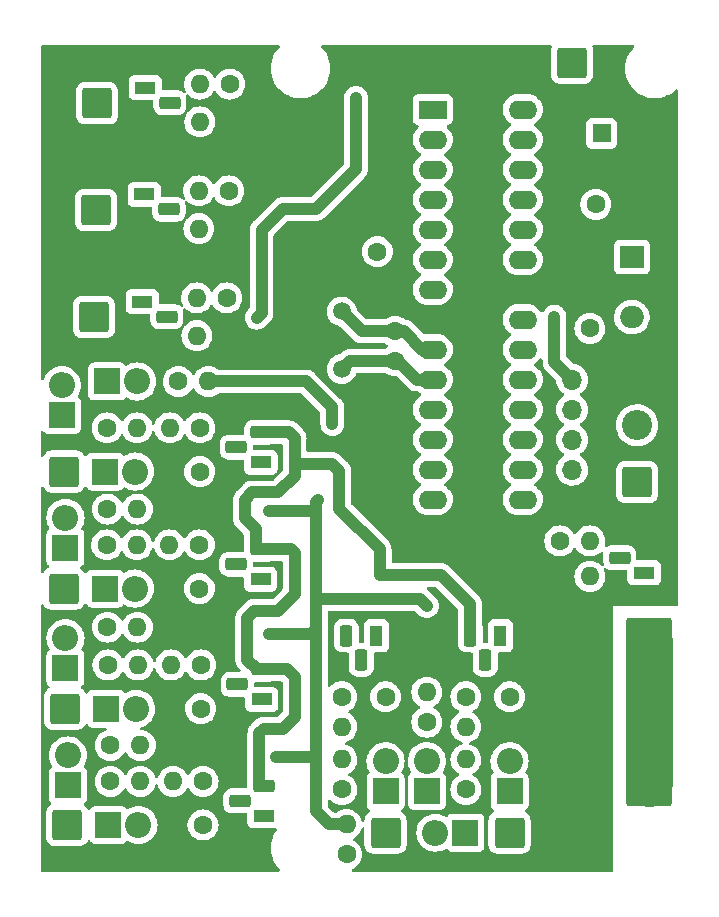
<source format=gbl>
%TF.GenerationSoftware,KiCad,Pcbnew,(6.0.4)*%
%TF.CreationDate,2023-07-23T18:33:21+02:00*%
%TF.ProjectId,OT_windows_remapper,4f545f77-696e-4646-9f77-735f72656d61,rev?*%
%TF.SameCoordinates,Original*%
%TF.FileFunction,Copper,L2,Bot*%
%TF.FilePolarity,Positive*%
%FSLAX46Y46*%
G04 Gerber Fmt 4.6, Leading zero omitted, Abs format (unit mm)*
G04 Created by KiCad (PCBNEW (6.0.4)) date 2023-07-23 18:33:21*
%MOMM*%
%LPD*%
G01*
G04 APERTURE LIST*
G04 Aperture macros list*
%AMRoundRect*
0 Rectangle with rounded corners*
0 $1 Rounding radius*
0 $2 $3 $4 $5 $6 $7 $8 $9 X,Y pos of 4 corners*
0 Add a 4 corners polygon primitive as box body*
4,1,4,$2,$3,$4,$5,$6,$7,$8,$9,$2,$3,0*
0 Add four circle primitives for the rounded corners*
1,1,$1+$1,$2,$3*
1,1,$1+$1,$4,$5*
1,1,$1+$1,$6,$7*
1,1,$1+$1,$8,$9*
0 Add four rect primitives between the rounded corners*
20,1,$1+$1,$2,$3,$4,$5,0*
20,1,$1+$1,$4,$5,$6,$7,0*
20,1,$1+$1,$6,$7,$8,$9,0*
20,1,$1+$1,$8,$9,$2,$3,0*%
G04 Aperture macros list end*
%TA.AperFunction,ComponentPad*%
%ADD10C,1.600000*%
%TD*%
%TA.AperFunction,ComponentPad*%
%ADD11O,1.600000X1.600000*%
%TD*%
%TA.AperFunction,ComponentPad*%
%ADD12R,2.200000X2.200000*%
%TD*%
%TA.AperFunction,ComponentPad*%
%ADD13O,2.200000X2.200000*%
%TD*%
%TA.AperFunction,ComponentPad*%
%ADD14R,2.400000X1.600000*%
%TD*%
%TA.AperFunction,ComponentPad*%
%ADD15O,2.400000X1.600000*%
%TD*%
%TA.AperFunction,ComponentPad*%
%ADD16RoundRect,0.249999X-1.025001X-1.025001X1.025001X-1.025001X1.025001X1.025001X-1.025001X1.025001X0*%
%TD*%
%TA.AperFunction,ComponentPad*%
%ADD17R,2.000000X1.905000*%
%TD*%
%TA.AperFunction,ComponentPad*%
%ADD18O,2.000000X1.905000*%
%TD*%
%TA.AperFunction,ComponentPad*%
%ADD19R,1.100000X1.800000*%
%TD*%
%TA.AperFunction,ComponentPad*%
%ADD20RoundRect,0.275000X0.275000X0.625000X-0.275000X0.625000X-0.275000X-0.625000X0.275000X-0.625000X0*%
%TD*%
%TA.AperFunction,ComponentPad*%
%ADD21RoundRect,0.275000X0.625000X-0.275000X0.625000X0.275000X-0.625000X0.275000X-0.625000X-0.275000X0*%
%TD*%
%TA.AperFunction,ComponentPad*%
%ADD22R,1.800000X1.100000*%
%TD*%
%TA.AperFunction,ComponentPad*%
%ADD23RoundRect,0.250002X1.699998X-1.699998X1.699998X1.699998X-1.699998X1.699998X-1.699998X-1.699998X0*%
%TD*%
%TA.AperFunction,ComponentPad*%
%ADD24RoundRect,0.249999X1.025001X-1.025001X1.025001X1.025001X-1.025001X1.025001X-1.025001X-1.025001X0*%
%TD*%
%TA.AperFunction,ComponentPad*%
%ADD25RoundRect,0.250002X-1.699998X-1.699998X1.699998X-1.699998X1.699998X1.699998X-1.699998X1.699998X0*%
%TD*%
%TA.AperFunction,ComponentPad*%
%ADD26RoundRect,0.275000X-0.625000X0.275000X-0.625000X-0.275000X0.625000X-0.275000X0.625000X0.275000X0*%
%TD*%
%TA.AperFunction,ComponentPad*%
%ADD27R,1.700000X1.700000*%
%TD*%
%TA.AperFunction,ComponentPad*%
%ADD28O,1.700000X1.700000*%
%TD*%
%TA.AperFunction,ComponentPad*%
%ADD29C,1.500000*%
%TD*%
%TA.AperFunction,ComponentPad*%
%ADD30C,2.550000*%
%TD*%
%TA.AperFunction,ComponentPad*%
%ADD31R,1.600000X1.600000*%
%TD*%
%TA.AperFunction,ViaPad*%
%ADD32C,0.800000*%
%TD*%
%TA.AperFunction,Conductor*%
%ADD33C,1.000000*%
%TD*%
%TA.AperFunction,Conductor*%
%ADD34C,4.000000*%
%TD*%
G04 APERTURE END LIST*
D10*
%TO.P,R32,1*%
%TO.N,Net-(D13-Pad2)*%
X133200000Y-86845001D03*
D11*
%TO.P,R32,2*%
%TO.N,Net-(C3-Pad1)*%
X133200000Y-84305001D03*
%TD*%
D10*
%TO.P,R31,1*%
%TO.N,Net-(D12-Pad2)*%
X106155000Y-78800000D03*
D11*
%TO.P,R31,2*%
%TO.N,Net-(C3-Pad1)*%
X108695000Y-78800000D03*
%TD*%
D10*
%TO.P,R30,1*%
%TO.N,Net-(D11-Pad2)*%
X106400000Y-88800000D03*
D11*
%TO.P,R30,2*%
%TO.N,Net-(C3-Pad1)*%
X108940000Y-88800000D03*
%TD*%
%TO.P,R29,2*%
%TO.N,Net-(C3-Pad1)*%
X114695000Y-58000000D03*
D10*
%TO.P,R29,1*%
%TO.N,Net-(D10-Pad2)*%
X112155000Y-58000000D03*
%TD*%
D11*
%TO.P,R28,2*%
%TO.N,Net-(C3-Pad1)*%
X108695000Y-68800000D03*
D10*
%TO.P,R28,1*%
%TO.N,Net-(D9-Pad2)*%
X106155000Y-68800000D03*
%TD*%
%TO.P,R27,1*%
%TO.N,Net-(D8-Pad2)*%
X126400000Y-98045001D03*
D11*
%TO.P,R27,2*%
%TO.N,Net-(C3-Pad1)*%
X126400000Y-95505001D03*
%TD*%
D12*
%TO.P,D13,1,K*%
%TO.N,Net-(D3-Pad1)*%
X133200000Y-92668234D03*
D13*
%TO.P,D13,2,A*%
%TO.N,Net-(D13-Pad2)*%
X133200000Y-90128234D03*
%TD*%
D12*
%TO.P,D12,1,K*%
%TO.N,Net-(D7-Pad1)*%
X102600000Y-82268234D03*
D13*
%TO.P,D12,2,A*%
%TO.N,Net-(D12-Pad2)*%
X102600000Y-79728234D03*
%TD*%
D12*
%TO.P,D11,1,K*%
%TO.N,Net-(D6-Pad1)*%
X102800000Y-92200000D03*
D13*
%TO.P,D11,2,A*%
%TO.N,Net-(D11-Pad2)*%
X102800000Y-89660000D03*
%TD*%
D12*
%TO.P,D10,1,K*%
%TO.N,Net-(D1-Pad1)*%
X106131766Y-58000000D03*
D13*
%TO.P,D10,2,A*%
%TO.N,Net-(D10-Pad2)*%
X108671766Y-58000000D03*
%TD*%
%TO.P,D9,2,A*%
%TO.N,Net-(D9-Pad2)*%
X102600000Y-69528234D03*
D12*
%TO.P,D9,1,K*%
%TO.N,Net-(D2-Pad1)*%
X102600000Y-72068234D03*
%TD*%
D13*
%TO.P,D8,2,A*%
%TO.N,Net-(D8-Pad2)*%
X133928234Y-96200000D03*
D12*
%TO.P,D8,1,K*%
%TO.N,Net-(D4-Pad1)*%
X136468234Y-96200000D03*
%TD*%
D14*
%TO.P,U1,1,~{RESET}/PC6*%
%TO.N,Net-(J5-Pad5)*%
X133700000Y-34975000D03*
D15*
%TO.P,U1,2,PD0*%
%TO.N,Net-(R11-Pad1)*%
X133700000Y-37515000D03*
%TO.P,U1,3,PD1*%
%TO.N,Net-(R12-Pad1)*%
X133700000Y-40055000D03*
%TO.P,U1,4,PD2*%
%TO.N,Net-(R13-Pad1)*%
X133700000Y-42595000D03*
%TO.P,U1,5,PD3*%
%TO.N,Net-(Q7-Pad1)*%
X133700000Y-45135000D03*
%TO.P,U1,6,PD4*%
%TO.N,Net-(Q4-Pad1)*%
X133700000Y-47675000D03*
%TO.P,U1,7,VCC*%
%TO.N,Net-(C4-Pad1)*%
X133700000Y-50215000D03*
%TO.P,U1,8,GND*%
%TO.N,GND*%
X133700000Y-52755000D03*
%TO.P,U1,9,XTAL1/PB6*%
%TO.N,Net-(C1-Pad1)*%
X133700000Y-55295000D03*
%TO.P,U1,10,XTAL2/PB7*%
%TO.N,Net-(C2-Pad1)*%
X133700000Y-57835000D03*
%TO.P,U1,11,PD5*%
%TO.N,Net-(Q9-Pad1)*%
X133700000Y-60375000D03*
%TO.P,U1,12,PD6*%
%TO.N,Net-(Q8-Pad1)*%
X133700000Y-62915000D03*
%TO.P,U1,13,PD7*%
%TO.N,unconnected-(U1-Pad13)*%
X133700000Y-65455000D03*
%TO.P,U1,14,PB0*%
%TO.N,Net-(Q5-Pad1)*%
X133700000Y-67995000D03*
%TO.P,U1,15,PB1*%
%TO.N,Net-(Q6-Pad1)*%
X141320000Y-67995000D03*
%TO.P,U1,16,PB2*%
%TO.N,Net-(R25-Pad1)*%
X141320000Y-65455000D03*
%TO.P,U1,17,PB3*%
%TO.N,Net-(J5-Pad2)*%
X141320000Y-62915000D03*
%TO.P,U1,18,PB4*%
%TO.N,Net-(J5-Pad3)*%
X141320000Y-60375000D03*
%TO.P,U1,19,PB5*%
%TO.N,Net-(J5-Pad4)*%
X141320000Y-57835000D03*
%TO.P,U1,20,AVCC*%
%TO.N,Net-(C4-Pad1)*%
X141320000Y-55295000D03*
%TO.P,U1,21,AREF*%
%TO.N,unconnected-(U1-Pad21)*%
X141320000Y-52755000D03*
%TO.P,U1,22,GND*%
%TO.N,GND*%
X141320000Y-50215000D03*
%TO.P,U1,23,PC0*%
%TO.N,unconnected-(U1-Pad23)*%
X141320000Y-47675000D03*
%TO.P,U1,24,PC1*%
%TO.N,unconnected-(U1-Pad24)*%
X141320000Y-45135000D03*
%TO.P,U1,25,PC2*%
%TO.N,unconnected-(U1-Pad25)*%
X141320000Y-42595000D03*
%TO.P,U1,26,PC3*%
%TO.N,unconnected-(U1-Pad26)*%
X141320000Y-40055000D03*
%TO.P,U1,27,PC4*%
%TO.N,unconnected-(U1-Pad27)*%
X141320000Y-37515000D03*
%TO.P,U1,28,PC5*%
%TO.N,unconnected-(U1-Pad28)*%
X141320000Y-34975000D03*
%TD*%
D12*
%TO.P,D3,1,K*%
%TO.N,Net-(D3-Pad1)*%
X129700000Y-92700000D03*
D13*
%TO.P,D3,2,A*%
%TO.N,Net-(D3-Pad2)*%
X129700000Y-90160000D03*
%TD*%
D10*
%TO.P,C5,1*%
%TO.N,Net-(C4-Pad1)*%
X129000000Y-47000000D03*
%TO.P,C5,2*%
%TO.N,GND*%
X124000000Y-47000000D03*
%TD*%
D16*
%TO.P,J10,1,Pin_1*%
%TO.N,Net-(D6-Pad1)*%
X102750000Y-95550000D03*
%TD*%
D12*
%TO.P,D4,1,K*%
%TO.N,Net-(D4-Pad1)*%
X140200000Y-92700000D03*
D13*
%TO.P,D4,2,A*%
%TO.N,Net-(D4-Pad2)*%
X140200000Y-90160000D03*
%TD*%
D17*
%TO.P,U2,1,IN*%
%TO.N,Net-(C3-Pad1)*%
X150555000Y-47460000D03*
D18*
%TO.P,U2,2,GND*%
%TO.N,GND*%
X150555000Y-50000000D03*
%TO.P,U2,3,OUT*%
%TO.N,Net-(C4-Pad1)*%
X150555000Y-52540000D03*
%TD*%
D10*
%TO.P,R2,1*%
%TO.N,GND*%
X116515000Y-36021000D03*
D11*
%TO.P,R2,2*%
%TO.N,Net-(Q1-Pad2)*%
X113975000Y-36021000D03*
%TD*%
D10*
%TO.P,R24,1*%
%TO.N,Net-(Q9-Pad1)*%
X114045000Y-85700000D03*
D11*
%TO.P,R24,2*%
%TO.N,GND*%
X111505000Y-85700000D03*
%TD*%
D10*
%TO.P,R16,1*%
%TO.N,Net-(C4-Pad1)*%
X113970000Y-61924000D03*
D11*
%TO.P,R16,2*%
%TO.N,Net-(Q7-Pad2)*%
X111430000Y-61924000D03*
%TD*%
%TO.P,R4,2*%
%TO.N,Net-(Q3-Pad2)*%
X113721000Y-54128500D03*
D10*
%TO.P,R4,1*%
%TO.N,GND*%
X116261000Y-54128500D03*
%TD*%
%TO.P,C1,1*%
%TO.N,Net-(C1-Pad1)*%
X130500000Y-53750000D03*
%TO.P,C1,2*%
%TO.N,GND*%
X130500000Y-51250000D03*
%TD*%
D19*
%TO.P,Q5,1,C*%
%TO.N,Net-(Q5-Pad1)*%
X128920000Y-79520000D03*
D20*
%TO.P,Q5,2,B*%
%TO.N,Net-(Q5-Pad2)*%
X127650000Y-81590000D03*
%TO.P,Q5,3,E*%
%TO.N,Net-(C4-Pad1)*%
X126380000Y-79520000D03*
%TD*%
D21*
%TO.P,Q9,3,E*%
%TO.N,Net-(C4-Pad1)*%
X119220000Y-82380000D03*
%TO.P,Q9,2,B*%
%TO.N,Net-(Q9-Pad2)*%
X117150000Y-83650000D03*
D22*
%TO.P,Q9,1,C*%
%TO.N,Net-(Q9-Pad1)*%
X119220000Y-84920000D03*
%TD*%
D23*
%TO.P,J2,1,Pin_1*%
%TO.N,Net-(J15-Pad1)*%
X152000000Y-80000000D03*
%TD*%
%TO.P,J4,1,Pin_1*%
%TO.N,Net-(J15-Pad1)*%
X152000000Y-92000000D03*
%TD*%
D16*
%TO.P,J11,1,Pin_1*%
%TO.N,Net-(D7-Pad1)*%
X102550000Y-85700000D03*
%TD*%
D10*
%TO.P,R15,1*%
%TO.N,Net-(C4-Pad1)*%
X136500000Y-84695000D03*
D11*
%TO.P,R15,2*%
%TO.N,Net-(Q6-Pad2)*%
X136500000Y-87235000D03*
%TD*%
D10*
%TO.P,C6,1*%
%TO.N,Net-(C3-Pad1)*%
X147500000Y-43000000D03*
%TO.P,C6,2*%
%TO.N,GND*%
X152500000Y-43000000D03*
%TD*%
D24*
%TO.P,J13,1,Pin_1*%
%TO.N,Net-(D4-Pad1)*%
X140200000Y-96190000D03*
%TD*%
D10*
%TO.P,R25,1*%
%TO.N,Net-(R25-Pad1)*%
X144455000Y-71500000D03*
D11*
%TO.P,R25,2*%
%TO.N,Net-(Q10-Pad2)*%
X146995000Y-71500000D03*
%TD*%
D25*
%TO.P,J18,1,Pin_1*%
%TO.N,GND*%
X145500000Y-85000000D03*
%TD*%
D11*
%TO.P,R13,2*%
%TO.N,Net-(Q3-Pad2)*%
X113716000Y-50928500D03*
D10*
%TO.P,R13,1*%
%TO.N,Net-(R13-Pad1)*%
X116256000Y-50928500D03*
%TD*%
%TO.P,R9,1*%
%TO.N,Net-(D7-Pad2)*%
X106200000Y-82000000D03*
D11*
%TO.P,R9,2*%
%TO.N,Net-(Q9-Pad2)*%
X108740000Y-82000000D03*
%TD*%
D26*
%TO.P,Q3,3,E*%
%TO.N,GND*%
X109116000Y-53773500D03*
%TO.P,Q3,2,B*%
%TO.N,Net-(Q3-Pad2)*%
X111186000Y-52503500D03*
D22*
%TO.P,Q3,1,C*%
%TO.N,Net-(D1-Pad2)*%
X109116000Y-51233500D03*
%TD*%
D10*
%TO.P,R19,1*%
%TO.N,Net-(Q4-Pad1)*%
X113941000Y-75530000D03*
D11*
%TO.P,R19,2*%
%TO.N,GND*%
X111401000Y-75530000D03*
%TD*%
D12*
%TO.P,D2,1,K*%
%TO.N,Net-(D2-Pad1)*%
X105936000Y-75530000D03*
D13*
%TO.P,D2,2,A*%
%TO.N,Net-(D2-Pad2)*%
X108476000Y-75530000D03*
%TD*%
D10*
%TO.P,R12,1*%
%TO.N,Net-(R12-Pad1)*%
X116425500Y-41858000D03*
D11*
%TO.P,R12,2*%
%TO.N,Net-(Q2-Pad2)*%
X113885500Y-41858000D03*
%TD*%
D16*
%TO.P,J1,1,Pin_1*%
%TO.N,Net-(C3-Pad1)*%
X145500000Y-31000000D03*
%TD*%
D12*
%TO.P,D7,1,K*%
%TO.N,Net-(D7-Pad1)*%
X106040000Y-85700000D03*
D13*
%TO.P,D7,2,A*%
%TO.N,Net-(D7-Pad2)*%
X108580000Y-85700000D03*
%TD*%
D22*
%TO.P,Q2,1,C*%
%TO.N,Net-(J7-Pad1)*%
X109285500Y-42163000D03*
D26*
%TO.P,Q2,2,B*%
%TO.N,Net-(Q2-Pad2)*%
X111355500Y-43433000D03*
%TO.P,Q2,3,E*%
%TO.N,GND*%
X109285500Y-44703000D03*
%TD*%
D27*
%TO.P,J5,1,Pin_1*%
%TO.N,GND*%
X145500000Y-68000000D03*
D28*
%TO.P,J5,2,Pin_2*%
%TO.N,Net-(J5-Pad2)*%
X145500000Y-65460000D03*
%TO.P,J5,3,Pin_3*%
%TO.N,Net-(J5-Pad3)*%
X145500000Y-62920000D03*
%TO.P,J5,4,Pin_4*%
%TO.N,Net-(J5-Pad4)*%
X145500000Y-60380000D03*
%TO.P,J5,5,Pin_5*%
%TO.N,Net-(J5-Pad5)*%
X145500000Y-57840000D03*
%TD*%
D16*
%TO.P,J7,1,Pin_1*%
%TO.N,Net-(J7-Pad1)*%
X105180500Y-43483000D03*
%TD*%
%TO.P,J17,1,Pin_1*%
%TO.N,GND*%
X145500000Y-96500000D03*
%TD*%
D10*
%TO.P,R1,1*%
%TO.N,Net-(D2-Pad2)*%
X106096000Y-71830000D03*
D11*
%TO.P,R1,2*%
%TO.N,Net-(Q4-Pad2)*%
X108636000Y-71830000D03*
%TD*%
D10*
%TO.P,C2,1*%
%TO.N,Net-(C2-Pad1)*%
X130500000Y-56250000D03*
%TO.P,C2,2*%
%TO.N,GND*%
X130500000Y-58750000D03*
%TD*%
D29*
%TO.P,Y1,1,1*%
%TO.N,Net-(C2-Pad1)*%
X126000000Y-56950000D03*
%TO.P,Y1,2,2*%
%TO.N,Net-(C1-Pad1)*%
X126000000Y-52070000D03*
%TD*%
D22*
%TO.P,Q4,1,C*%
%TO.N,Net-(Q4-Pad1)*%
X119116000Y-74750000D03*
D21*
%TO.P,Q4,2,B*%
%TO.N,Net-(Q4-Pad2)*%
X117046000Y-73480000D03*
%TO.P,Q4,3,E*%
%TO.N,Net-(C4-Pad1)*%
X119116000Y-72210000D03*
%TD*%
D25*
%TO.P,J19,1,Pin_1*%
%TO.N,GND*%
X145500000Y-90500000D03*
%TD*%
D23*
%TO.P,J15,1,Pin_1*%
%TO.N,Net-(J15-Pad1)*%
X152000000Y-85950000D03*
%TD*%
D24*
%TO.P,J3,1,Pin_1*%
%TO.N,Net-(J3-Pad1)*%
X151000000Y-66500000D03*
D30*
%TO.P,J3,2,Pin_2*%
%TO.N,Net-(C4-Pad1)*%
X151000000Y-61700000D03*
%TD*%
D12*
%TO.P,D5,1,K*%
%TO.N,Net-(D1-Pad1)*%
X105965000Y-65624000D03*
D13*
%TO.P,D5,2,A*%
%TO.N,Net-(D5-Pad2)*%
X108505000Y-65624000D03*
%TD*%
D10*
%TO.P,R6,1*%
%TO.N,Net-(D4-Pad2)*%
X136500000Y-92540000D03*
D11*
%TO.P,R6,2*%
%TO.N,Net-(Q6-Pad2)*%
X136500000Y-90000000D03*
%TD*%
D22*
%TO.P,Q1,1,C*%
%TO.N,Net-(J6-Pad1)*%
X109370000Y-33126000D03*
D26*
%TO.P,Q1,2,B*%
%TO.N,Net-(Q1-Pad2)*%
X111440000Y-34396000D03*
%TO.P,Q1,3,E*%
%TO.N,GND*%
X109370000Y-35666000D03*
%TD*%
D12*
%TO.P,D6,1,K*%
%TO.N,Net-(D6-Pad1)*%
X106240000Y-95550000D03*
D13*
%TO.P,D6,2,A*%
%TO.N,Net-(D6-Pad2)*%
X108780000Y-95550000D03*
%TD*%
D10*
%TO.P,R26,1*%
%TO.N,GND*%
X144455000Y-74500000D03*
D11*
%TO.P,R26,2*%
%TO.N,Net-(Q10-Pad2)*%
X146995000Y-74500000D03*
%TD*%
D22*
%TO.P,Q8,1,C*%
%TO.N,Net-(Q8-Pad1)*%
X119420000Y-94770000D03*
D21*
%TO.P,Q8,2,B*%
%TO.N,Net-(Q8-Pad2)*%
X117350000Y-93500000D03*
%TO.P,Q8,3,E*%
%TO.N,Net-(C4-Pad1)*%
X119420000Y-92230000D03*
%TD*%
D10*
%TO.P,R22,1*%
%TO.N,Net-(Q7-Pad1)*%
X113970000Y-65624000D03*
D11*
%TO.P,R22,2*%
%TO.N,GND*%
X111430000Y-65624000D03*
%TD*%
D12*
%TO.P,D1,1,K*%
%TO.N,Net-(D1-Pad1)*%
X102286000Y-60852234D03*
D13*
%TO.P,D1,2,A*%
%TO.N,Net-(D1-Pad2)*%
X102286000Y-58312234D03*
%TD*%
D22*
%TO.P,Q7,1,C*%
%TO.N,Net-(Q7-Pad1)*%
X119145000Y-64844000D03*
D21*
%TO.P,Q7,2,B*%
%TO.N,Net-(Q7-Pad2)*%
X117075000Y-63574000D03*
%TO.P,Q7,3,E*%
%TO.N,Net-(C4-Pad1)*%
X119145000Y-62304000D03*
%TD*%
D10*
%TO.P,R11,1*%
%TO.N,Net-(R11-Pad1)*%
X116510000Y-32821000D03*
D11*
%TO.P,R11,2*%
%TO.N,Net-(Q1-Pad2)*%
X113970000Y-32821000D03*
%TD*%
D10*
%TO.P,R21,1*%
%TO.N,Net-(Q6-Pad1)*%
X140200000Y-84695000D03*
D11*
%TO.P,R21,2*%
%TO.N,GND*%
X140200000Y-87235000D03*
%TD*%
%TO.P,R8,2*%
%TO.N,Net-(Q8-Pad2)*%
X108940000Y-91850000D03*
D10*
%TO.P,R8,1*%
%TO.N,Net-(D6-Pad2)*%
X106400000Y-91850000D03*
%TD*%
D16*
%TO.P,J9,1,Pin_1*%
%TO.N,Net-(D1-Pad1)*%
X102475000Y-65624000D03*
%TD*%
D10*
%TO.P,C4,1*%
%TO.N,Net-(C4-Pad1)*%
X147000000Y-53500000D03*
%TO.P,C4,2*%
%TO.N,GND*%
X147000000Y-48500000D03*
%TD*%
D16*
%TO.P,J8,1,Pin_1*%
%TO.N,Net-(D1-Pad2)*%
X105011000Y-52553500D03*
%TD*%
D19*
%TO.P,Q6,1,C*%
%TO.N,Net-(Q6-Pad1)*%
X139420000Y-79520000D03*
D20*
%TO.P,Q6,2,B*%
%TO.N,Net-(Q6-Pad2)*%
X138150000Y-81590000D03*
%TO.P,Q6,3,E*%
%TO.N,Net-(C4-Pad1)*%
X136880000Y-79520000D03*
%TD*%
D10*
%TO.P,R20,1*%
%TO.N,Net-(Q5-Pad1)*%
X129700000Y-84695000D03*
D11*
%TO.P,R20,2*%
%TO.N,GND*%
X129700000Y-87235000D03*
%TD*%
D16*
%TO.P,J14,1,Pin_1*%
%TO.N,Net-(D2-Pad1)*%
X102446000Y-75530000D03*
%TD*%
D22*
%TO.P,Q10,1,C*%
%TO.N,Net-(J3-Pad1)*%
X151595000Y-74195000D03*
D21*
%TO.P,Q10,2,B*%
%TO.N,Net-(Q10-Pad2)*%
X149525000Y-72925000D03*
%TO.P,Q10,3,E*%
%TO.N,GND*%
X151595000Y-71655000D03*
%TD*%
D16*
%TO.P,J6,1,Pin_1*%
%TO.N,Net-(J6-Pad1)*%
X105265000Y-34446000D03*
%TD*%
D10*
%TO.P,R7,1*%
%TO.N,Net-(D5-Pad2)*%
X106125000Y-61924000D03*
D11*
%TO.P,R7,2*%
%TO.N,Net-(Q7-Pad2)*%
X108665000Y-61924000D03*
%TD*%
D10*
%TO.P,R18,1*%
%TO.N,Net-(C4-Pad1)*%
X114045000Y-82000000D03*
D11*
%TO.P,R18,2*%
%TO.N,Net-(Q9-Pad2)*%
X111505000Y-82000000D03*
%TD*%
D31*
%TO.P,C3,1*%
%TO.N,Net-(C3-Pad1)*%
X148000000Y-37000000D03*
D10*
%TO.P,C3,2*%
%TO.N,GND*%
X150500000Y-37000000D03*
%TD*%
%TO.P,R14,1*%
%TO.N,Net-(C4-Pad1)*%
X126000000Y-84695000D03*
D11*
%TO.P,R14,2*%
%TO.N,Net-(Q5-Pad2)*%
X126000000Y-87235000D03*
%TD*%
D10*
%TO.P,R3,1*%
%TO.N,GND*%
X116430500Y-45058000D03*
D11*
%TO.P,R3,2*%
%TO.N,Net-(Q2-Pad2)*%
X113890500Y-45058000D03*
%TD*%
D24*
%TO.P,J12,1,Pin_1*%
%TO.N,Net-(D3-Pad1)*%
X129700000Y-96190000D03*
%TD*%
D10*
%TO.P,R17,1*%
%TO.N,Net-(C4-Pad1)*%
X114245000Y-91850000D03*
D11*
%TO.P,R17,2*%
%TO.N,Net-(Q8-Pad2)*%
X111705000Y-91850000D03*
%TD*%
D10*
%TO.P,R23,1*%
%TO.N,Net-(Q8-Pad1)*%
X114245000Y-95550000D03*
D11*
%TO.P,R23,2*%
%TO.N,GND*%
X111705000Y-95550000D03*
%TD*%
D10*
%TO.P,R10,1*%
%TO.N,Net-(C4-Pad1)*%
X113941000Y-71830000D03*
D11*
%TO.P,R10,2*%
%TO.N,Net-(Q4-Pad2)*%
X111401000Y-71830000D03*
%TD*%
D10*
%TO.P,R5,1*%
%TO.N,Net-(D3-Pad2)*%
X126000000Y-92540000D03*
D11*
%TO.P,R5,2*%
%TO.N,Net-(Q5-Pad2)*%
X126000000Y-90000000D03*
%TD*%
D32*
%TO.N,Net-(C3-Pad1)*%
X133200000Y-77000000D03*
X127200000Y-34000000D03*
X125200000Y-61600000D03*
X124000000Y-68000000D03*
X120400000Y-89800000D03*
%TO.N,Net-(C4-Pad1)*%
X129200000Y-74400000D03*
%TO.N,Net-(C3-Pad1)*%
X118800000Y-52600000D03*
X119800000Y-69000000D03*
X119800000Y-79400000D03*
%TO.N,Net-(J5-Pad5)*%
X144000000Y-52500000D03*
%TD*%
D33*
%TO.N,Net-(C3-Pad1)*%
X123800000Y-90000000D02*
X123800000Y-79000000D01*
X123800000Y-89800000D02*
X121800000Y-89800000D01*
X123800000Y-94400000D02*
X123800000Y-89800000D01*
X124905001Y-95505001D02*
X123800000Y-94400000D01*
X126400000Y-95505001D02*
X124905001Y-95505001D01*
X132600000Y-76400000D02*
X123800000Y-76400000D01*
X133200000Y-77000000D02*
X132600000Y-76400000D01*
%TO.N,Net-(C4-Pad1)*%
X121504000Y-62304000D02*
X118745000Y-62304000D01*
X122000000Y-62800000D02*
X121504000Y-62304000D01*
X122000000Y-65000000D02*
X122000000Y-62800000D01*
%TO.N,Net-(C3-Pad1)*%
X119200000Y-52200000D02*
X118800000Y-52600000D01*
X119200000Y-45200000D02*
X119200000Y-52200000D01*
X121000000Y-43400000D02*
X119200000Y-45200000D01*
X123800000Y-43400000D02*
X121000000Y-43400000D01*
X127200000Y-40000000D02*
X123800000Y-43400000D01*
X127200000Y-34000000D02*
X127200000Y-40000000D01*
X123000000Y-58000000D02*
X114695000Y-58000000D01*
X125200000Y-61600000D02*
X125200000Y-60200000D01*
X125200000Y-60200000D02*
X123000000Y-58000000D01*
%TO.N,Net-(C4-Pad1)*%
X125200000Y-65000000D02*
X122000000Y-65000000D01*
X125800000Y-65600000D02*
X125200000Y-65000000D01*
X125800000Y-68800000D02*
X125800000Y-65600000D01*
X129200000Y-72200000D02*
X125800000Y-68800000D01*
X129200000Y-74400000D02*
X129200000Y-72200000D01*
X122000000Y-66000000D02*
X122000000Y-65000000D01*
%TO.N,Net-(C3-Pad1)*%
X123800000Y-69000000D02*
X123800000Y-68200000D01*
X123800000Y-68200000D02*
X124000000Y-68000000D01*
X123800000Y-69000000D02*
X119800000Y-69000000D01*
X123800000Y-76400000D02*
X123800000Y-69000000D01*
X121800000Y-89800000D02*
X120400000Y-89800000D01*
%TO.N,Net-(C4-Pad1)*%
X119400000Y-87400000D02*
X119020000Y-87780000D01*
X121000000Y-87400000D02*
X119400000Y-87400000D01*
X122000000Y-86400000D02*
X121000000Y-87400000D01*
X122000000Y-83000000D02*
X122000000Y-86400000D01*
X119020000Y-87780000D02*
X119020000Y-92230000D01*
X136880000Y-76880000D02*
X136880000Y-79920000D01*
X134400000Y-74400000D02*
X136880000Y-76880000D01*
X129200000Y-74400000D02*
X134400000Y-74400000D01*
X121380000Y-82380000D02*
X118820000Y-82380000D01*
X122000000Y-83000000D02*
X121380000Y-82380000D01*
%TO.N,Net-(C3-Pad1)*%
X123800000Y-76400000D02*
X123800000Y-77600000D01*
%TO.N,Net-(C4-Pad1)*%
X118400000Y-67400000D02*
X120600000Y-67400000D01*
X120600000Y-67400000D02*
X122000000Y-66000000D01*
X118716000Y-70516000D02*
X117800000Y-69600000D01*
X117800000Y-68000000D02*
X118400000Y-67400000D01*
X118716000Y-72210000D02*
X118716000Y-70516000D01*
X117800000Y-69600000D02*
X117800000Y-68000000D01*
X122000000Y-76000000D02*
X120600000Y-77400000D01*
X118000000Y-78000000D02*
X118000000Y-81560000D01*
X118000000Y-81560000D02*
X118820000Y-82380000D01*
X122000000Y-72500000D02*
X122000000Y-76000000D01*
X118600000Y-77400000D02*
X118000000Y-78000000D01*
X121710000Y-72210000D02*
X122000000Y-72500000D01*
X118716000Y-72210000D02*
X121710000Y-72210000D01*
X120600000Y-77400000D02*
X118600000Y-77400000D01*
%TO.N,Net-(C3-Pad1)*%
X119800000Y-79400000D02*
X123400000Y-79400000D01*
X123800000Y-79000000D02*
X123800000Y-77600000D01*
X123400000Y-79400000D02*
X123800000Y-79000000D01*
X121800000Y-89800000D02*
X123200000Y-89800000D01*
%TO.N,Net-(C1-Pad1)*%
X127680000Y-53750000D02*
X126000000Y-52070000D01*
X131250000Y-53750000D02*
X132795000Y-55295000D01*
X132795000Y-55295000D02*
X133700000Y-55295000D01*
X130500000Y-53750000D02*
X131250000Y-53750000D01*
X130500000Y-53750000D02*
X127680000Y-53750000D01*
%TO.N,Net-(C2-Pad1)*%
X130500000Y-56250000D02*
X126700000Y-56250000D01*
X126700000Y-56250000D02*
X126000000Y-56950000D01*
X130750000Y-56250000D02*
X130500000Y-56250000D01*
X133700000Y-57835000D02*
X132335000Y-57835000D01*
X132335000Y-57835000D02*
X130750000Y-56250000D01*
%TO.N,Net-(J5-Pad5)*%
X145500000Y-57840000D02*
X144000000Y-56340000D01*
X144000000Y-56340000D02*
X144000000Y-55500000D01*
X144000000Y-55500000D02*
X144000000Y-52500000D01*
D34*
%TO.N,Net-(J15-Pad1)*%
X152000000Y-80000000D02*
X152000000Y-85950000D01*
X152000000Y-85950000D02*
X152000000Y-92000000D01*
%TD*%
%TA.AperFunction,Conductor*%
%TO.N,GND*%
G36*
X120706147Y-29528502D02*
G01*
X120752640Y-29582158D01*
X120762744Y-29652432D01*
X120733250Y-29717012D01*
X120724283Y-29726346D01*
X120667767Y-29779418D01*
X120665243Y-29782469D01*
X120665242Y-29782470D01*
X120628423Y-29826977D01*
X120466568Y-30022625D01*
X120297438Y-30289131D01*
X120295754Y-30292710D01*
X120295750Y-30292717D01*
X120169333Y-30561369D01*
X120163044Y-30574734D01*
X120065505Y-30874928D01*
X120006359Y-31184980D01*
X119988833Y-31463559D01*
X119986540Y-31500000D01*
X120006359Y-31815020D01*
X120065505Y-32125072D01*
X120163044Y-32425266D01*
X120164731Y-32428852D01*
X120164733Y-32428856D01*
X120295750Y-32707283D01*
X120295754Y-32707290D01*
X120297438Y-32710869D01*
X120466568Y-32977375D01*
X120667767Y-33220582D01*
X120897860Y-33436654D01*
X120901062Y-33438981D01*
X120901064Y-33438982D01*
X120936353Y-33464621D01*
X121153221Y-33622184D01*
X121156690Y-33624091D01*
X121156693Y-33624093D01*
X121373054Y-33743039D01*
X121429821Y-33774247D01*
X121433490Y-33775700D01*
X121433495Y-33775702D01*
X121644147Y-33859105D01*
X121723298Y-33890443D01*
X122029025Y-33968940D01*
X122342179Y-34008500D01*
X122657821Y-34008500D01*
X122970975Y-33968940D01*
X123276702Y-33890443D01*
X123355853Y-33859105D01*
X123566505Y-33775702D01*
X123566510Y-33775700D01*
X123570179Y-33774247D01*
X123626946Y-33743039D01*
X123843307Y-33624093D01*
X123843310Y-33624091D01*
X123846779Y-33622184D01*
X124063647Y-33464621D01*
X124098936Y-33438982D01*
X124098938Y-33438981D01*
X124102140Y-33436654D01*
X124332233Y-33220582D01*
X124533432Y-32977375D01*
X124702562Y-32710869D01*
X124704246Y-32707290D01*
X124704250Y-32707283D01*
X124835267Y-32428856D01*
X124835269Y-32428852D01*
X124836956Y-32425266D01*
X124934495Y-32125072D01*
X124993641Y-31815020D01*
X125013460Y-31500000D01*
X124993641Y-31184980D01*
X124934495Y-30874928D01*
X124836956Y-30574734D01*
X124830667Y-30561369D01*
X124704250Y-30292717D01*
X124704246Y-30292710D01*
X124702562Y-30289131D01*
X124533432Y-30022625D01*
X124371577Y-29826977D01*
X124334758Y-29782470D01*
X124334757Y-29782469D01*
X124332233Y-29779418D01*
X124275721Y-29726349D01*
X124239756Y-29665138D01*
X124242593Y-29594198D01*
X124283334Y-29536054D01*
X124349042Y-29509165D01*
X124361974Y-29508500D01*
X143656026Y-29508500D01*
X143724147Y-29528502D01*
X143770640Y-29582158D01*
X143780744Y-29652432D01*
X143775619Y-29674167D01*
X143741610Y-29776703D01*
X143727203Y-29820138D01*
X143716500Y-29924599D01*
X143716501Y-32075400D01*
X143727474Y-32181167D01*
X143729658Y-32187713D01*
X143780730Y-32340792D01*
X143783450Y-32348946D01*
X143876521Y-32499349D01*
X144001697Y-32624306D01*
X144007927Y-32628146D01*
X144136311Y-32707283D01*
X144152261Y-32717115D01*
X144182465Y-32727133D01*
X144313610Y-32770632D01*
X144313612Y-32770632D01*
X144320138Y-32772797D01*
X144326974Y-32773497D01*
X144326977Y-32773498D01*
X144370030Y-32777909D01*
X144424599Y-32783500D01*
X145491707Y-32783500D01*
X146575400Y-32783499D01*
X146681167Y-32772526D01*
X146798738Y-32733301D01*
X146842002Y-32718867D01*
X146842004Y-32718866D01*
X146848946Y-32716550D01*
X146999349Y-32623479D01*
X147124306Y-32498303D01*
X147217115Y-32347739D01*
X147272797Y-32179862D01*
X147274397Y-32164251D01*
X147278810Y-32121171D01*
X147283500Y-32075401D01*
X147283499Y-29924600D01*
X147272526Y-29818833D01*
X147224331Y-29674376D01*
X147221746Y-29603427D01*
X147257929Y-29542343D01*
X147321393Y-29510518D01*
X147343854Y-29508500D01*
X150638026Y-29508500D01*
X150706147Y-29528502D01*
X150752640Y-29582158D01*
X150762744Y-29652432D01*
X150733250Y-29717012D01*
X150724283Y-29726346D01*
X150667767Y-29779418D01*
X150665243Y-29782469D01*
X150665242Y-29782470D01*
X150628423Y-29826977D01*
X150466568Y-30022625D01*
X150297438Y-30289131D01*
X150295754Y-30292710D01*
X150295750Y-30292717D01*
X150169333Y-30561369D01*
X150163044Y-30574734D01*
X150065505Y-30874928D01*
X150006359Y-31184980D01*
X149988833Y-31463559D01*
X149986540Y-31500000D01*
X150006359Y-31815020D01*
X150065505Y-32125072D01*
X150163044Y-32425266D01*
X150164731Y-32428852D01*
X150164733Y-32428856D01*
X150295750Y-32707283D01*
X150295754Y-32707290D01*
X150297438Y-32710869D01*
X150466568Y-32977375D01*
X150667767Y-33220582D01*
X150897860Y-33436654D01*
X150901062Y-33438981D01*
X150901064Y-33438982D01*
X150936353Y-33464621D01*
X151153221Y-33622184D01*
X151156690Y-33624091D01*
X151156693Y-33624093D01*
X151373054Y-33743039D01*
X151429821Y-33774247D01*
X151433490Y-33775700D01*
X151433495Y-33775702D01*
X151644147Y-33859105D01*
X151723298Y-33890443D01*
X152029025Y-33968940D01*
X152342179Y-34008500D01*
X152657821Y-34008500D01*
X152970975Y-33968940D01*
X153276702Y-33890443D01*
X153355853Y-33859105D01*
X153566505Y-33775702D01*
X153566510Y-33775700D01*
X153570179Y-33774247D01*
X153626946Y-33743039D01*
X153843307Y-33624093D01*
X153843310Y-33624091D01*
X153846779Y-33622184D01*
X154063647Y-33464621D01*
X154098936Y-33438982D01*
X154098938Y-33438981D01*
X154102140Y-33436654D01*
X154279248Y-33270339D01*
X154342597Y-33238288D01*
X154413219Y-33245575D01*
X154468690Y-33289885D01*
X154491500Y-33362189D01*
X154491500Y-76874000D01*
X154471498Y-76942121D01*
X154417842Y-76988614D01*
X154365500Y-77000000D01*
X149000000Y-77000000D01*
X149000000Y-99365500D01*
X148979998Y-99433621D01*
X148926342Y-99480114D01*
X148874000Y-99491500D01*
X126962497Y-99491500D01*
X126894376Y-99471498D01*
X126847883Y-99417842D01*
X126837779Y-99347568D01*
X126867273Y-99282988D01*
X126909247Y-99251305D01*
X127051762Y-99184850D01*
X127051767Y-99184847D01*
X127056749Y-99182524D01*
X127161611Y-99109099D01*
X127239789Y-99054358D01*
X127239792Y-99054356D01*
X127244300Y-99051199D01*
X127406198Y-98889301D01*
X127537523Y-98701750D01*
X127539846Y-98696768D01*
X127539849Y-98696763D01*
X127631961Y-98499226D01*
X127631961Y-98499225D01*
X127634284Y-98494244D01*
X127691601Y-98280338D01*
X127692119Y-98278403D01*
X127692119Y-98278401D01*
X127693543Y-98273088D01*
X127713498Y-98045001D01*
X127693543Y-97816914D01*
X127691974Y-97811057D01*
X127635707Y-97601068D01*
X127635706Y-97601066D01*
X127634284Y-97595758D01*
X127623606Y-97572859D01*
X127539849Y-97393239D01*
X127539846Y-97393234D01*
X127537523Y-97388252D01*
X127454315Y-97269419D01*
X127409357Y-97205212D01*
X127409355Y-97205209D01*
X127406198Y-97200701D01*
X127244300Y-97038803D01*
X127239792Y-97035646D01*
X127239789Y-97035644D01*
X127161611Y-96980903D01*
X127056749Y-96907478D01*
X127051767Y-96905155D01*
X127051762Y-96905152D01*
X127017543Y-96889196D01*
X126964258Y-96842279D01*
X126944797Y-96774002D01*
X126965339Y-96706042D01*
X127017543Y-96660806D01*
X127051762Y-96644850D01*
X127051767Y-96644847D01*
X127056749Y-96642524D01*
X127172650Y-96561369D01*
X127239789Y-96514358D01*
X127239792Y-96514356D01*
X127244300Y-96511199D01*
X127406198Y-96349301D01*
X127450017Y-96286722D01*
X127484200Y-96237903D01*
X127537523Y-96161750D01*
X127539846Y-96156768D01*
X127539849Y-96156763D01*
X127631961Y-95959226D01*
X127631961Y-95959225D01*
X127634284Y-95954244D01*
X127668794Y-95825453D01*
X127705745Y-95764831D01*
X127769605Y-95733810D01*
X127840100Y-95742238D01*
X127894847Y-95787441D01*
X127916500Y-95858065D01*
X127916501Y-96561369D01*
X127916501Y-97265400D01*
X127927474Y-97371167D01*
X127929658Y-97377713D01*
X127980730Y-97530792D01*
X127983450Y-97538946D01*
X128076521Y-97689349D01*
X128201697Y-97814306D01*
X128352261Y-97907115D01*
X128432004Y-97933564D01*
X128513610Y-97960632D01*
X128513612Y-97960632D01*
X128520138Y-97962797D01*
X128526974Y-97963497D01*
X128526977Y-97963498D01*
X128570030Y-97967909D01*
X128624599Y-97973500D01*
X129691707Y-97973500D01*
X130775400Y-97973499D01*
X130881167Y-97962526D01*
X131040347Y-97909419D01*
X131042002Y-97908867D01*
X131042004Y-97908866D01*
X131048946Y-97906550D01*
X131199349Y-97813479D01*
X131211063Y-97801745D01*
X131278185Y-97734505D01*
X131324306Y-97688303D01*
X131395467Y-97572859D01*
X131413275Y-97543969D01*
X131413276Y-97543967D01*
X131417115Y-97537739D01*
X131454818Y-97424067D01*
X131470632Y-97376390D01*
X131470632Y-97376388D01*
X131472797Y-97369862D01*
X131475374Y-97344717D01*
X131483145Y-97268867D01*
X131483500Y-97265401D01*
X131483500Y-96200000D01*
X132314760Y-96200000D01*
X132334625Y-96452403D01*
X132335779Y-96457210D01*
X132335780Y-96457216D01*
X132349293Y-96513501D01*
X132393729Y-96698591D01*
X132395622Y-96703162D01*
X132395623Y-96703164D01*
X132481748Y-96911087D01*
X132490618Y-96932502D01*
X132622906Y-97148376D01*
X132787336Y-97340898D01*
X132979858Y-97505328D01*
X133195732Y-97637616D01*
X133200302Y-97639509D01*
X133200306Y-97639511D01*
X133425070Y-97732611D01*
X133429643Y-97734505D01*
X133496747Y-97750615D01*
X133671018Y-97792454D01*
X133671024Y-97792455D01*
X133675831Y-97793609D01*
X133928234Y-97813474D01*
X134180637Y-97793609D01*
X134185444Y-97792455D01*
X134185450Y-97792454D01*
X134359721Y-97750615D01*
X134426825Y-97734505D01*
X134431398Y-97732611D01*
X134656162Y-97639511D01*
X134656166Y-97639509D01*
X134660736Y-97637616D01*
X134785620Y-97561087D01*
X134854154Y-97542549D01*
X134921830Y-97564005D01*
X134952280Y-97592953D01*
X135004973Y-97663261D01*
X135121529Y-97750615D01*
X135257918Y-97801745D01*
X135320100Y-97808500D01*
X137616368Y-97808500D01*
X137678550Y-97801745D01*
X137814939Y-97750615D01*
X137931495Y-97663261D01*
X138018849Y-97546705D01*
X138069979Y-97410316D01*
X138076734Y-97348134D01*
X138076734Y-95114599D01*
X138416500Y-95114599D01*
X138416501Y-97265400D01*
X138427474Y-97371167D01*
X138429658Y-97377713D01*
X138480730Y-97530792D01*
X138483450Y-97538946D01*
X138576521Y-97689349D01*
X138701697Y-97814306D01*
X138852261Y-97907115D01*
X138932004Y-97933564D01*
X139013610Y-97960632D01*
X139013612Y-97960632D01*
X139020138Y-97962797D01*
X139026974Y-97963497D01*
X139026977Y-97963498D01*
X139070030Y-97967909D01*
X139124599Y-97973500D01*
X140191707Y-97973500D01*
X141275400Y-97973499D01*
X141381167Y-97962526D01*
X141540347Y-97909419D01*
X141542002Y-97908867D01*
X141542004Y-97908866D01*
X141548946Y-97906550D01*
X141699349Y-97813479D01*
X141711063Y-97801745D01*
X141778185Y-97734505D01*
X141824306Y-97688303D01*
X141895467Y-97572859D01*
X141913275Y-97543969D01*
X141913276Y-97543967D01*
X141917115Y-97537739D01*
X141954818Y-97424067D01*
X141970632Y-97376390D01*
X141970632Y-97376388D01*
X141972797Y-97369862D01*
X141975374Y-97344717D01*
X141983145Y-97268867D01*
X141983500Y-97265401D01*
X141983499Y-95114600D01*
X141972526Y-95008833D01*
X141934439Y-94894672D01*
X141918867Y-94847998D01*
X141918866Y-94847996D01*
X141916550Y-94841054D01*
X141823479Y-94690651D01*
X141698303Y-94565694D01*
X141547739Y-94472885D01*
X141547931Y-94472573D01*
X141497872Y-94428495D01*
X141478413Y-94360218D01*
X141498956Y-94292258D01*
X141542142Y-94252326D01*
X141546705Y-94250615D01*
X141663261Y-94163261D01*
X141750615Y-94046705D01*
X141801745Y-93910316D01*
X141808500Y-93848134D01*
X141808500Y-91551866D01*
X141801745Y-91489684D01*
X141750615Y-91353295D01*
X141663261Y-91236739D01*
X141592954Y-91184046D01*
X141550440Y-91127187D01*
X141545415Y-91056369D01*
X141561087Y-91017386D01*
X141635030Y-90896722D01*
X141637616Y-90892502D01*
X141645242Y-90874093D01*
X141732611Y-90663164D01*
X141732612Y-90663162D01*
X141734505Y-90658591D01*
X141784765Y-90449243D01*
X141792454Y-90417216D01*
X141792455Y-90417210D01*
X141793609Y-90412403D01*
X141813474Y-90160000D01*
X141793609Y-89907597D01*
X141787168Y-89880765D01*
X141735660Y-89666221D01*
X141734505Y-89661409D01*
X141732611Y-89656836D01*
X141639511Y-89432072D01*
X141639509Y-89432068D01*
X141637616Y-89427498D01*
X141505328Y-89211624D01*
X141340898Y-89019102D01*
X141148376Y-88854672D01*
X140932502Y-88722384D01*
X140927932Y-88720491D01*
X140927928Y-88720489D01*
X140703164Y-88627389D01*
X140703162Y-88627388D01*
X140698591Y-88625495D01*
X140578259Y-88596606D01*
X140457216Y-88567546D01*
X140457210Y-88567545D01*
X140452403Y-88566391D01*
X140200000Y-88546526D01*
X139947597Y-88566391D01*
X139942790Y-88567545D01*
X139942784Y-88567546D01*
X139821741Y-88596606D01*
X139701409Y-88625495D01*
X139696838Y-88627388D01*
X139696836Y-88627389D01*
X139472072Y-88720489D01*
X139472068Y-88720491D01*
X139467498Y-88722384D01*
X139251624Y-88854672D01*
X139059102Y-89019102D01*
X138894672Y-89211624D01*
X138762384Y-89427498D01*
X138760491Y-89432068D01*
X138760489Y-89432072D01*
X138667389Y-89656836D01*
X138665495Y-89661409D01*
X138664340Y-89666221D01*
X138612833Y-89880765D01*
X138606391Y-89907597D01*
X138586526Y-90160000D01*
X138606391Y-90412403D01*
X138607545Y-90417210D01*
X138607546Y-90417216D01*
X138615235Y-90449243D01*
X138665495Y-90658591D01*
X138667388Y-90663162D01*
X138667389Y-90663164D01*
X138754759Y-90874093D01*
X138762384Y-90892502D01*
X138764970Y-90896722D01*
X138838913Y-91017386D01*
X138857451Y-91085920D01*
X138835995Y-91153596D01*
X138807047Y-91184046D01*
X138736739Y-91236739D01*
X138649385Y-91353295D01*
X138598255Y-91489684D01*
X138591500Y-91551866D01*
X138591500Y-93848134D01*
X138598255Y-93910316D01*
X138649385Y-94046705D01*
X138736739Y-94163261D01*
X138743919Y-94168642D01*
X138846113Y-94245233D01*
X138846116Y-94245235D01*
X138853295Y-94250615D01*
X138857646Y-94252246D01*
X138906254Y-94300962D01*
X138921268Y-94370352D01*
X138896383Y-94436845D01*
X138851564Y-94473280D01*
X138851054Y-94473450D01*
X138700651Y-94566521D01*
X138695478Y-94571703D01*
X138666203Y-94601029D01*
X138575694Y-94691697D01*
X138564282Y-94710211D01*
X138495330Y-94822072D01*
X138482885Y-94842261D01*
X138465501Y-94894672D01*
X138431382Y-94997540D01*
X138427203Y-95010138D01*
X138426503Y-95016974D01*
X138426502Y-95016977D01*
X138423443Y-95046836D01*
X138416500Y-95114599D01*
X138076734Y-95114599D01*
X138076734Y-95051866D01*
X138069979Y-94989684D01*
X138018849Y-94853295D01*
X137931495Y-94736739D01*
X137814939Y-94649385D01*
X137678550Y-94598255D01*
X137616368Y-94591500D01*
X135320100Y-94591500D01*
X135257918Y-94598255D01*
X135121529Y-94649385D01*
X135004973Y-94736739D01*
X134963848Y-94791612D01*
X134952281Y-94807046D01*
X134895421Y-94849560D01*
X134824603Y-94854585D01*
X134785620Y-94838913D01*
X134664956Y-94764970D01*
X134660736Y-94762384D01*
X134656166Y-94760491D01*
X134656162Y-94760489D01*
X134431398Y-94667389D01*
X134431396Y-94667388D01*
X134426825Y-94665495D01*
X134342202Y-94645179D01*
X134185450Y-94607546D01*
X134185444Y-94607545D01*
X134180637Y-94606391D01*
X133928234Y-94586526D01*
X133675831Y-94606391D01*
X133671024Y-94607545D01*
X133671018Y-94607546D01*
X133514266Y-94645179D01*
X133429643Y-94665495D01*
X133425072Y-94667388D01*
X133425070Y-94667389D01*
X133200306Y-94760489D01*
X133200302Y-94760491D01*
X133195732Y-94762384D01*
X132979858Y-94894672D01*
X132787336Y-95059102D01*
X132622906Y-95251624D01*
X132490618Y-95467498D01*
X132488725Y-95472068D01*
X132488723Y-95472072D01*
X132404220Y-95676081D01*
X132393729Y-95701409D01*
X132392574Y-95706221D01*
X132345534Y-95902158D01*
X132334625Y-95947597D01*
X132314760Y-96200000D01*
X131483500Y-96200000D01*
X131483499Y-95114600D01*
X131472526Y-95008833D01*
X131434439Y-94894672D01*
X131418867Y-94847998D01*
X131418866Y-94847996D01*
X131416550Y-94841054D01*
X131323479Y-94690651D01*
X131198303Y-94565694D01*
X131047739Y-94472885D01*
X131047931Y-94472573D01*
X130997872Y-94428495D01*
X130978413Y-94360218D01*
X130998956Y-94292258D01*
X131042142Y-94252326D01*
X131046705Y-94250615D01*
X131163261Y-94163261D01*
X131250615Y-94046705D01*
X131301745Y-93910316D01*
X131308500Y-93848134D01*
X131308500Y-91551866D01*
X131301745Y-91489684D01*
X131250615Y-91353295D01*
X131163261Y-91236739D01*
X131092954Y-91184046D01*
X131050440Y-91127187D01*
X131045415Y-91056369D01*
X131061087Y-91017386D01*
X131135030Y-90896722D01*
X131137616Y-90892502D01*
X131145242Y-90874093D01*
X131232611Y-90663164D01*
X131232612Y-90663162D01*
X131234505Y-90658591D01*
X131284765Y-90449243D01*
X131292454Y-90417216D01*
X131292455Y-90417210D01*
X131293609Y-90412403D01*
X131313474Y-90160000D01*
X131310974Y-90128234D01*
X131586526Y-90128234D01*
X131606391Y-90380637D01*
X131607545Y-90385444D01*
X131607546Y-90385450D01*
X131639221Y-90517386D01*
X131665495Y-90626825D01*
X131667388Y-90631396D01*
X131667389Y-90631398D01*
X131759302Y-90853295D01*
X131762384Y-90860736D01*
X131764970Y-90864956D01*
X131838913Y-90985620D01*
X131857451Y-91054154D01*
X131835995Y-91121830D01*
X131807047Y-91152280D01*
X131736739Y-91204973D01*
X131649385Y-91321529D01*
X131598255Y-91457918D01*
X131591500Y-91520100D01*
X131591500Y-93816368D01*
X131598255Y-93878550D01*
X131649385Y-94014939D01*
X131736739Y-94131495D01*
X131853295Y-94218849D01*
X131989684Y-94269979D01*
X132051866Y-94276734D01*
X134348134Y-94276734D01*
X134410316Y-94269979D01*
X134546705Y-94218849D01*
X134663261Y-94131495D01*
X134750615Y-94014939D01*
X134801745Y-93878550D01*
X134808500Y-93816368D01*
X134808500Y-92540000D01*
X135186502Y-92540000D01*
X135206457Y-92768087D01*
X135207881Y-92773400D01*
X135207881Y-92773402D01*
X135246843Y-92918807D01*
X135265716Y-92989243D01*
X135268039Y-92994224D01*
X135268039Y-92994225D01*
X135360151Y-93191762D01*
X135360154Y-93191767D01*
X135362477Y-93196749D01*
X135425695Y-93287033D01*
X135489720Y-93378470D01*
X135493802Y-93384300D01*
X135655700Y-93546198D01*
X135660208Y-93549355D01*
X135660211Y-93549357D01*
X135711829Y-93585500D01*
X135843251Y-93677523D01*
X135848233Y-93679846D01*
X135848238Y-93679849D01*
X135999535Y-93750399D01*
X136050757Y-93774284D01*
X136056065Y-93775706D01*
X136056067Y-93775707D01*
X136266598Y-93832119D01*
X136266600Y-93832119D01*
X136271913Y-93833543D01*
X136500000Y-93853498D01*
X136728087Y-93833543D01*
X136733400Y-93832119D01*
X136733402Y-93832119D01*
X136943933Y-93775707D01*
X136943935Y-93775706D01*
X136949243Y-93774284D01*
X137000465Y-93750399D01*
X137151762Y-93679849D01*
X137151767Y-93679846D01*
X137156749Y-93677523D01*
X137288171Y-93585500D01*
X137339789Y-93549357D01*
X137339792Y-93549355D01*
X137344300Y-93546198D01*
X137506198Y-93384300D01*
X137510281Y-93378470D01*
X137574305Y-93287033D01*
X137637523Y-93196749D01*
X137639846Y-93191767D01*
X137639849Y-93191762D01*
X137731961Y-92994225D01*
X137731961Y-92994224D01*
X137734284Y-92989243D01*
X137753158Y-92918807D01*
X137792119Y-92773402D01*
X137792119Y-92773400D01*
X137793543Y-92768087D01*
X137813498Y-92540000D01*
X137793543Y-92311913D01*
X137754432Y-92165950D01*
X137735707Y-92096067D01*
X137735706Y-92096065D01*
X137734284Y-92090757D01*
X137691500Y-91999006D01*
X137639849Y-91888238D01*
X137639846Y-91888233D01*
X137637523Y-91883251D01*
X137506198Y-91695700D01*
X137344300Y-91533802D01*
X137339792Y-91530645D01*
X137339789Y-91530643D01*
X137225360Y-91450519D01*
X137156749Y-91402477D01*
X137151767Y-91400154D01*
X137151762Y-91400151D01*
X137117543Y-91384195D01*
X137064258Y-91337278D01*
X137044797Y-91269001D01*
X137065339Y-91201041D01*
X137117543Y-91155805D01*
X137151762Y-91139849D01*
X137151767Y-91139846D01*
X137156749Y-91137523D01*
X137338569Y-91010211D01*
X137339789Y-91009357D01*
X137339792Y-91009355D01*
X137344300Y-91006198D01*
X137506198Y-90844300D01*
X137510281Y-90838470D01*
X137596291Y-90715634D01*
X137637523Y-90656749D01*
X137639846Y-90651767D01*
X137639849Y-90651762D01*
X137731961Y-90454225D01*
X137731961Y-90454224D01*
X137734284Y-90449243D01*
X137745478Y-90407469D01*
X137792119Y-90233402D01*
X137792119Y-90233400D01*
X137793543Y-90228087D01*
X137813498Y-90000000D01*
X137793543Y-89771913D01*
X137734284Y-89550757D01*
X137690448Y-89456749D01*
X137639849Y-89348238D01*
X137639846Y-89348233D01*
X137637523Y-89343251D01*
X137545357Y-89211624D01*
X137509357Y-89160211D01*
X137509355Y-89160208D01*
X137506198Y-89155700D01*
X137344300Y-88993802D01*
X137339792Y-88990645D01*
X137339789Y-88990643D01*
X137249608Y-88927498D01*
X137156749Y-88862477D01*
X137151767Y-88860154D01*
X137151762Y-88860151D01*
X136954225Y-88768039D01*
X136954224Y-88768039D01*
X136949243Y-88765716D01*
X136943935Y-88764294D01*
X136943933Y-88764293D01*
X136850311Y-88739207D01*
X136789688Y-88702255D01*
X136758667Y-88638394D01*
X136767095Y-88567900D01*
X136812298Y-88513153D01*
X136850311Y-88495793D01*
X136943933Y-88470707D01*
X136943935Y-88470706D01*
X136949243Y-88469284D01*
X136955473Y-88466379D01*
X137151762Y-88374849D01*
X137151767Y-88374846D01*
X137156749Y-88372523D01*
X137324299Y-88255203D01*
X137339789Y-88244357D01*
X137339792Y-88244355D01*
X137344300Y-88241198D01*
X137506198Y-88079300D01*
X137510281Y-88073470D01*
X137592744Y-87955700D01*
X137637523Y-87891749D01*
X137639846Y-87886767D01*
X137639849Y-87886762D01*
X137731961Y-87689225D01*
X137731961Y-87689224D01*
X137734284Y-87684243D01*
X137737515Y-87672187D01*
X137792119Y-87468402D01*
X137792119Y-87468400D01*
X137793543Y-87463087D01*
X137813498Y-87235000D01*
X137793543Y-87006913D01*
X137791411Y-86998956D01*
X137735707Y-86791067D01*
X137735706Y-86791065D01*
X137734284Y-86785757D01*
X137731961Y-86780775D01*
X137639849Y-86583238D01*
X137639846Y-86583233D01*
X137637523Y-86578251D01*
X137557574Y-86464072D01*
X137509357Y-86395211D01*
X137509355Y-86395208D01*
X137506198Y-86390700D01*
X137344300Y-86228802D01*
X137339792Y-86225645D01*
X137339789Y-86225643D01*
X137223095Y-86143933D01*
X137156749Y-86097477D01*
X137151767Y-86095154D01*
X137151762Y-86095151D01*
X137117543Y-86079195D01*
X137064258Y-86032278D01*
X137044797Y-85964001D01*
X137065339Y-85896041D01*
X137117543Y-85850805D01*
X137151762Y-85834849D01*
X137151767Y-85834846D01*
X137156749Y-85832523D01*
X137334162Y-85708297D01*
X137339789Y-85704357D01*
X137339792Y-85704355D01*
X137344300Y-85701198D01*
X137506198Y-85539300D01*
X137510281Y-85533470D01*
X137634366Y-85356257D01*
X137637523Y-85351749D01*
X137639846Y-85346767D01*
X137639849Y-85346762D01*
X137731961Y-85149225D01*
X137731961Y-85149224D01*
X137734284Y-85144243D01*
X137780418Y-84972072D01*
X137792119Y-84928402D01*
X137792119Y-84928400D01*
X137793543Y-84923087D01*
X137813498Y-84695000D01*
X138886502Y-84695000D01*
X138906457Y-84923087D01*
X138907881Y-84928400D01*
X138907881Y-84928402D01*
X138919583Y-84972072D01*
X138965716Y-85144243D01*
X138968039Y-85149224D01*
X138968039Y-85149225D01*
X139060151Y-85346762D01*
X139060154Y-85346767D01*
X139062477Y-85351749D01*
X139065634Y-85356257D01*
X139189720Y-85533470D01*
X139193802Y-85539300D01*
X139355700Y-85701198D01*
X139360208Y-85704355D01*
X139360211Y-85704357D01*
X139365838Y-85708297D01*
X139543251Y-85832523D01*
X139548233Y-85834846D01*
X139548238Y-85834849D01*
X139745775Y-85926961D01*
X139750757Y-85929284D01*
X139756065Y-85930706D01*
X139756067Y-85930707D01*
X139966598Y-85987119D01*
X139966600Y-85987119D01*
X139971913Y-85988543D01*
X140200000Y-86008498D01*
X140428087Y-85988543D01*
X140433400Y-85987119D01*
X140433402Y-85987119D01*
X140643933Y-85930707D01*
X140643935Y-85930706D01*
X140649243Y-85929284D01*
X140654225Y-85926961D01*
X140851762Y-85834849D01*
X140851767Y-85834846D01*
X140856749Y-85832523D01*
X141034162Y-85708297D01*
X141039789Y-85704357D01*
X141039792Y-85704355D01*
X141044300Y-85701198D01*
X141206198Y-85539300D01*
X141210281Y-85533470D01*
X141334366Y-85356257D01*
X141337523Y-85351749D01*
X141339846Y-85346767D01*
X141339849Y-85346762D01*
X141431961Y-85149225D01*
X141431961Y-85149224D01*
X141434284Y-85144243D01*
X141480418Y-84972072D01*
X141492119Y-84928402D01*
X141492119Y-84928400D01*
X141493543Y-84923087D01*
X141513498Y-84695000D01*
X141493543Y-84466913D01*
X141492119Y-84461598D01*
X141435707Y-84251067D01*
X141435706Y-84251065D01*
X141434284Y-84245757D01*
X141409794Y-84193237D01*
X141339849Y-84043238D01*
X141339846Y-84043233D01*
X141337523Y-84038251D01*
X141254292Y-83919385D01*
X141209357Y-83855211D01*
X141209355Y-83855208D01*
X141206198Y-83850700D01*
X141044300Y-83688802D01*
X141039792Y-83685645D01*
X141039789Y-83685643D01*
X140926805Y-83606531D01*
X140856749Y-83557477D01*
X140851767Y-83555154D01*
X140851762Y-83555151D01*
X140654225Y-83463039D01*
X140654224Y-83463039D01*
X140649243Y-83460716D01*
X140643935Y-83459294D01*
X140643933Y-83459293D01*
X140433402Y-83402881D01*
X140433400Y-83402881D01*
X140428087Y-83401457D01*
X140200000Y-83381502D01*
X139971913Y-83401457D01*
X139966600Y-83402881D01*
X139966598Y-83402881D01*
X139756067Y-83459293D01*
X139756065Y-83459294D01*
X139750757Y-83460716D01*
X139745776Y-83463039D01*
X139745775Y-83463039D01*
X139548238Y-83555151D01*
X139548233Y-83555154D01*
X139543251Y-83557477D01*
X139473195Y-83606531D01*
X139360211Y-83685643D01*
X139360208Y-83685645D01*
X139355700Y-83688802D01*
X139193802Y-83850700D01*
X139190645Y-83855208D01*
X139190643Y-83855211D01*
X139145708Y-83919385D01*
X139062477Y-84038251D01*
X139060154Y-84043233D01*
X139060151Y-84043238D01*
X138990206Y-84193237D01*
X138965716Y-84245757D01*
X138964294Y-84251065D01*
X138964293Y-84251067D01*
X138907881Y-84461598D01*
X138906457Y-84466913D01*
X138886502Y-84695000D01*
X137813498Y-84695000D01*
X137793543Y-84466913D01*
X137792119Y-84461598D01*
X137735707Y-84251067D01*
X137735706Y-84251065D01*
X137734284Y-84245757D01*
X137709794Y-84193237D01*
X137639849Y-84043238D01*
X137639846Y-84043233D01*
X137637523Y-84038251D01*
X137554292Y-83919385D01*
X137509357Y-83855211D01*
X137509355Y-83855208D01*
X137506198Y-83850700D01*
X137344300Y-83688802D01*
X137339792Y-83685645D01*
X137339789Y-83685643D01*
X137226805Y-83606531D01*
X137156749Y-83557477D01*
X137151767Y-83555154D01*
X137151762Y-83555151D01*
X136954225Y-83463039D01*
X136954224Y-83463039D01*
X136949243Y-83460716D01*
X136943935Y-83459294D01*
X136943933Y-83459293D01*
X136733402Y-83402881D01*
X136733400Y-83402881D01*
X136728087Y-83401457D01*
X136500000Y-83381502D01*
X136271913Y-83401457D01*
X136266600Y-83402881D01*
X136266598Y-83402881D01*
X136056067Y-83459293D01*
X136056065Y-83459294D01*
X136050757Y-83460716D01*
X136045776Y-83463039D01*
X136045775Y-83463039D01*
X135848238Y-83555151D01*
X135848233Y-83555154D01*
X135843251Y-83557477D01*
X135773195Y-83606531D01*
X135660211Y-83685643D01*
X135660208Y-83685645D01*
X135655700Y-83688802D01*
X135493802Y-83850700D01*
X135490645Y-83855208D01*
X135490643Y-83855211D01*
X135445708Y-83919385D01*
X135362477Y-84038251D01*
X135360154Y-84043233D01*
X135360151Y-84043238D01*
X135290206Y-84193237D01*
X135265716Y-84245757D01*
X135264294Y-84251065D01*
X135264293Y-84251067D01*
X135207881Y-84461598D01*
X135206457Y-84466913D01*
X135186502Y-84695000D01*
X135206457Y-84923087D01*
X135207881Y-84928400D01*
X135207881Y-84928402D01*
X135219583Y-84972072D01*
X135265716Y-85144243D01*
X135268039Y-85149224D01*
X135268039Y-85149225D01*
X135360151Y-85346762D01*
X135360154Y-85346767D01*
X135362477Y-85351749D01*
X135365634Y-85356257D01*
X135489720Y-85533470D01*
X135493802Y-85539300D01*
X135655700Y-85701198D01*
X135660208Y-85704355D01*
X135660211Y-85704357D01*
X135665838Y-85708297D01*
X135843251Y-85832523D01*
X135848233Y-85834846D01*
X135848238Y-85834849D01*
X135882457Y-85850805D01*
X135935742Y-85897722D01*
X135955203Y-85965999D01*
X135934661Y-86033959D01*
X135882457Y-86079195D01*
X135848238Y-86095151D01*
X135848233Y-86095154D01*
X135843251Y-86097477D01*
X135776905Y-86143933D01*
X135660211Y-86225643D01*
X135660208Y-86225645D01*
X135655700Y-86228802D01*
X135493802Y-86390700D01*
X135490645Y-86395208D01*
X135490643Y-86395211D01*
X135442426Y-86464072D01*
X135362477Y-86578251D01*
X135360154Y-86583233D01*
X135360151Y-86583238D01*
X135268039Y-86780775D01*
X135265716Y-86785757D01*
X135264294Y-86791065D01*
X135264293Y-86791067D01*
X135208589Y-86998956D01*
X135206457Y-87006913D01*
X135186502Y-87235000D01*
X135206457Y-87463087D01*
X135207881Y-87468400D01*
X135207881Y-87468402D01*
X135262486Y-87672187D01*
X135265716Y-87684243D01*
X135268039Y-87689224D01*
X135268039Y-87689225D01*
X135360151Y-87886762D01*
X135360154Y-87886767D01*
X135362477Y-87891749D01*
X135407256Y-87955700D01*
X135489720Y-88073470D01*
X135493802Y-88079300D01*
X135655700Y-88241198D01*
X135660208Y-88244355D01*
X135660211Y-88244357D01*
X135675701Y-88255203D01*
X135843251Y-88372523D01*
X135848233Y-88374846D01*
X135848238Y-88374849D01*
X136044527Y-88466379D01*
X136050757Y-88469284D01*
X136056065Y-88470706D01*
X136056067Y-88470707D01*
X136149689Y-88495793D01*
X136210312Y-88532745D01*
X136241333Y-88596606D01*
X136232905Y-88667100D01*
X136187702Y-88721847D01*
X136149689Y-88739207D01*
X136056067Y-88764293D01*
X136056065Y-88764294D01*
X136050757Y-88765716D01*
X136045776Y-88768039D01*
X136045775Y-88768039D01*
X135848238Y-88860151D01*
X135848233Y-88860154D01*
X135843251Y-88862477D01*
X135750392Y-88927498D01*
X135660211Y-88990643D01*
X135660208Y-88990645D01*
X135655700Y-88993802D01*
X135493802Y-89155700D01*
X135490645Y-89160208D01*
X135490643Y-89160211D01*
X135454643Y-89211624D01*
X135362477Y-89343251D01*
X135360154Y-89348233D01*
X135360151Y-89348238D01*
X135309552Y-89456749D01*
X135265716Y-89550757D01*
X135206457Y-89771913D01*
X135186502Y-90000000D01*
X135206457Y-90228087D01*
X135207881Y-90233400D01*
X135207881Y-90233402D01*
X135254523Y-90407469D01*
X135265716Y-90449243D01*
X135268039Y-90454224D01*
X135268039Y-90454225D01*
X135360151Y-90651762D01*
X135360154Y-90651767D01*
X135362477Y-90656749D01*
X135403709Y-90715634D01*
X135489720Y-90838470D01*
X135493802Y-90844300D01*
X135655700Y-91006198D01*
X135660208Y-91009355D01*
X135660211Y-91009357D01*
X135661431Y-91010211D01*
X135843251Y-91137523D01*
X135848233Y-91139846D01*
X135848238Y-91139849D01*
X135882457Y-91155805D01*
X135935742Y-91202722D01*
X135955203Y-91270999D01*
X135934661Y-91338959D01*
X135882457Y-91384195D01*
X135848238Y-91400151D01*
X135848233Y-91400154D01*
X135843251Y-91402477D01*
X135774640Y-91450519D01*
X135660211Y-91530643D01*
X135660208Y-91530645D01*
X135655700Y-91533802D01*
X135493802Y-91695700D01*
X135362477Y-91883251D01*
X135360154Y-91888233D01*
X135360151Y-91888238D01*
X135308500Y-91999006D01*
X135265716Y-92090757D01*
X135264294Y-92096065D01*
X135264293Y-92096067D01*
X135245568Y-92165950D01*
X135206457Y-92311913D01*
X135186502Y-92540000D01*
X134808500Y-92540000D01*
X134808500Y-91520100D01*
X134801745Y-91457918D01*
X134750615Y-91321529D01*
X134663261Y-91204973D01*
X134592954Y-91152280D01*
X134550440Y-91095421D01*
X134545415Y-91024603D01*
X134561087Y-90985620D01*
X134635030Y-90864956D01*
X134637616Y-90860736D01*
X134640699Y-90853295D01*
X134732611Y-90631398D01*
X134732612Y-90631396D01*
X134734505Y-90626825D01*
X134760779Y-90517386D01*
X134792454Y-90385450D01*
X134792455Y-90385444D01*
X134793609Y-90380637D01*
X134813474Y-90128234D01*
X134793609Y-89875831D01*
X134769977Y-89777393D01*
X134754821Y-89714266D01*
X134734505Y-89629643D01*
X134704029Y-89556067D01*
X134639511Y-89400306D01*
X134639509Y-89400302D01*
X134637616Y-89395732D01*
X134505328Y-89179858D01*
X134340898Y-88987336D01*
X134148376Y-88822906D01*
X133932502Y-88690618D01*
X133927932Y-88688725D01*
X133927928Y-88688723D01*
X133703164Y-88595623D01*
X133703162Y-88595622D01*
X133698591Y-88593729D01*
X133589530Y-88567546D01*
X133457216Y-88535780D01*
X133457210Y-88535779D01*
X133452403Y-88534625D01*
X133200000Y-88514760D01*
X132947597Y-88534625D01*
X132942790Y-88535779D01*
X132942784Y-88535780D01*
X132810470Y-88567546D01*
X132701409Y-88593729D01*
X132696838Y-88595622D01*
X132696836Y-88595623D01*
X132472072Y-88688723D01*
X132472068Y-88688725D01*
X132467498Y-88690618D01*
X132251624Y-88822906D01*
X132059102Y-88987336D01*
X131894672Y-89179858D01*
X131762384Y-89395732D01*
X131760491Y-89400302D01*
X131760489Y-89400306D01*
X131695971Y-89556067D01*
X131665495Y-89629643D01*
X131645179Y-89714266D01*
X131630024Y-89777393D01*
X131606391Y-89875831D01*
X131586526Y-90128234D01*
X131310974Y-90128234D01*
X131293609Y-89907597D01*
X131287168Y-89880765D01*
X131235660Y-89666221D01*
X131234505Y-89661409D01*
X131232611Y-89656836D01*
X131139511Y-89432072D01*
X131139509Y-89432068D01*
X131137616Y-89427498D01*
X131005328Y-89211624D01*
X130840898Y-89019102D01*
X130648376Y-88854672D01*
X130432502Y-88722384D01*
X130427932Y-88720491D01*
X130427928Y-88720489D01*
X130203164Y-88627389D01*
X130203162Y-88627388D01*
X130198591Y-88625495D01*
X130078259Y-88596606D01*
X129957216Y-88567546D01*
X129957210Y-88567545D01*
X129952403Y-88566391D01*
X129700000Y-88546526D01*
X129447597Y-88566391D01*
X129442790Y-88567545D01*
X129442784Y-88567546D01*
X129321741Y-88596606D01*
X129201409Y-88625495D01*
X129196838Y-88627388D01*
X129196836Y-88627389D01*
X128972072Y-88720489D01*
X128972068Y-88720491D01*
X128967498Y-88722384D01*
X128751624Y-88854672D01*
X128559102Y-89019102D01*
X128394672Y-89211624D01*
X128262384Y-89427498D01*
X128260491Y-89432068D01*
X128260489Y-89432072D01*
X128167389Y-89656836D01*
X128165495Y-89661409D01*
X128164340Y-89666221D01*
X128112833Y-89880765D01*
X128106391Y-89907597D01*
X128086526Y-90160000D01*
X128106391Y-90412403D01*
X128107545Y-90417210D01*
X128107546Y-90417216D01*
X128115235Y-90449243D01*
X128165495Y-90658591D01*
X128167388Y-90663162D01*
X128167389Y-90663164D01*
X128254759Y-90874093D01*
X128262384Y-90892502D01*
X128264970Y-90896722D01*
X128338913Y-91017386D01*
X128357451Y-91085920D01*
X128335995Y-91153596D01*
X128307047Y-91184046D01*
X128236739Y-91236739D01*
X128149385Y-91353295D01*
X128098255Y-91489684D01*
X128091500Y-91551866D01*
X128091500Y-93848134D01*
X128098255Y-93910316D01*
X128149385Y-94046705D01*
X128236739Y-94163261D01*
X128243919Y-94168642D01*
X128346113Y-94245233D01*
X128346116Y-94245235D01*
X128353295Y-94250615D01*
X128357646Y-94252246D01*
X128406254Y-94300962D01*
X128421268Y-94370352D01*
X128396383Y-94436845D01*
X128351564Y-94473280D01*
X128351054Y-94473450D01*
X128200651Y-94566521D01*
X128195478Y-94571703D01*
X128166203Y-94601029D01*
X128075694Y-94691697D01*
X128064282Y-94710211D01*
X127995330Y-94822072D01*
X127982885Y-94842261D01*
X127965501Y-94894672D01*
X127931382Y-94997540D01*
X127927203Y-95010138D01*
X127926503Y-95016974D01*
X127926502Y-95016977D01*
X127923443Y-95046836D01*
X127916500Y-95114599D01*
X127916500Y-95151935D01*
X127896498Y-95220056D01*
X127842842Y-95266549D01*
X127772568Y-95276653D01*
X127707988Y-95247159D01*
X127668793Y-95184547D01*
X127650913Y-95117816D01*
X127634284Y-95055758D01*
X127622767Y-95031060D01*
X127539849Y-94853239D01*
X127539846Y-94853234D01*
X127537523Y-94848252D01*
X127455673Y-94731358D01*
X127409357Y-94665212D01*
X127409355Y-94665209D01*
X127406198Y-94660701D01*
X127244300Y-94498803D01*
X127239792Y-94495646D01*
X127239789Y-94495644D01*
X127127763Y-94417203D01*
X127056749Y-94367478D01*
X127051767Y-94365155D01*
X127051762Y-94365152D01*
X126854225Y-94273040D01*
X126854224Y-94273040D01*
X126849243Y-94270717D01*
X126843935Y-94269295D01*
X126843933Y-94269294D01*
X126633402Y-94212882D01*
X126633400Y-94212882D01*
X126628087Y-94211458D01*
X126400000Y-94191503D01*
X126171913Y-94211458D01*
X126166600Y-94212882D01*
X126166598Y-94212882D01*
X125956067Y-94269294D01*
X125956065Y-94269295D01*
X125950757Y-94270717D01*
X125945776Y-94273040D01*
X125945775Y-94273040D01*
X125748238Y-94365152D01*
X125748233Y-94365155D01*
X125743251Y-94367478D01*
X125628931Y-94447526D01*
X125591531Y-94473714D01*
X125519260Y-94496501D01*
X125374925Y-94496501D01*
X125306804Y-94476499D01*
X125285830Y-94459596D01*
X124845405Y-94019171D01*
X124811379Y-93956859D01*
X124808500Y-93930076D01*
X124808500Y-93503188D01*
X124828502Y-93435067D01*
X124882158Y-93388574D01*
X124952432Y-93378470D01*
X125017012Y-93407964D01*
X125023595Y-93414093D01*
X125155700Y-93546198D01*
X125160208Y-93549355D01*
X125160211Y-93549357D01*
X125211829Y-93585500D01*
X125343251Y-93677523D01*
X125348233Y-93679846D01*
X125348238Y-93679849D01*
X125499535Y-93750399D01*
X125550757Y-93774284D01*
X125556065Y-93775706D01*
X125556067Y-93775707D01*
X125766598Y-93832119D01*
X125766600Y-93832119D01*
X125771913Y-93833543D01*
X126000000Y-93853498D01*
X126228087Y-93833543D01*
X126233400Y-93832119D01*
X126233402Y-93832119D01*
X126443933Y-93775707D01*
X126443935Y-93775706D01*
X126449243Y-93774284D01*
X126500465Y-93750399D01*
X126651762Y-93679849D01*
X126651767Y-93679846D01*
X126656749Y-93677523D01*
X126788171Y-93585500D01*
X126839789Y-93549357D01*
X126839792Y-93549355D01*
X126844300Y-93546198D01*
X127006198Y-93384300D01*
X127010281Y-93378470D01*
X127074305Y-93287033D01*
X127137523Y-93196749D01*
X127139846Y-93191767D01*
X127139849Y-93191762D01*
X127231961Y-92994225D01*
X127231961Y-92994224D01*
X127234284Y-92989243D01*
X127253158Y-92918807D01*
X127292119Y-92773402D01*
X127292119Y-92773400D01*
X127293543Y-92768087D01*
X127313498Y-92540000D01*
X127293543Y-92311913D01*
X127254432Y-92165950D01*
X127235707Y-92096067D01*
X127235706Y-92096065D01*
X127234284Y-92090757D01*
X127191500Y-91999006D01*
X127139849Y-91888238D01*
X127139846Y-91888233D01*
X127137523Y-91883251D01*
X127006198Y-91695700D01*
X126844300Y-91533802D01*
X126839792Y-91530645D01*
X126839789Y-91530643D01*
X126725360Y-91450519D01*
X126656749Y-91402477D01*
X126651767Y-91400154D01*
X126651762Y-91400151D01*
X126617543Y-91384195D01*
X126564258Y-91337278D01*
X126544797Y-91269001D01*
X126565339Y-91201041D01*
X126617543Y-91155805D01*
X126651762Y-91139849D01*
X126651767Y-91139846D01*
X126656749Y-91137523D01*
X126838569Y-91010211D01*
X126839789Y-91009357D01*
X126839792Y-91009355D01*
X126844300Y-91006198D01*
X127006198Y-90844300D01*
X127010281Y-90838470D01*
X127096291Y-90715634D01*
X127137523Y-90656749D01*
X127139846Y-90651767D01*
X127139849Y-90651762D01*
X127231961Y-90454225D01*
X127231961Y-90454224D01*
X127234284Y-90449243D01*
X127245478Y-90407469D01*
X127292119Y-90233402D01*
X127292119Y-90233400D01*
X127293543Y-90228087D01*
X127313498Y-90000000D01*
X127293543Y-89771913D01*
X127234284Y-89550757D01*
X127190448Y-89456749D01*
X127139849Y-89348238D01*
X127139846Y-89348233D01*
X127137523Y-89343251D01*
X127045357Y-89211624D01*
X127009357Y-89160211D01*
X127009355Y-89160208D01*
X127006198Y-89155700D01*
X126844300Y-88993802D01*
X126839792Y-88990645D01*
X126839789Y-88990643D01*
X126749608Y-88927498D01*
X126656749Y-88862477D01*
X126651767Y-88860154D01*
X126651762Y-88860151D01*
X126454225Y-88768039D01*
X126454224Y-88768039D01*
X126449243Y-88765716D01*
X126443935Y-88764294D01*
X126443933Y-88764293D01*
X126350311Y-88739207D01*
X126289688Y-88702255D01*
X126258667Y-88638394D01*
X126267095Y-88567900D01*
X126312298Y-88513153D01*
X126350311Y-88495793D01*
X126443933Y-88470707D01*
X126443935Y-88470706D01*
X126449243Y-88469284D01*
X126455473Y-88466379D01*
X126651762Y-88374849D01*
X126651767Y-88374846D01*
X126656749Y-88372523D01*
X126824299Y-88255203D01*
X126839789Y-88244357D01*
X126839792Y-88244355D01*
X126844300Y-88241198D01*
X127006198Y-88079300D01*
X127010281Y-88073470D01*
X127092744Y-87955700D01*
X127137523Y-87891749D01*
X127139846Y-87886767D01*
X127139849Y-87886762D01*
X127231961Y-87689225D01*
X127231961Y-87689224D01*
X127234284Y-87684243D01*
X127237515Y-87672187D01*
X127292119Y-87468402D01*
X127292119Y-87468400D01*
X127293543Y-87463087D01*
X127313498Y-87235000D01*
X127293543Y-87006913D01*
X127291411Y-86998956D01*
X127250159Y-86845001D01*
X131886502Y-86845001D01*
X131906457Y-87073088D01*
X131907881Y-87078401D01*
X131907881Y-87078403D01*
X131957456Y-87263416D01*
X131965716Y-87294244D01*
X131968039Y-87299225D01*
X131968039Y-87299226D01*
X132060151Y-87496763D01*
X132060154Y-87496768D01*
X132062477Y-87501750D01*
X132135902Y-87606612D01*
X132181819Y-87672187D01*
X132193802Y-87689301D01*
X132355700Y-87851199D01*
X132360208Y-87854356D01*
X132360211Y-87854358D01*
X132406489Y-87886762D01*
X132543251Y-87982524D01*
X132548233Y-87984847D01*
X132548238Y-87984850D01*
X132741115Y-88074789D01*
X132750757Y-88079285D01*
X132756065Y-88080707D01*
X132756067Y-88080708D01*
X132966598Y-88137120D01*
X132966600Y-88137120D01*
X132971913Y-88138544D01*
X133200000Y-88158499D01*
X133428087Y-88138544D01*
X133433400Y-88137120D01*
X133433402Y-88137120D01*
X133643933Y-88080708D01*
X133643935Y-88080707D01*
X133649243Y-88079285D01*
X133658885Y-88074789D01*
X133851762Y-87984850D01*
X133851767Y-87984847D01*
X133856749Y-87982524D01*
X133993511Y-87886762D01*
X134039789Y-87854358D01*
X134039792Y-87854356D01*
X134044300Y-87851199D01*
X134206198Y-87689301D01*
X134218182Y-87672187D01*
X134264098Y-87606612D01*
X134337523Y-87501750D01*
X134339846Y-87496768D01*
X134339849Y-87496763D01*
X134431961Y-87299226D01*
X134431961Y-87299225D01*
X134434284Y-87294244D01*
X134442545Y-87263416D01*
X134492119Y-87078403D01*
X134492119Y-87078401D01*
X134493543Y-87073088D01*
X134513498Y-86845001D01*
X134493543Y-86616914D01*
X134492119Y-86611599D01*
X134435707Y-86401068D01*
X134435706Y-86401066D01*
X134434284Y-86395758D01*
X134431955Y-86390763D01*
X134339849Y-86193239D01*
X134339846Y-86193234D01*
X134337523Y-86188252D01*
X134206198Y-86000701D01*
X134044300Y-85838803D01*
X134039792Y-85835646D01*
X134039789Y-85835644D01*
X133869926Y-85716705D01*
X133856749Y-85707478D01*
X133851767Y-85705155D01*
X133851762Y-85705152D01*
X133817543Y-85689196D01*
X133764258Y-85642279D01*
X133744797Y-85574002D01*
X133765339Y-85506042D01*
X133817543Y-85460806D01*
X133851762Y-85444850D01*
X133851767Y-85444847D01*
X133856749Y-85442524D01*
X133993511Y-85346762D01*
X134039789Y-85314358D01*
X134039792Y-85314356D01*
X134044300Y-85311199D01*
X134206198Y-85149301D01*
X134337523Y-84961750D01*
X134339846Y-84956768D01*
X134339849Y-84956763D01*
X134431961Y-84759226D01*
X134431961Y-84759225D01*
X134434284Y-84754244D01*
X134448692Y-84700475D01*
X134492119Y-84538403D01*
X134492119Y-84538401D01*
X134493543Y-84533088D01*
X134513498Y-84305001D01*
X134493543Y-84076914D01*
X134492119Y-84071599D01*
X134435707Y-83861068D01*
X134435706Y-83861066D01*
X134434284Y-83855758D01*
X134431961Y-83850776D01*
X134339849Y-83653239D01*
X134339846Y-83653234D01*
X134337523Y-83648252D01*
X134218696Y-83478550D01*
X134209357Y-83465212D01*
X134209355Y-83465209D01*
X134206198Y-83460701D01*
X134044300Y-83298803D01*
X134039792Y-83295646D01*
X134039789Y-83295644D01*
X133948840Y-83231961D01*
X133856749Y-83167478D01*
X133851767Y-83165155D01*
X133851762Y-83165152D01*
X133654225Y-83073040D01*
X133654224Y-83073040D01*
X133649243Y-83070717D01*
X133643935Y-83069295D01*
X133643933Y-83069294D01*
X133433402Y-83012882D01*
X133433400Y-83012882D01*
X133428087Y-83011458D01*
X133200000Y-82991503D01*
X132971913Y-83011458D01*
X132966600Y-83012882D01*
X132966598Y-83012882D01*
X132756067Y-83069294D01*
X132756065Y-83069295D01*
X132750757Y-83070717D01*
X132745776Y-83073040D01*
X132745775Y-83073040D01*
X132548238Y-83165152D01*
X132548233Y-83165155D01*
X132543251Y-83167478D01*
X132451160Y-83231961D01*
X132360211Y-83295644D01*
X132360208Y-83295646D01*
X132355700Y-83298803D01*
X132193802Y-83460701D01*
X132190645Y-83465209D01*
X132190643Y-83465212D01*
X132181304Y-83478550D01*
X132062477Y-83648252D01*
X132060154Y-83653234D01*
X132060151Y-83653239D01*
X131968039Y-83850776D01*
X131965716Y-83855758D01*
X131964294Y-83861066D01*
X131964293Y-83861068D01*
X131907881Y-84071599D01*
X131906457Y-84076914D01*
X131886502Y-84305001D01*
X131906457Y-84533088D01*
X131907881Y-84538401D01*
X131907881Y-84538403D01*
X131951309Y-84700475D01*
X131965716Y-84754244D01*
X131968039Y-84759225D01*
X131968039Y-84759226D01*
X132060151Y-84956763D01*
X132060154Y-84956768D01*
X132062477Y-84961750D01*
X132193802Y-85149301D01*
X132355700Y-85311199D01*
X132360208Y-85314356D01*
X132360211Y-85314358D01*
X132406489Y-85346762D01*
X132543251Y-85442524D01*
X132548233Y-85444847D01*
X132548238Y-85444850D01*
X132582457Y-85460806D01*
X132635742Y-85507723D01*
X132655203Y-85576000D01*
X132634661Y-85643960D01*
X132582457Y-85689196D01*
X132548238Y-85705152D01*
X132548233Y-85705155D01*
X132543251Y-85707478D01*
X132530074Y-85716705D01*
X132360211Y-85835644D01*
X132360208Y-85835646D01*
X132355700Y-85838803D01*
X132193802Y-86000701D01*
X132062477Y-86188252D01*
X132060154Y-86193234D01*
X132060151Y-86193239D01*
X131968045Y-86390763D01*
X131965716Y-86395758D01*
X131964294Y-86401066D01*
X131964293Y-86401068D01*
X131907881Y-86611599D01*
X131906457Y-86616914D01*
X131886502Y-86845001D01*
X127250159Y-86845001D01*
X127235707Y-86791067D01*
X127235706Y-86791065D01*
X127234284Y-86785757D01*
X127231961Y-86780775D01*
X127139849Y-86583238D01*
X127139846Y-86583233D01*
X127137523Y-86578251D01*
X127057574Y-86464072D01*
X127009357Y-86395211D01*
X127009355Y-86395208D01*
X127006198Y-86390700D01*
X126844300Y-86228802D01*
X126839792Y-86225645D01*
X126839789Y-86225643D01*
X126723095Y-86143933D01*
X126656749Y-86097477D01*
X126651767Y-86095154D01*
X126651762Y-86095151D01*
X126617543Y-86079195D01*
X126564258Y-86032278D01*
X126544797Y-85964001D01*
X126565339Y-85896041D01*
X126617543Y-85850805D01*
X126651762Y-85834849D01*
X126651767Y-85834846D01*
X126656749Y-85832523D01*
X126834162Y-85708297D01*
X126839789Y-85704357D01*
X126839792Y-85704355D01*
X126844300Y-85701198D01*
X127006198Y-85539300D01*
X127010281Y-85533470D01*
X127134366Y-85356257D01*
X127137523Y-85351749D01*
X127139846Y-85346767D01*
X127139849Y-85346762D01*
X127231961Y-85149225D01*
X127231961Y-85149224D01*
X127234284Y-85144243D01*
X127280418Y-84972072D01*
X127292119Y-84928402D01*
X127292119Y-84928400D01*
X127293543Y-84923087D01*
X127313498Y-84695000D01*
X128386502Y-84695000D01*
X128406457Y-84923087D01*
X128407881Y-84928400D01*
X128407881Y-84928402D01*
X128419583Y-84972072D01*
X128465716Y-85144243D01*
X128468039Y-85149224D01*
X128468039Y-85149225D01*
X128560151Y-85346762D01*
X128560154Y-85346767D01*
X128562477Y-85351749D01*
X128565634Y-85356257D01*
X128689720Y-85533470D01*
X128693802Y-85539300D01*
X128855700Y-85701198D01*
X128860208Y-85704355D01*
X128860211Y-85704357D01*
X128865838Y-85708297D01*
X129043251Y-85832523D01*
X129048233Y-85834846D01*
X129048238Y-85834849D01*
X129245775Y-85926961D01*
X129250757Y-85929284D01*
X129256065Y-85930706D01*
X129256067Y-85930707D01*
X129466598Y-85987119D01*
X129466600Y-85987119D01*
X129471913Y-85988543D01*
X129700000Y-86008498D01*
X129928087Y-85988543D01*
X129933400Y-85987119D01*
X129933402Y-85987119D01*
X130143933Y-85930707D01*
X130143935Y-85930706D01*
X130149243Y-85929284D01*
X130154225Y-85926961D01*
X130351762Y-85834849D01*
X130351767Y-85834846D01*
X130356749Y-85832523D01*
X130534162Y-85708297D01*
X130539789Y-85704357D01*
X130539792Y-85704355D01*
X130544300Y-85701198D01*
X130706198Y-85539300D01*
X130710281Y-85533470D01*
X130834366Y-85356257D01*
X130837523Y-85351749D01*
X130839846Y-85346767D01*
X130839849Y-85346762D01*
X130931961Y-85149225D01*
X130931961Y-85149224D01*
X130934284Y-85144243D01*
X130980418Y-84972072D01*
X130992119Y-84928402D01*
X130992119Y-84928400D01*
X130993543Y-84923087D01*
X131013498Y-84695000D01*
X130993543Y-84466913D01*
X130992119Y-84461598D01*
X130935707Y-84251067D01*
X130935706Y-84251065D01*
X130934284Y-84245757D01*
X130909794Y-84193237D01*
X130839849Y-84043238D01*
X130839846Y-84043233D01*
X130837523Y-84038251D01*
X130754292Y-83919385D01*
X130709357Y-83855211D01*
X130709355Y-83855208D01*
X130706198Y-83850700D01*
X130544300Y-83688802D01*
X130539792Y-83685645D01*
X130539789Y-83685643D01*
X130426805Y-83606531D01*
X130356749Y-83557477D01*
X130351767Y-83555154D01*
X130351762Y-83555151D01*
X130154225Y-83463039D01*
X130154224Y-83463039D01*
X130149243Y-83460716D01*
X130143935Y-83459294D01*
X130143933Y-83459293D01*
X129933402Y-83402881D01*
X129933400Y-83402881D01*
X129928087Y-83401457D01*
X129700000Y-83381502D01*
X129471913Y-83401457D01*
X129466600Y-83402881D01*
X129466598Y-83402881D01*
X129256067Y-83459293D01*
X129256065Y-83459294D01*
X129250757Y-83460716D01*
X129245776Y-83463039D01*
X129245775Y-83463039D01*
X129048238Y-83555151D01*
X129048233Y-83555154D01*
X129043251Y-83557477D01*
X128973195Y-83606531D01*
X128860211Y-83685643D01*
X128860208Y-83685645D01*
X128855700Y-83688802D01*
X128693802Y-83850700D01*
X128690645Y-83855208D01*
X128690643Y-83855211D01*
X128645708Y-83919385D01*
X128562477Y-84038251D01*
X128560154Y-84043233D01*
X128560151Y-84043238D01*
X128490206Y-84193237D01*
X128465716Y-84245757D01*
X128464294Y-84251065D01*
X128464293Y-84251067D01*
X128407881Y-84461598D01*
X128406457Y-84466913D01*
X128386502Y-84695000D01*
X127313498Y-84695000D01*
X127293543Y-84466913D01*
X127292119Y-84461598D01*
X127235707Y-84251067D01*
X127235706Y-84251065D01*
X127234284Y-84245757D01*
X127209794Y-84193237D01*
X127139849Y-84043238D01*
X127139846Y-84043233D01*
X127137523Y-84038251D01*
X127054292Y-83919385D01*
X127009357Y-83855211D01*
X127009355Y-83855208D01*
X127006198Y-83850700D01*
X126844300Y-83688802D01*
X126839792Y-83685645D01*
X126839789Y-83685643D01*
X126726805Y-83606531D01*
X126656749Y-83557477D01*
X126651767Y-83555154D01*
X126651762Y-83555151D01*
X126454225Y-83463039D01*
X126454224Y-83463039D01*
X126449243Y-83460716D01*
X126443935Y-83459294D01*
X126443933Y-83459293D01*
X126233402Y-83402881D01*
X126233400Y-83402881D01*
X126228087Y-83401457D01*
X126000000Y-83381502D01*
X125771913Y-83401457D01*
X125766600Y-83402881D01*
X125766598Y-83402881D01*
X125556067Y-83459293D01*
X125556065Y-83459294D01*
X125550757Y-83460716D01*
X125545776Y-83463039D01*
X125545775Y-83463039D01*
X125348238Y-83555151D01*
X125348233Y-83555154D01*
X125343251Y-83557477D01*
X125273195Y-83606531D01*
X125160211Y-83685643D01*
X125160208Y-83685645D01*
X125155700Y-83688802D01*
X125023595Y-83820907D01*
X124961283Y-83854933D01*
X124890468Y-83849868D01*
X124833632Y-83807321D01*
X124808821Y-83740801D01*
X124808500Y-83731812D01*
X124808500Y-80230992D01*
X125321500Y-80230992D01*
X125321767Y-80235623D01*
X125361309Y-80406895D01*
X125364375Y-80413237D01*
X125417175Y-80522460D01*
X125437812Y-80565151D01*
X125547476Y-80702524D01*
X125684849Y-80812188D01*
X125843105Y-80888691D01*
X126014377Y-80928233D01*
X126019008Y-80928500D01*
X126465500Y-80928500D01*
X126533621Y-80948502D01*
X126580114Y-81002158D01*
X126591500Y-81054500D01*
X126591500Y-82300992D01*
X126591767Y-82305623D01*
X126631309Y-82476895D01*
X126634375Y-82483237D01*
X126686840Y-82591767D01*
X126707812Y-82635151D01*
X126817476Y-82772524D01*
X126954849Y-82882188D01*
X127113105Y-82958691D01*
X127284377Y-82998233D01*
X127289008Y-82998500D01*
X128010992Y-82998500D01*
X128015623Y-82998233D01*
X128186895Y-82958691D01*
X128345151Y-82882188D01*
X128482524Y-82772524D01*
X128592188Y-82635151D01*
X128613161Y-82591767D01*
X128665625Y-82483237D01*
X128668691Y-82476895D01*
X128708233Y-82305623D01*
X128708500Y-82300992D01*
X128708500Y-81054500D01*
X128728502Y-80986379D01*
X128782158Y-80939886D01*
X128834500Y-80928500D01*
X129518134Y-80928500D01*
X129580316Y-80921745D01*
X129716705Y-80870615D01*
X129833261Y-80783261D01*
X129920615Y-80666705D01*
X129971745Y-80530316D01*
X129978500Y-80468134D01*
X129978500Y-78571866D01*
X129971745Y-78509684D01*
X129920615Y-78373295D01*
X129833261Y-78256739D01*
X129716705Y-78169385D01*
X129580316Y-78118255D01*
X129518134Y-78111500D01*
X128321866Y-78111500D01*
X128259684Y-78118255D01*
X128123295Y-78169385D01*
X128006739Y-78256739D01*
X127919385Y-78373295D01*
X127868255Y-78509684D01*
X127861500Y-78571866D01*
X127861500Y-80055500D01*
X127841498Y-80123621D01*
X127787842Y-80170114D01*
X127735500Y-80181500D01*
X127564500Y-80181500D01*
X127496379Y-80161498D01*
X127449886Y-80107842D01*
X127438500Y-80055500D01*
X127438500Y-78809008D01*
X127438233Y-78804377D01*
X127398691Y-78633105D01*
X127361386Y-78555934D01*
X127325255Y-78481193D01*
X127325254Y-78481191D01*
X127322188Y-78474849D01*
X127212524Y-78337476D01*
X127075151Y-78227812D01*
X126916895Y-78151309D01*
X126745623Y-78111767D01*
X126740992Y-78111500D01*
X126019008Y-78111500D01*
X126014377Y-78111767D01*
X125843105Y-78151309D01*
X125684849Y-78227812D01*
X125547476Y-78337476D01*
X125437812Y-78474849D01*
X125434746Y-78481191D01*
X125434745Y-78481193D01*
X125398614Y-78555934D01*
X125361309Y-78633105D01*
X125321767Y-78804377D01*
X125321500Y-78809008D01*
X125321500Y-80230992D01*
X124808500Y-80230992D01*
X124808500Y-79057904D01*
X124809145Y-79045171D01*
X124812752Y-79009666D01*
X124812752Y-79009661D01*
X124813374Y-79003538D01*
X124809059Y-78957891D01*
X124808500Y-78946033D01*
X124808500Y-77534500D01*
X124828502Y-77466379D01*
X124882158Y-77419886D01*
X124934500Y-77408500D01*
X132130074Y-77408500D01*
X132198195Y-77428502D01*
X132219169Y-77445404D01*
X132373765Y-77599999D01*
X132522075Y-77748309D01*
X132636261Y-77842103D01*
X132810563Y-77935562D01*
X132919219Y-77968782D01*
X132993800Y-77991584D01*
X132993802Y-77991584D01*
X132999698Y-77993387D01*
X133057551Y-77999264D01*
X133190334Y-78012752D01*
X133190339Y-78012752D01*
X133196462Y-78013374D01*
X133320525Y-78001646D01*
X133387229Y-77995341D01*
X133387231Y-77995341D01*
X133393362Y-77994761D01*
X133524391Y-77955700D01*
X133576993Y-77940019D01*
X133576995Y-77940018D01*
X133582896Y-77938259D01*
X133757846Y-77846018D01*
X133813528Y-77800928D01*
X133906757Y-77725432D01*
X133906758Y-77725431D01*
X133911547Y-77721553D01*
X133962705Y-77660151D01*
X134034202Y-77574338D01*
X134034203Y-77574337D01*
X134038146Y-77569604D01*
X134132822Y-77395959D01*
X134177858Y-77252247D01*
X134190122Y-77213114D01*
X134190123Y-77213111D01*
X134191965Y-77207232D01*
X134197298Y-77158146D01*
X134212659Y-77016736D01*
X134212659Y-77016732D01*
X134213324Y-77010611D01*
X134196087Y-76813587D01*
X134194368Y-76807670D01*
X134194367Y-76807665D01*
X134149607Y-76653604D01*
X134140909Y-76623664D01*
X134049892Y-76448074D01*
X133953262Y-76327027D01*
X133356851Y-75730617D01*
X133347749Y-75720473D01*
X133327897Y-75695782D01*
X133324032Y-75690975D01*
X133285578Y-75658708D01*
X133281931Y-75655528D01*
X133280118Y-75653884D01*
X133277925Y-75651691D01*
X133253785Y-75631862D01*
X133213844Y-75573167D01*
X133211976Y-75502195D01*
X133248774Y-75441480D01*
X133312557Y-75410298D01*
X133333764Y-75408500D01*
X133930075Y-75408500D01*
X133998196Y-75428502D01*
X134019170Y-75445405D01*
X135834595Y-77260829D01*
X135868620Y-77323141D01*
X135871500Y-77349924D01*
X135871500Y-78584993D01*
X135864351Y-78626812D01*
X135861309Y-78633105D01*
X135821767Y-78804377D01*
X135821500Y-78809008D01*
X135821500Y-80230992D01*
X135821767Y-80235623D01*
X135861309Y-80406895D01*
X135864375Y-80413237D01*
X135917175Y-80522460D01*
X135937812Y-80565151D01*
X136047476Y-80702524D01*
X136184849Y-80812188D01*
X136343105Y-80888691D01*
X136514377Y-80928233D01*
X136519008Y-80928500D01*
X136820127Y-80928500D01*
X136833297Y-80929190D01*
X136866796Y-80932711D01*
X136866798Y-80932711D01*
X136872925Y-80933355D01*
X136920570Y-80929019D01*
X136931990Y-80928500D01*
X136965500Y-80928500D01*
X137033621Y-80948502D01*
X137080114Y-81002158D01*
X137091500Y-81054500D01*
X137091500Y-82300992D01*
X137091767Y-82305623D01*
X137131309Y-82476895D01*
X137134375Y-82483237D01*
X137186840Y-82591767D01*
X137207812Y-82635151D01*
X137317476Y-82772524D01*
X137454849Y-82882188D01*
X137613105Y-82958691D01*
X137784377Y-82998233D01*
X137789008Y-82998500D01*
X138510992Y-82998500D01*
X138515623Y-82998233D01*
X138686895Y-82958691D01*
X138845151Y-82882188D01*
X138982524Y-82772524D01*
X139092188Y-82635151D01*
X139113161Y-82591767D01*
X139165625Y-82483237D01*
X139168691Y-82476895D01*
X139208233Y-82305623D01*
X139208500Y-82300992D01*
X139208500Y-81054500D01*
X139228502Y-80986379D01*
X139282158Y-80939886D01*
X139334500Y-80928500D01*
X140018134Y-80928500D01*
X140080316Y-80921745D01*
X140216705Y-80870615D01*
X140333261Y-80783261D01*
X140420615Y-80666705D01*
X140471745Y-80530316D01*
X140478500Y-80468134D01*
X140478500Y-78571866D01*
X140471745Y-78509684D01*
X140420615Y-78373295D01*
X140333261Y-78256739D01*
X140216705Y-78169385D01*
X140080316Y-78118255D01*
X140018134Y-78111500D01*
X138821866Y-78111500D01*
X138759684Y-78118255D01*
X138623295Y-78169385D01*
X138506739Y-78256739D01*
X138419385Y-78373295D01*
X138368255Y-78509684D01*
X138361500Y-78571866D01*
X138361500Y-80055500D01*
X138341498Y-80123621D01*
X138287842Y-80170114D01*
X138235500Y-80181500D01*
X138064500Y-80181500D01*
X137996379Y-80161498D01*
X137949886Y-80107842D01*
X137938500Y-80055500D01*
X137938500Y-78809008D01*
X137938233Y-78804377D01*
X137898691Y-78633105D01*
X137895649Y-78626812D01*
X137888500Y-78584993D01*
X137888500Y-76941850D01*
X137889237Y-76928242D01*
X137892659Y-76896739D01*
X137893325Y-76890612D01*
X137888947Y-76840570D01*
X137888621Y-76835788D01*
X137888500Y-76833310D01*
X137888500Y-76830231D01*
X137888201Y-76827177D01*
X137888200Y-76827166D01*
X137884313Y-76787529D01*
X137884191Y-76786215D01*
X137878839Y-76725045D01*
X137876087Y-76693587D01*
X137874600Y-76688468D01*
X137874080Y-76683167D01*
X137847209Y-76594166D01*
X137846874Y-76593033D01*
X137822630Y-76509586D01*
X137822628Y-76509582D01*
X137820909Y-76503664D01*
X137818456Y-76498932D01*
X137816916Y-76493831D01*
X137797530Y-76457370D01*
X137773269Y-76411740D01*
X137772657Y-76410574D01*
X137732729Y-76333547D01*
X137729892Y-76328074D01*
X137726569Y-76323911D01*
X137724066Y-76319204D01*
X137674091Y-76257928D01*
X137665261Y-76247102D01*
X137664433Y-76246075D01*
X137635469Y-76209792D01*
X137635464Y-76209787D01*
X137633262Y-76207028D01*
X137630761Y-76204527D01*
X137630119Y-76203809D01*
X137626406Y-76199461D01*
X137611971Y-76181762D01*
X137599065Y-76165938D01*
X137594323Y-76162015D01*
X137594321Y-76162013D01*
X137563727Y-76136703D01*
X137554947Y-76128713D01*
X135156855Y-73730621D01*
X135147753Y-73720478D01*
X135127897Y-73695782D01*
X135124032Y-73690975D01*
X135085578Y-73658708D01*
X135081931Y-73655528D01*
X135080119Y-73653885D01*
X135077925Y-73651691D01*
X135044651Y-73624358D01*
X135043853Y-73623696D01*
X134972526Y-73563846D01*
X134967856Y-73561278D01*
X134963739Y-73557897D01*
X134881914Y-73514023D01*
X134880755Y-73513394D01*
X134804619Y-73471538D01*
X134804611Y-73471535D01*
X134799213Y-73468567D01*
X134794131Y-73466955D01*
X134789437Y-73464438D01*
X134700469Y-73437238D01*
X134699441Y-73436918D01*
X134610694Y-73408765D01*
X134605398Y-73408171D01*
X134600302Y-73406613D01*
X134507743Y-73397210D01*
X134506607Y-73397089D01*
X134472992Y-73393319D01*
X134460270Y-73391892D01*
X134460266Y-73391892D01*
X134456773Y-73391500D01*
X134453246Y-73391500D01*
X134452261Y-73391445D01*
X134446581Y-73390998D01*
X134417175Y-73388011D01*
X134409663Y-73387248D01*
X134409661Y-73387248D01*
X134403538Y-73386626D01*
X134361259Y-73390623D01*
X134357891Y-73390941D01*
X134346033Y-73391500D01*
X130334500Y-73391500D01*
X130266379Y-73371498D01*
X130219886Y-73317842D01*
X130208500Y-73265500D01*
X130208500Y-72261842D01*
X130209237Y-72248235D01*
X130212659Y-72216737D01*
X130212659Y-72216732D01*
X130213324Y-72210611D01*
X130209185Y-72163297D01*
X130208950Y-72160609D01*
X130208621Y-72155784D01*
X130208500Y-72153313D01*
X130208500Y-72150231D01*
X130204309Y-72107489D01*
X130204187Y-72106174D01*
X130199980Y-72058087D01*
X130196087Y-72013587D01*
X130194600Y-72008468D01*
X130194080Y-72003167D01*
X130167209Y-71914166D01*
X130166874Y-71913033D01*
X130142630Y-71829586D01*
X130142628Y-71829582D01*
X130140909Y-71823664D01*
X130138456Y-71818932D01*
X130136916Y-71813831D01*
X130134022Y-71808388D01*
X130093269Y-71731740D01*
X130092657Y-71730574D01*
X130052729Y-71653547D01*
X130049892Y-71648074D01*
X130046569Y-71643911D01*
X130044066Y-71639204D01*
X129985245Y-71567082D01*
X129984554Y-71566226D01*
X129953262Y-71527027D01*
X129950758Y-71524523D01*
X129950116Y-71523805D01*
X129946415Y-71519472D01*
X129930534Y-71500000D01*
X143141502Y-71500000D01*
X143161457Y-71728087D01*
X143162880Y-71733399D01*
X143162881Y-71733402D01*
X143198559Y-71866551D01*
X143220716Y-71949243D01*
X143223039Y-71954224D01*
X143223039Y-71954225D01*
X143315151Y-72151762D01*
X143315154Y-72151767D01*
X143317477Y-72156749D01*
X143448802Y-72344300D01*
X143610700Y-72506198D01*
X143615208Y-72509355D01*
X143615211Y-72509357D01*
X143651469Y-72534745D01*
X143798251Y-72637523D01*
X143803233Y-72639846D01*
X143803238Y-72639849D01*
X144000775Y-72731961D01*
X144005757Y-72734284D01*
X144011065Y-72735706D01*
X144011067Y-72735707D01*
X144221598Y-72792119D01*
X144221600Y-72792119D01*
X144226913Y-72793543D01*
X144455000Y-72813498D01*
X144683087Y-72793543D01*
X144688400Y-72792119D01*
X144688402Y-72792119D01*
X144898933Y-72735707D01*
X144898935Y-72735706D01*
X144904243Y-72734284D01*
X144909225Y-72731961D01*
X145106762Y-72639849D01*
X145106767Y-72639846D01*
X145111749Y-72637523D01*
X145258531Y-72534745D01*
X145294789Y-72509357D01*
X145294792Y-72509355D01*
X145299300Y-72506198D01*
X145461198Y-72344300D01*
X145592523Y-72156749D01*
X145594846Y-72151767D01*
X145594849Y-72151762D01*
X145610805Y-72117543D01*
X145657722Y-72064258D01*
X145725999Y-72044797D01*
X145793959Y-72065339D01*
X145839195Y-72117543D01*
X145855151Y-72151762D01*
X145855154Y-72151767D01*
X145857477Y-72156749D01*
X145988802Y-72344300D01*
X146150700Y-72506198D01*
X146155208Y-72509355D01*
X146155211Y-72509357D01*
X146191469Y-72534745D01*
X146338251Y-72637523D01*
X146343233Y-72639846D01*
X146343238Y-72639849D01*
X146540775Y-72731961D01*
X146545757Y-72734284D01*
X146551065Y-72735706D01*
X146551067Y-72735707D01*
X146761598Y-72792119D01*
X146761600Y-72792119D01*
X146766913Y-72793543D01*
X146995000Y-72813498D01*
X147223087Y-72793543D01*
X147228400Y-72792119D01*
X147228402Y-72792119D01*
X147438933Y-72735707D01*
X147438935Y-72735706D01*
X147444243Y-72734284D01*
X147449225Y-72731961D01*
X147646762Y-72639849D01*
X147646767Y-72639846D01*
X147651749Y-72637523D01*
X147798531Y-72534745D01*
X147834789Y-72509357D01*
X147834792Y-72509355D01*
X147839300Y-72506198D01*
X147905304Y-72440194D01*
X147967616Y-72406168D01*
X148038431Y-72411233D01*
X148095267Y-72453780D01*
X148120078Y-72520300D01*
X148117857Y-72548768D01*
X148118724Y-72548892D01*
X148117967Y-72554179D01*
X148116767Y-72559377D01*
X148116500Y-72564008D01*
X148116500Y-73285992D01*
X148116767Y-73290623D01*
X148156309Y-73461895D01*
X148159375Y-73468237D01*
X148161714Y-73474879D01*
X148160066Y-73475459D01*
X148170239Y-73536667D01*
X148142168Y-73601878D01*
X148083297Y-73641561D01*
X148012317Y-73643116D01*
X147956064Y-73610566D01*
X147839300Y-73493802D01*
X147834792Y-73490645D01*
X147834789Y-73490643D01*
X147719029Y-73409587D01*
X147651749Y-73362477D01*
X147646767Y-73360154D01*
X147646762Y-73360151D01*
X147449225Y-73268039D01*
X147449224Y-73268039D01*
X147444243Y-73265716D01*
X147438935Y-73264294D01*
X147438933Y-73264293D01*
X147228402Y-73207881D01*
X147228400Y-73207881D01*
X147223087Y-73206457D01*
X146995000Y-73186502D01*
X146766913Y-73206457D01*
X146761600Y-73207881D01*
X146761598Y-73207881D01*
X146551067Y-73264293D01*
X146551065Y-73264294D01*
X146545757Y-73265716D01*
X146540776Y-73268039D01*
X146540775Y-73268039D01*
X146343238Y-73360151D01*
X146343233Y-73360154D01*
X146338251Y-73362477D01*
X146270971Y-73409587D01*
X146155211Y-73490643D01*
X146155208Y-73490645D01*
X146150700Y-73493802D01*
X145988802Y-73655700D01*
X145985645Y-73660208D01*
X145985643Y-73660211D01*
X145957168Y-73700878D01*
X145857477Y-73843251D01*
X145855154Y-73848233D01*
X145855151Y-73848238D01*
X145769604Y-74031697D01*
X145760716Y-74050757D01*
X145759294Y-74056065D01*
X145759293Y-74056067D01*
X145725803Y-74181054D01*
X145701457Y-74271913D01*
X145681502Y-74500000D01*
X145701457Y-74728087D01*
X145702881Y-74733400D01*
X145702881Y-74733402D01*
X145739573Y-74870335D01*
X145760716Y-74949243D01*
X145763039Y-74954224D01*
X145763039Y-74954225D01*
X145855151Y-75151762D01*
X145855154Y-75151767D01*
X145857477Y-75156749D01*
X145906842Y-75227249D01*
X145980544Y-75332506D01*
X145988802Y-75344300D01*
X146150700Y-75506198D01*
X146155208Y-75509355D01*
X146155211Y-75509357D01*
X146184798Y-75530074D01*
X146338251Y-75637523D01*
X146343233Y-75639846D01*
X146343238Y-75639849D01*
X146516139Y-75720473D01*
X146545757Y-75734284D01*
X146551065Y-75735706D01*
X146551067Y-75735707D01*
X146761598Y-75792119D01*
X146761600Y-75792119D01*
X146766913Y-75793543D01*
X146995000Y-75813498D01*
X147223087Y-75793543D01*
X147228400Y-75792119D01*
X147228402Y-75792119D01*
X147438933Y-75735707D01*
X147438935Y-75735706D01*
X147444243Y-75734284D01*
X147473861Y-75720473D01*
X147646762Y-75639849D01*
X147646767Y-75639846D01*
X147651749Y-75637523D01*
X147805202Y-75530074D01*
X147834789Y-75509357D01*
X147834792Y-75509355D01*
X147839300Y-75506198D01*
X148001198Y-75344300D01*
X148009457Y-75332506D01*
X148083158Y-75227249D01*
X148132523Y-75156749D01*
X148134846Y-75151767D01*
X148134849Y-75151762D01*
X148226961Y-74954225D01*
X148226961Y-74954224D01*
X148229284Y-74949243D01*
X148250428Y-74870335D01*
X148287119Y-74733402D01*
X148287119Y-74733400D01*
X148288543Y-74728087D01*
X148308498Y-74500000D01*
X148288543Y-74271913D01*
X148264197Y-74181054D01*
X148230707Y-74056067D01*
X148230706Y-74056065D01*
X148229284Y-74050757D01*
X148219909Y-74030651D01*
X148197797Y-73983233D01*
X148171375Y-73926569D01*
X148160714Y-73856379D01*
X148189694Y-73791567D01*
X148249114Y-73752710D01*
X148320108Y-73752147D01*
X148364178Y-73774848D01*
X148479849Y-73867188D01*
X148638105Y-73943691D01*
X148809377Y-73983233D01*
X148814008Y-73983500D01*
X150060500Y-73983500D01*
X150128621Y-74003502D01*
X150175114Y-74057158D01*
X150186500Y-74109500D01*
X150186500Y-74793134D01*
X150193255Y-74855316D01*
X150244385Y-74991705D01*
X150331739Y-75108261D01*
X150448295Y-75195615D01*
X150584684Y-75246745D01*
X150646866Y-75253500D01*
X152543134Y-75253500D01*
X152605316Y-75246745D01*
X152741705Y-75195615D01*
X152858261Y-75108261D01*
X152945615Y-74991705D01*
X152996745Y-74855316D01*
X153003500Y-74793134D01*
X153003500Y-73596866D01*
X152996745Y-73534684D01*
X152945615Y-73398295D01*
X152858261Y-73281739D01*
X152741705Y-73194385D01*
X152605316Y-73143255D01*
X152543134Y-73136500D01*
X151059500Y-73136500D01*
X150991379Y-73116498D01*
X150944886Y-73062842D01*
X150933500Y-73010500D01*
X150933500Y-72564008D01*
X150933233Y-72559377D01*
X150893691Y-72388105D01*
X150838499Y-72273933D01*
X150820255Y-72236193D01*
X150820254Y-72236191D01*
X150817188Y-72229849D01*
X150707524Y-72092476D01*
X150570151Y-71982812D01*
X150549091Y-71972631D01*
X150428417Y-71914296D01*
X150411895Y-71906309D01*
X150240623Y-71866767D01*
X150235992Y-71866500D01*
X148814008Y-71866500D01*
X148809377Y-71866767D01*
X148638105Y-71906309D01*
X148621583Y-71914296D01*
X148500910Y-71972631D01*
X148479849Y-71982812D01*
X148474341Y-71987209D01*
X148449165Y-72007307D01*
X148383449Y-72034175D01*
X148313639Y-72021248D01*
X148261900Y-71972631D01*
X148244658Y-71903760D01*
X148248848Y-71876229D01*
X148288543Y-71728087D01*
X148308498Y-71500000D01*
X148288543Y-71271913D01*
X148287119Y-71266598D01*
X148230707Y-71056067D01*
X148230706Y-71056065D01*
X148229284Y-71050757D01*
X148226961Y-71045775D01*
X148134849Y-70848238D01*
X148134846Y-70848233D01*
X148132523Y-70843251D01*
X148001198Y-70655700D01*
X147839300Y-70493802D01*
X147834792Y-70490645D01*
X147834789Y-70490643D01*
X147738940Y-70423529D01*
X147651749Y-70362477D01*
X147646767Y-70360154D01*
X147646762Y-70360151D01*
X147449225Y-70268039D01*
X147449224Y-70268039D01*
X147444243Y-70265716D01*
X147438935Y-70264294D01*
X147438933Y-70264293D01*
X147228402Y-70207881D01*
X147228400Y-70207881D01*
X147223087Y-70206457D01*
X146995000Y-70186502D01*
X146766913Y-70206457D01*
X146761600Y-70207881D01*
X146761598Y-70207881D01*
X146551067Y-70264293D01*
X146551065Y-70264294D01*
X146545757Y-70265716D01*
X146540776Y-70268039D01*
X146540775Y-70268039D01*
X146343238Y-70360151D01*
X146343233Y-70360154D01*
X146338251Y-70362477D01*
X146251060Y-70423529D01*
X146155211Y-70490643D01*
X146155208Y-70490645D01*
X146150700Y-70493802D01*
X145988802Y-70655700D01*
X145857477Y-70843251D01*
X145855154Y-70848233D01*
X145855151Y-70848238D01*
X145839195Y-70882457D01*
X145792278Y-70935742D01*
X145724001Y-70955203D01*
X145656041Y-70934661D01*
X145610805Y-70882457D01*
X145594849Y-70848238D01*
X145594846Y-70848233D01*
X145592523Y-70843251D01*
X145461198Y-70655700D01*
X145299300Y-70493802D01*
X145294792Y-70490645D01*
X145294789Y-70490643D01*
X145198940Y-70423529D01*
X145111749Y-70362477D01*
X145106767Y-70360154D01*
X145106762Y-70360151D01*
X144909225Y-70268039D01*
X144909224Y-70268039D01*
X144904243Y-70265716D01*
X144898935Y-70264294D01*
X144898933Y-70264293D01*
X144688402Y-70207881D01*
X144688400Y-70207881D01*
X144683087Y-70206457D01*
X144455000Y-70186502D01*
X144226913Y-70206457D01*
X144221600Y-70207881D01*
X144221598Y-70207881D01*
X144011067Y-70264293D01*
X144011065Y-70264294D01*
X144005757Y-70265716D01*
X144000776Y-70268039D01*
X144000775Y-70268039D01*
X143803238Y-70360151D01*
X143803233Y-70360154D01*
X143798251Y-70362477D01*
X143711060Y-70423529D01*
X143615211Y-70490643D01*
X143615208Y-70490645D01*
X143610700Y-70493802D01*
X143448802Y-70655700D01*
X143317477Y-70843251D01*
X143315154Y-70848233D01*
X143315151Y-70848238D01*
X143223039Y-71045775D01*
X143220716Y-71050757D01*
X143219294Y-71056065D01*
X143219293Y-71056067D01*
X143162881Y-71266598D01*
X143161457Y-71271913D01*
X143141502Y-71500000D01*
X129930534Y-71500000D01*
X129919065Y-71485938D01*
X129911512Y-71479689D01*
X129883738Y-71456713D01*
X129874958Y-71448723D01*
X126845405Y-68419171D01*
X126811379Y-68356859D01*
X126808500Y-68330076D01*
X126808500Y-65661842D01*
X126809237Y-65648235D01*
X126812659Y-65616737D01*
X126812659Y-65616732D01*
X126813324Y-65610611D01*
X126808950Y-65560609D01*
X126808621Y-65555784D01*
X126808500Y-65553313D01*
X126808500Y-65550231D01*
X126804309Y-65507489D01*
X126804187Y-65506174D01*
X126799231Y-65449525D01*
X126796087Y-65413587D01*
X126794600Y-65408468D01*
X126794080Y-65403167D01*
X126767209Y-65314166D01*
X126766874Y-65313033D01*
X126742630Y-65229586D01*
X126742628Y-65229582D01*
X126740909Y-65223664D01*
X126738456Y-65218932D01*
X126736916Y-65213831D01*
X126707230Y-65157998D01*
X126693269Y-65131740D01*
X126692657Y-65130574D01*
X126652729Y-65053547D01*
X126649892Y-65048074D01*
X126646569Y-65043911D01*
X126644066Y-65039204D01*
X126585245Y-64967082D01*
X126584554Y-64966226D01*
X126553262Y-64927027D01*
X126550758Y-64924523D01*
X126550116Y-64923805D01*
X126546415Y-64919472D01*
X126519065Y-64885938D01*
X126483736Y-64856712D01*
X126474955Y-64848721D01*
X125956855Y-64330621D01*
X125947753Y-64320478D01*
X125927897Y-64295782D01*
X125924032Y-64290975D01*
X125885578Y-64258708D01*
X125881931Y-64255528D01*
X125880119Y-64253885D01*
X125877925Y-64251691D01*
X125844651Y-64224358D01*
X125843853Y-64223696D01*
X125772526Y-64163846D01*
X125767856Y-64161278D01*
X125763739Y-64157897D01*
X125692087Y-64119478D01*
X125681914Y-64114023D01*
X125680755Y-64113394D01*
X125604619Y-64071538D01*
X125604611Y-64071535D01*
X125599213Y-64068567D01*
X125594131Y-64066955D01*
X125589437Y-64064438D01*
X125500469Y-64037238D01*
X125499441Y-64036918D01*
X125410694Y-64008765D01*
X125405398Y-64008171D01*
X125400302Y-64006613D01*
X125307743Y-63997210D01*
X125306607Y-63997089D01*
X125272992Y-63993319D01*
X125260270Y-63991892D01*
X125260266Y-63991892D01*
X125256773Y-63991500D01*
X125253246Y-63991500D01*
X125252261Y-63991445D01*
X125246581Y-63990998D01*
X125217175Y-63988011D01*
X125209663Y-63987248D01*
X125209661Y-63987248D01*
X125203538Y-63986626D01*
X125161259Y-63990623D01*
X125157891Y-63990941D01*
X125146033Y-63991500D01*
X123134500Y-63991500D01*
X123066379Y-63971498D01*
X123019886Y-63917842D01*
X123008500Y-63865500D01*
X123008500Y-62861843D01*
X123009237Y-62848236D01*
X123012659Y-62816738D01*
X123012659Y-62816733D01*
X123013324Y-62810612D01*
X123008950Y-62760612D01*
X123008621Y-62755786D01*
X123008500Y-62753314D01*
X123008500Y-62750231D01*
X123007211Y-62737083D01*
X123004310Y-62707494D01*
X123004188Y-62706181D01*
X122996623Y-62619718D01*
X122996087Y-62613587D01*
X122994600Y-62608468D01*
X122994080Y-62603167D01*
X122967209Y-62514166D01*
X122966874Y-62513033D01*
X122942630Y-62429586D01*
X122942628Y-62429582D01*
X122940909Y-62423664D01*
X122938456Y-62418932D01*
X122936916Y-62413831D01*
X122923979Y-62389500D01*
X122893269Y-62331740D01*
X122892657Y-62330574D01*
X122852729Y-62253547D01*
X122849892Y-62248074D01*
X122846569Y-62243911D01*
X122844066Y-62239204D01*
X122785245Y-62167082D01*
X122784554Y-62166226D01*
X122753262Y-62127027D01*
X122750758Y-62124523D01*
X122750116Y-62123805D01*
X122746415Y-62119472D01*
X122719065Y-62085938D01*
X122683730Y-62056706D01*
X122674964Y-62048729D01*
X122260851Y-61634617D01*
X122251749Y-61624473D01*
X122231897Y-61599782D01*
X122228032Y-61594975D01*
X122189578Y-61562708D01*
X122185931Y-61559528D01*
X122184119Y-61557885D01*
X122181925Y-61555691D01*
X122148651Y-61528358D01*
X122147853Y-61527696D01*
X122076526Y-61467846D01*
X122071856Y-61465278D01*
X122067739Y-61461897D01*
X121997380Y-61424171D01*
X121985914Y-61418023D01*
X121984755Y-61417394D01*
X121908619Y-61375538D01*
X121908611Y-61375535D01*
X121903213Y-61372567D01*
X121898131Y-61370955D01*
X121893437Y-61368438D01*
X121804469Y-61341238D01*
X121803441Y-61340918D01*
X121714694Y-61312765D01*
X121709398Y-61312171D01*
X121704302Y-61310613D01*
X121611743Y-61301210D01*
X121610607Y-61301089D01*
X121576992Y-61297319D01*
X121564270Y-61295892D01*
X121564266Y-61295892D01*
X121560773Y-61295500D01*
X121557246Y-61295500D01*
X121556261Y-61295445D01*
X121550581Y-61294998D01*
X121521175Y-61292011D01*
X121513663Y-61291248D01*
X121513661Y-61291248D01*
X121507538Y-61290626D01*
X121465259Y-61294623D01*
X121461891Y-61294941D01*
X121450033Y-61295500D01*
X120080007Y-61295500D01*
X120038188Y-61288351D01*
X120031895Y-61285309D01*
X119860623Y-61245767D01*
X119855992Y-61245500D01*
X118434008Y-61245500D01*
X118429377Y-61245767D01*
X118258105Y-61285309D01*
X118197457Y-61314627D01*
X118109307Y-61357240D01*
X118099849Y-61361812D01*
X117962476Y-61471476D01*
X117852812Y-61608849D01*
X117849746Y-61615191D01*
X117849745Y-61615193D01*
X117833631Y-61648528D01*
X117776309Y-61767105D01*
X117736767Y-61938377D01*
X117736500Y-61943008D01*
X117736500Y-62244127D01*
X117735810Y-62257297D01*
X117731645Y-62296925D01*
X117732204Y-62303065D01*
X117735981Y-62344570D01*
X117736500Y-62355990D01*
X117736500Y-62389500D01*
X117716498Y-62457621D01*
X117662842Y-62504114D01*
X117610500Y-62515500D01*
X116364008Y-62515500D01*
X116359377Y-62515767D01*
X116188105Y-62555309D01*
X116135479Y-62580749D01*
X116067550Y-62613587D01*
X116029849Y-62631812D01*
X115892476Y-62741476D01*
X115782812Y-62878849D01*
X115779746Y-62885191D01*
X115779745Y-62885193D01*
X115767983Y-62909525D01*
X115706309Y-63037105D01*
X115666767Y-63208377D01*
X115666500Y-63213008D01*
X115666500Y-63934992D01*
X115666767Y-63939623D01*
X115706309Y-64110895D01*
X115732451Y-64164972D01*
X115774372Y-64251691D01*
X115782812Y-64269151D01*
X115892476Y-64406524D01*
X116029849Y-64516188D01*
X116188105Y-64592691D01*
X116359377Y-64632233D01*
X116364008Y-64632500D01*
X117610500Y-64632500D01*
X117678621Y-64652502D01*
X117725114Y-64706158D01*
X117736500Y-64758500D01*
X117736500Y-65442134D01*
X117743255Y-65504316D01*
X117794385Y-65640705D01*
X117881739Y-65757261D01*
X117998295Y-65844615D01*
X118134684Y-65895745D01*
X118196866Y-65902500D01*
X120093134Y-65902500D01*
X120155316Y-65895745D01*
X120291705Y-65844615D01*
X120408261Y-65757261D01*
X120495615Y-65640705D01*
X120546745Y-65504316D01*
X120553500Y-65442134D01*
X120553500Y-64245866D01*
X120546745Y-64183684D01*
X120495615Y-64047295D01*
X120408261Y-63930739D01*
X120291705Y-63843385D01*
X120155316Y-63792255D01*
X120093134Y-63785500D01*
X118609500Y-63785500D01*
X118541379Y-63765498D01*
X118494886Y-63711842D01*
X118483500Y-63659500D01*
X118483500Y-63488500D01*
X118503502Y-63420379D01*
X118557158Y-63373886D01*
X118609500Y-63362500D01*
X119855992Y-63362500D01*
X119860623Y-63362233D01*
X120031895Y-63322691D01*
X120038188Y-63319649D01*
X120080007Y-63312500D01*
X120865500Y-63312500D01*
X120933621Y-63332502D01*
X120980114Y-63386158D01*
X120991500Y-63438500D01*
X120991500Y-64940127D01*
X120990810Y-64953297D01*
X120986645Y-64992925D01*
X120987813Y-65005757D01*
X120990981Y-65040570D01*
X120991500Y-65051990D01*
X120991500Y-65530074D01*
X120971498Y-65598195D01*
X120954596Y-65619169D01*
X120219171Y-66354595D01*
X120156858Y-66388620D01*
X120130075Y-66391500D01*
X118461842Y-66391500D01*
X118448235Y-66390763D01*
X118416737Y-66387341D01*
X118416732Y-66387341D01*
X118410611Y-66386676D01*
X118393717Y-66388154D01*
X118360609Y-66391050D01*
X118355784Y-66391379D01*
X118353313Y-66391500D01*
X118350231Y-66391500D01*
X118327763Y-66393703D01*
X118307489Y-66395691D01*
X118306174Y-66395813D01*
X118273913Y-66398636D01*
X118213587Y-66403913D01*
X118208468Y-66405400D01*
X118203167Y-66405920D01*
X118114166Y-66432791D01*
X118113033Y-66433126D01*
X118029586Y-66457370D01*
X118029582Y-66457372D01*
X118023664Y-66459091D01*
X118018932Y-66461544D01*
X118013831Y-66463084D01*
X118008388Y-66465978D01*
X117931740Y-66506731D01*
X117930574Y-66507343D01*
X117853547Y-66547271D01*
X117848074Y-66550108D01*
X117843911Y-66553431D01*
X117839204Y-66555934D01*
X117767082Y-66614755D01*
X117766226Y-66615446D01*
X117727027Y-66646738D01*
X117724523Y-66649242D01*
X117723805Y-66649884D01*
X117719472Y-66653585D01*
X117685938Y-66680935D01*
X117678987Y-66689338D01*
X117656712Y-66716264D01*
X117648721Y-66725045D01*
X117130621Y-67243145D01*
X117120478Y-67252247D01*
X117090975Y-67275968D01*
X117087008Y-67280696D01*
X117058709Y-67314421D01*
X117055528Y-67318069D01*
X117053885Y-67319881D01*
X117051691Y-67322075D01*
X117024358Y-67355349D01*
X117023696Y-67356147D01*
X116963846Y-67427474D01*
X116961278Y-67432144D01*
X116957897Y-67436261D01*
X116926860Y-67494145D01*
X116914023Y-67518086D01*
X116913394Y-67519245D01*
X116871538Y-67595381D01*
X116871535Y-67595389D01*
X116868567Y-67600787D01*
X116866955Y-67605869D01*
X116864438Y-67610563D01*
X116837238Y-67699531D01*
X116836918Y-67700559D01*
X116808765Y-67789306D01*
X116808171Y-67794602D01*
X116806613Y-67799698D01*
X116801611Y-67848946D01*
X116797218Y-67892187D01*
X116797089Y-67893393D01*
X116791500Y-67943227D01*
X116791500Y-67946754D01*
X116791445Y-67947739D01*
X116790998Y-67953419D01*
X116790076Y-67962499D01*
X116787331Y-67989525D01*
X116786626Y-67996462D01*
X116787206Y-68002593D01*
X116790941Y-68042109D01*
X116791500Y-68053967D01*
X116791500Y-69538157D01*
X116790763Y-69551764D01*
X116786676Y-69589388D01*
X116787213Y-69595523D01*
X116791050Y-69639388D01*
X116791379Y-69644214D01*
X116791500Y-69646686D01*
X116791500Y-69649769D01*
X116791801Y-69652837D01*
X116795690Y-69692506D01*
X116795812Y-69693819D01*
X116803913Y-69786413D01*
X116805400Y-69791532D01*
X116805920Y-69796833D01*
X116832791Y-69885834D01*
X116833126Y-69886967D01*
X116859091Y-69976336D01*
X116861544Y-69981068D01*
X116863084Y-69986169D01*
X116865978Y-69991612D01*
X116906731Y-70068260D01*
X116907343Y-70069426D01*
X116938655Y-70129831D01*
X116950108Y-70151926D01*
X116953431Y-70156089D01*
X116955934Y-70160796D01*
X117014755Y-70232918D01*
X117015446Y-70233774D01*
X117046738Y-70272973D01*
X117049242Y-70275477D01*
X117049884Y-70276195D01*
X117053585Y-70280528D01*
X117080935Y-70314062D01*
X117116267Y-70343291D01*
X117125037Y-70351272D01*
X117670595Y-70896829D01*
X117704620Y-70959142D01*
X117707500Y-70985925D01*
X117707500Y-72150127D01*
X117706810Y-72163297D01*
X117702645Y-72202925D01*
X117706981Y-72250570D01*
X117707500Y-72261990D01*
X117707500Y-72295500D01*
X117687498Y-72363621D01*
X117633842Y-72410114D01*
X117581500Y-72421500D01*
X116335008Y-72421500D01*
X116330377Y-72421767D01*
X116159105Y-72461309D01*
X116106479Y-72486749D01*
X116037075Y-72520300D01*
X116000849Y-72537812D01*
X115863476Y-72647476D01*
X115753812Y-72784849D01*
X115750746Y-72791191D01*
X115750745Y-72791193D01*
X115740194Y-72813019D01*
X115677309Y-72943105D01*
X115637767Y-73114377D01*
X115637500Y-73119008D01*
X115637500Y-73840992D01*
X115637767Y-73845623D01*
X115677309Y-74016895D01*
X115686968Y-74036876D01*
X115744208Y-74155283D01*
X115753812Y-74175151D01*
X115863476Y-74312524D01*
X116000849Y-74422188D01*
X116159105Y-74498691D01*
X116330377Y-74538233D01*
X116335008Y-74538500D01*
X117581500Y-74538500D01*
X117649621Y-74558502D01*
X117696114Y-74612158D01*
X117707500Y-74664500D01*
X117707500Y-75348134D01*
X117714255Y-75410316D01*
X117765385Y-75546705D01*
X117852739Y-75663261D01*
X117969295Y-75750615D01*
X118105684Y-75801745D01*
X118167866Y-75808500D01*
X120064134Y-75808500D01*
X120126316Y-75801745D01*
X120262705Y-75750615D01*
X120379261Y-75663261D01*
X120466615Y-75546705D01*
X120517745Y-75410316D01*
X120524500Y-75348134D01*
X120524500Y-74151866D01*
X120517745Y-74089684D01*
X120466615Y-73953295D01*
X120379261Y-73836739D01*
X120262705Y-73749385D01*
X120126316Y-73698255D01*
X120064134Y-73691500D01*
X118580500Y-73691500D01*
X118512379Y-73671498D01*
X118465886Y-73617842D01*
X118454500Y-73565500D01*
X118454500Y-73394500D01*
X118474502Y-73326379D01*
X118528158Y-73279886D01*
X118580500Y-73268500D01*
X119826992Y-73268500D01*
X119831623Y-73268233D01*
X120002895Y-73228691D01*
X120009188Y-73225649D01*
X120051007Y-73218500D01*
X120865500Y-73218500D01*
X120933621Y-73238502D01*
X120980114Y-73292158D01*
X120991500Y-73344500D01*
X120991500Y-75530074D01*
X120971498Y-75598195D01*
X120954596Y-75619169D01*
X120219171Y-76354595D01*
X120156858Y-76388620D01*
X120130075Y-76391500D01*
X118661842Y-76391500D01*
X118648235Y-76390763D01*
X118616737Y-76387341D01*
X118616732Y-76387341D01*
X118610611Y-76386676D01*
X118592611Y-76388251D01*
X118560609Y-76391050D01*
X118555784Y-76391379D01*
X118553313Y-76391500D01*
X118550231Y-76391500D01*
X118527763Y-76393703D01*
X118507489Y-76395691D01*
X118506174Y-76395813D01*
X118473913Y-76398636D01*
X118413587Y-76403913D01*
X118408468Y-76405400D01*
X118403167Y-76405920D01*
X118314166Y-76432791D01*
X118313033Y-76433126D01*
X118229586Y-76457370D01*
X118229582Y-76457372D01*
X118223664Y-76459091D01*
X118218932Y-76461544D01*
X118213831Y-76463084D01*
X118208388Y-76465978D01*
X118131740Y-76506731D01*
X118130574Y-76507343D01*
X118068814Y-76539357D01*
X118048074Y-76550108D01*
X118043911Y-76553431D01*
X118039204Y-76555934D01*
X117967082Y-76614755D01*
X117966226Y-76615446D01*
X117927027Y-76646738D01*
X117924523Y-76649242D01*
X117923805Y-76649884D01*
X117919472Y-76653585D01*
X117885938Y-76680935D01*
X117870400Y-76699718D01*
X117856712Y-76716264D01*
X117848721Y-76725045D01*
X117330621Y-77243145D01*
X117320478Y-77252247D01*
X117290975Y-77275968D01*
X117259766Y-77313161D01*
X117258709Y-77314421D01*
X117255528Y-77318069D01*
X117253885Y-77319881D01*
X117251691Y-77322075D01*
X117224358Y-77355349D01*
X117223696Y-77356147D01*
X117163846Y-77427474D01*
X117161278Y-77432144D01*
X117157897Y-77436261D01*
X117128278Y-77491500D01*
X117114023Y-77518086D01*
X117113394Y-77519245D01*
X117071538Y-77595381D01*
X117071535Y-77595389D01*
X117068567Y-77600787D01*
X117066955Y-77605869D01*
X117064438Y-77610563D01*
X117037238Y-77699531D01*
X117036918Y-77700559D01*
X117008765Y-77789306D01*
X117008171Y-77794602D01*
X117006613Y-77799698D01*
X117002010Y-77845016D01*
X116997218Y-77892187D01*
X116997089Y-77893393D01*
X116993319Y-77927008D01*
X116992158Y-77937364D01*
X116991500Y-77943227D01*
X116991500Y-77946754D01*
X116991445Y-77947739D01*
X116990998Y-77953419D01*
X116986626Y-77996462D01*
X116987206Y-78002593D01*
X116990941Y-78042109D01*
X116991500Y-78053967D01*
X116991500Y-81498157D01*
X116990763Y-81511764D01*
X116987589Y-81540984D01*
X116986676Y-81549388D01*
X116988973Y-81575638D01*
X116991050Y-81599388D01*
X116991379Y-81604214D01*
X116991500Y-81606686D01*
X116991500Y-81609769D01*
X116991801Y-81612837D01*
X116995690Y-81652506D01*
X116995812Y-81653819D01*
X117003913Y-81746413D01*
X117005400Y-81751532D01*
X117005920Y-81756833D01*
X117032791Y-81845834D01*
X117033126Y-81846967D01*
X117059091Y-81936336D01*
X117061544Y-81941068D01*
X117063084Y-81946169D01*
X117065978Y-81951612D01*
X117106731Y-82028260D01*
X117107343Y-82029426D01*
X117150108Y-82111926D01*
X117153431Y-82116089D01*
X117155934Y-82120796D01*
X117214755Y-82192918D01*
X117215446Y-82193774D01*
X117246738Y-82232973D01*
X117249242Y-82235477D01*
X117249884Y-82236195D01*
X117253585Y-82240528D01*
X117280935Y-82274062D01*
X117285682Y-82277989D01*
X117285684Y-82277991D01*
X117316262Y-82303287D01*
X117325042Y-82311277D01*
X117390170Y-82376405D01*
X117424196Y-82438717D01*
X117419131Y-82509532D01*
X117376584Y-82566368D01*
X117310064Y-82591179D01*
X117301075Y-82591500D01*
X116439008Y-82591500D01*
X116434377Y-82591767D01*
X116263105Y-82631309D01*
X116104849Y-82707812D01*
X115967476Y-82817476D01*
X115857812Y-82954849D01*
X115854746Y-82961191D01*
X115854745Y-82961193D01*
X115834873Y-83002301D01*
X115781309Y-83113105D01*
X115741767Y-83284377D01*
X115741500Y-83289008D01*
X115741500Y-84010992D01*
X115741767Y-84015623D01*
X115781309Y-84186895D01*
X115790968Y-84206876D01*
X115848208Y-84325283D01*
X115857812Y-84345151D01*
X115967476Y-84482524D01*
X116104849Y-84592188D01*
X116263105Y-84668691D01*
X116434377Y-84708233D01*
X116439008Y-84708500D01*
X117685500Y-84708500D01*
X117753621Y-84728502D01*
X117800114Y-84782158D01*
X117811500Y-84834500D01*
X117811500Y-85518134D01*
X117818255Y-85580316D01*
X117869385Y-85716705D01*
X117956739Y-85833261D01*
X118073295Y-85920615D01*
X118209684Y-85971745D01*
X118271866Y-85978500D01*
X120168134Y-85978500D01*
X120230316Y-85971745D01*
X120366705Y-85920615D01*
X120483261Y-85833261D01*
X120570615Y-85716705D01*
X120621745Y-85580316D01*
X120628500Y-85518134D01*
X120628500Y-84321866D01*
X120621745Y-84259684D01*
X120570615Y-84123295D01*
X120483261Y-84006739D01*
X120366705Y-83919385D01*
X120230316Y-83868255D01*
X120168134Y-83861500D01*
X118684500Y-83861500D01*
X118616379Y-83841498D01*
X118569886Y-83787842D01*
X118558500Y-83735500D01*
X118558500Y-83564500D01*
X118578502Y-83496379D01*
X118632158Y-83449886D01*
X118684500Y-83438500D01*
X119930992Y-83438500D01*
X119935623Y-83438233D01*
X120106895Y-83398691D01*
X120113188Y-83395649D01*
X120155007Y-83388500D01*
X120865500Y-83388500D01*
X120933621Y-83408502D01*
X120980114Y-83462158D01*
X120991500Y-83514500D01*
X120991500Y-85930076D01*
X120971498Y-85998197D01*
X120954595Y-86019171D01*
X120619171Y-86354595D01*
X120556859Y-86388621D01*
X120530076Y-86391500D01*
X119461842Y-86391500D01*
X119448235Y-86390763D01*
X119416737Y-86387341D01*
X119416732Y-86387341D01*
X119410611Y-86386676D01*
X119392611Y-86388251D01*
X119360609Y-86391050D01*
X119355784Y-86391379D01*
X119353313Y-86391500D01*
X119350231Y-86391500D01*
X119327763Y-86393703D01*
X119307489Y-86395691D01*
X119306174Y-86395813D01*
X119273913Y-86398636D01*
X119213587Y-86403913D01*
X119208468Y-86405400D01*
X119203167Y-86405920D01*
X119114166Y-86432791D01*
X119113033Y-86433126D01*
X119029586Y-86457370D01*
X119029582Y-86457372D01*
X119023664Y-86459091D01*
X119018932Y-86461544D01*
X119013831Y-86463084D01*
X119008388Y-86465978D01*
X118931740Y-86506731D01*
X118930574Y-86507343D01*
X118853547Y-86547271D01*
X118848074Y-86550108D01*
X118843911Y-86553431D01*
X118839204Y-86555934D01*
X118767082Y-86614755D01*
X118766226Y-86615446D01*
X118727027Y-86646738D01*
X118724523Y-86649242D01*
X118723805Y-86649884D01*
X118719472Y-86653585D01*
X118685938Y-86680935D01*
X118682010Y-86685683D01*
X118682009Y-86685684D01*
X118656712Y-86716263D01*
X118648723Y-86725042D01*
X118350613Y-87023152D01*
X118340483Y-87032242D01*
X118310975Y-87055968D01*
X118307011Y-87060692D01*
X118278709Y-87094421D01*
X118275528Y-87098069D01*
X118273885Y-87099881D01*
X118271691Y-87102075D01*
X118244358Y-87135349D01*
X118243696Y-87136147D01*
X118183846Y-87207474D01*
X118181278Y-87212144D01*
X118177897Y-87216261D01*
X118164914Y-87240475D01*
X118134023Y-87298086D01*
X118133394Y-87299245D01*
X118091538Y-87375381D01*
X118091535Y-87375389D01*
X118088567Y-87380787D01*
X118086955Y-87385869D01*
X118084438Y-87390563D01*
X118057238Y-87479531D01*
X118056918Y-87480559D01*
X118028765Y-87569306D01*
X118028171Y-87574602D01*
X118026613Y-87579698D01*
X118017884Y-87665634D01*
X118017218Y-87672187D01*
X118017089Y-87673393D01*
X118011500Y-87723227D01*
X118011500Y-87726754D01*
X118011445Y-87727739D01*
X118010998Y-87733419D01*
X118006626Y-87776462D01*
X118007206Y-87782593D01*
X118010941Y-87822109D01*
X118011500Y-87833967D01*
X118011500Y-92315500D01*
X117991498Y-92383621D01*
X117937842Y-92430114D01*
X117885500Y-92441500D01*
X116639008Y-92441500D01*
X116634377Y-92441767D01*
X116463105Y-92481309D01*
X116410479Y-92506749D01*
X116330370Y-92545475D01*
X116304849Y-92557812D01*
X116167476Y-92667476D01*
X116057812Y-92804849D01*
X115981309Y-92963105D01*
X115941767Y-93134377D01*
X115941500Y-93139008D01*
X115941500Y-93860992D01*
X115941767Y-93865623D01*
X115981309Y-94036895D01*
X115989525Y-94053891D01*
X116048208Y-94175283D01*
X116057812Y-94195151D01*
X116167476Y-94332524D01*
X116304849Y-94442188D01*
X116311191Y-94445254D01*
X116311193Y-94445255D01*
X116371895Y-94474599D01*
X116463105Y-94518691D01*
X116634377Y-94558233D01*
X116639008Y-94558500D01*
X117885500Y-94558500D01*
X117953621Y-94578502D01*
X118000114Y-94632158D01*
X118011500Y-94684500D01*
X118011500Y-95368134D01*
X118018255Y-95430316D01*
X118069385Y-95566705D01*
X118156739Y-95683261D01*
X118273295Y-95770615D01*
X118409684Y-95821745D01*
X118471866Y-95828500D01*
X120360627Y-95828500D01*
X120428748Y-95848502D01*
X120475241Y-95902158D01*
X120485345Y-95972432D01*
X120465298Y-96021819D01*
X120466568Y-96022625D01*
X120378277Y-96161750D01*
X120297438Y-96289131D01*
X120295754Y-96292710D01*
X120295750Y-96292717D01*
X120189564Y-96518375D01*
X120163044Y-96574734D01*
X120065505Y-96874928D01*
X120006359Y-97184980D01*
X120001047Y-97269419D01*
X119991318Y-97424067D01*
X119988833Y-97463559D01*
X119986540Y-97500000D01*
X120006359Y-97815020D01*
X120065505Y-98125072D01*
X120163044Y-98425266D01*
X120164731Y-98428852D01*
X120164733Y-98428856D01*
X120295750Y-98707283D01*
X120295754Y-98707290D01*
X120297438Y-98710869D01*
X120466568Y-98977375D01*
X120508500Y-99028062D01*
X120636283Y-99182524D01*
X120667767Y-99220582D01*
X120670657Y-99223296D01*
X120670658Y-99223297D01*
X120724279Y-99273650D01*
X120760244Y-99334862D01*
X120757407Y-99405802D01*
X120716666Y-99463946D01*
X120650958Y-99490835D01*
X120638026Y-99491500D01*
X100634500Y-99491500D01*
X100566379Y-99471498D01*
X100519886Y-99417842D01*
X100508500Y-99365500D01*
X100508500Y-94474599D01*
X100966500Y-94474599D01*
X100966501Y-96625400D01*
X100977474Y-96731167D01*
X100979658Y-96737713D01*
X101021624Y-96863498D01*
X101033450Y-96898946D01*
X101126521Y-97049349D01*
X101251697Y-97174306D01*
X101294518Y-97200701D01*
X101394179Y-97262133D01*
X101402261Y-97267115D01*
X101482004Y-97293564D01*
X101563610Y-97320632D01*
X101563612Y-97320632D01*
X101570138Y-97322797D01*
X101576974Y-97323497D01*
X101576977Y-97323498D01*
X101620030Y-97327909D01*
X101674599Y-97333500D01*
X102741707Y-97333500D01*
X103825400Y-97333499D01*
X103931167Y-97322526D01*
X104090347Y-97269419D01*
X104092002Y-97268867D01*
X104092004Y-97268866D01*
X104098946Y-97266550D01*
X104249349Y-97173479D01*
X104259337Y-97163474D01*
X104369134Y-97053484D01*
X104374306Y-97048303D01*
X104467115Y-96897739D01*
X104467427Y-96897931D01*
X104511505Y-96847872D01*
X104579782Y-96828413D01*
X104647742Y-96848956D01*
X104687674Y-96892142D01*
X104689385Y-96896705D01*
X104776739Y-97013261D01*
X104893295Y-97100615D01*
X105029684Y-97151745D01*
X105091866Y-97158500D01*
X107388134Y-97158500D01*
X107450316Y-97151745D01*
X107586705Y-97100615D01*
X107703261Y-97013261D01*
X107755954Y-96942954D01*
X107812813Y-96900440D01*
X107883631Y-96895415D01*
X107922614Y-96911087D01*
X108043278Y-96985030D01*
X108047498Y-96987616D01*
X108052068Y-96989509D01*
X108052072Y-96989511D01*
X108276836Y-97082611D01*
X108281409Y-97084505D01*
X108348513Y-97100615D01*
X108522784Y-97142454D01*
X108522790Y-97142455D01*
X108527597Y-97143609D01*
X108780000Y-97163474D01*
X109032403Y-97143609D01*
X109037210Y-97142455D01*
X109037216Y-97142454D01*
X109211487Y-97100615D01*
X109278591Y-97084505D01*
X109283164Y-97082611D01*
X109507928Y-96989511D01*
X109507932Y-96989509D01*
X109512502Y-96987616D01*
X109516791Y-96984988D01*
X109530168Y-96976790D01*
X109728376Y-96855328D01*
X109920898Y-96690898D01*
X110085328Y-96498376D01*
X110217616Y-96282502D01*
X110227891Y-96257698D01*
X110312611Y-96053164D01*
X110312612Y-96053162D01*
X110314505Y-96048591D01*
X110367344Y-95828500D01*
X110372454Y-95807216D01*
X110372455Y-95807210D01*
X110373609Y-95802403D01*
X110393474Y-95550000D01*
X112931502Y-95550000D01*
X112951457Y-95778087D01*
X112952881Y-95783400D01*
X112952881Y-95783402D01*
X113003400Y-95971938D01*
X113010716Y-95999243D01*
X113013039Y-96004224D01*
X113013039Y-96004225D01*
X113105151Y-96201762D01*
X113105154Y-96201767D01*
X113107477Y-96206749D01*
X113143152Y-96257698D01*
X113204135Y-96344790D01*
X113238802Y-96394300D01*
X113400700Y-96556198D01*
X113405208Y-96559355D01*
X113405211Y-96559357D01*
X113422045Y-96571144D01*
X113588251Y-96687523D01*
X113593233Y-96689846D01*
X113593238Y-96689849D01*
X113790775Y-96781961D01*
X113795757Y-96784284D01*
X113801065Y-96785706D01*
X113801067Y-96785707D01*
X114011598Y-96842119D01*
X114011600Y-96842119D01*
X114016913Y-96843543D01*
X114245000Y-96863498D01*
X114473087Y-96843543D01*
X114478400Y-96842119D01*
X114478402Y-96842119D01*
X114688933Y-96785707D01*
X114688935Y-96785706D01*
X114694243Y-96784284D01*
X114699225Y-96781961D01*
X114896762Y-96689849D01*
X114896767Y-96689846D01*
X114901749Y-96687523D01*
X115067955Y-96571144D01*
X115084789Y-96559357D01*
X115084792Y-96559355D01*
X115089300Y-96556198D01*
X115251198Y-96394300D01*
X115285866Y-96344790D01*
X115346848Y-96257698D01*
X115382523Y-96206749D01*
X115384846Y-96201767D01*
X115384849Y-96201762D01*
X115476961Y-96004225D01*
X115476961Y-96004224D01*
X115479284Y-95999243D01*
X115486601Y-95971938D01*
X115537119Y-95783402D01*
X115537119Y-95783400D01*
X115538543Y-95778087D01*
X115558498Y-95550000D01*
X115538543Y-95321913D01*
X115530738Y-95292784D01*
X115480707Y-95106067D01*
X115480706Y-95106065D01*
X115479284Y-95100757D01*
X115461612Y-95062858D01*
X115384849Y-94898238D01*
X115384846Y-94898233D01*
X115382523Y-94893251D01*
X115296511Y-94770414D01*
X115254357Y-94710211D01*
X115254355Y-94710208D01*
X115251198Y-94705700D01*
X115089300Y-94543802D01*
X115084792Y-94540645D01*
X115084789Y-94540643D01*
X114991506Y-94475326D01*
X114901749Y-94412477D01*
X114896767Y-94410154D01*
X114896762Y-94410151D01*
X114699225Y-94318039D01*
X114699224Y-94318039D01*
X114694243Y-94315716D01*
X114688935Y-94314294D01*
X114688933Y-94314293D01*
X114478402Y-94257881D01*
X114478400Y-94257881D01*
X114473087Y-94256457D01*
X114245000Y-94236502D01*
X114016913Y-94256457D01*
X114011600Y-94257881D01*
X114011598Y-94257881D01*
X113801067Y-94314293D01*
X113801065Y-94314294D01*
X113795757Y-94315716D01*
X113790776Y-94318039D01*
X113790775Y-94318039D01*
X113593238Y-94410151D01*
X113593233Y-94410154D01*
X113588251Y-94412477D01*
X113498494Y-94475326D01*
X113405211Y-94540643D01*
X113405208Y-94540645D01*
X113400700Y-94543802D01*
X113238802Y-94705700D01*
X113235645Y-94710208D01*
X113235643Y-94710211D01*
X113193489Y-94770414D01*
X113107477Y-94893251D01*
X113105154Y-94898233D01*
X113105151Y-94898238D01*
X113028388Y-95062858D01*
X113010716Y-95100757D01*
X113009294Y-95106065D01*
X113009293Y-95106067D01*
X112959262Y-95292784D01*
X112951457Y-95321913D01*
X112931502Y-95550000D01*
X110393474Y-95550000D01*
X110373609Y-95297597D01*
X110368644Y-95276914D01*
X110325156Y-95095775D01*
X110314505Y-95051409D01*
X110306076Y-95031060D01*
X110219511Y-94822072D01*
X110219509Y-94822068D01*
X110217616Y-94817498D01*
X110085328Y-94601624D01*
X109920898Y-94409102D01*
X109728376Y-94244672D01*
X109512502Y-94112384D01*
X109507932Y-94110491D01*
X109507928Y-94110489D01*
X109283164Y-94017389D01*
X109283162Y-94017388D01*
X109278591Y-94015495D01*
X109193968Y-93995179D01*
X109037216Y-93957546D01*
X109037210Y-93957545D01*
X109032403Y-93956391D01*
X108780000Y-93936526D01*
X108527597Y-93956391D01*
X108522790Y-93957545D01*
X108522784Y-93957546D01*
X108366032Y-93995179D01*
X108281409Y-94015495D01*
X108276838Y-94017388D01*
X108276836Y-94017389D01*
X108052072Y-94110489D01*
X108052068Y-94110491D01*
X108047498Y-94112384D01*
X108043278Y-94114970D01*
X107922614Y-94188913D01*
X107854080Y-94207451D01*
X107786404Y-94185995D01*
X107755953Y-94157046D01*
X107755230Y-94156081D01*
X107703261Y-94086739D01*
X107586705Y-93999385D01*
X107450316Y-93948255D01*
X107388134Y-93941500D01*
X105091866Y-93941500D01*
X105029684Y-93948255D01*
X104893295Y-93999385D01*
X104776739Y-94086739D01*
X104771358Y-94093919D01*
X104694767Y-94196113D01*
X104694765Y-94196116D01*
X104689385Y-94203295D01*
X104687754Y-94207646D01*
X104639038Y-94256254D01*
X104569648Y-94271268D01*
X104503155Y-94246383D01*
X104466720Y-94201564D01*
X104466550Y-94201054D01*
X104373479Y-94050651D01*
X104248303Y-93925694D01*
X104221906Y-93909422D01*
X104174413Y-93856652D01*
X104162989Y-93786580D01*
X104191262Y-93721456D01*
X104212456Y-93701337D01*
X104263261Y-93663261D01*
X104350615Y-93546705D01*
X104401745Y-93410316D01*
X104408500Y-93348134D01*
X104408500Y-91850000D01*
X105086502Y-91850000D01*
X105106457Y-92078087D01*
X105165716Y-92299243D01*
X105168039Y-92304224D01*
X105168039Y-92304225D01*
X105260151Y-92501762D01*
X105260154Y-92501767D01*
X105262477Y-92506749D01*
X105298232Y-92557812D01*
X105375020Y-92667476D01*
X105393802Y-92694300D01*
X105555700Y-92856198D01*
X105560208Y-92859355D01*
X105560211Y-92859357D01*
X105638389Y-92914098D01*
X105743251Y-92987523D01*
X105748233Y-92989846D01*
X105748238Y-92989849D01*
X105945775Y-93081961D01*
X105950757Y-93084284D01*
X105956065Y-93085706D01*
X105956067Y-93085707D01*
X106166598Y-93142119D01*
X106166600Y-93142119D01*
X106171913Y-93143543D01*
X106400000Y-93163498D01*
X106628087Y-93143543D01*
X106633400Y-93142119D01*
X106633402Y-93142119D01*
X106843933Y-93085707D01*
X106843935Y-93085706D01*
X106849243Y-93084284D01*
X106854225Y-93081961D01*
X107051762Y-92989849D01*
X107051767Y-92989846D01*
X107056749Y-92987523D01*
X107161611Y-92914098D01*
X107239789Y-92859357D01*
X107239792Y-92859355D01*
X107244300Y-92856198D01*
X107406198Y-92694300D01*
X107424981Y-92667476D01*
X107501768Y-92557812D01*
X107537523Y-92506749D01*
X107539846Y-92501767D01*
X107539849Y-92501762D01*
X107555805Y-92467543D01*
X107602722Y-92414258D01*
X107670999Y-92394797D01*
X107738959Y-92415339D01*
X107784195Y-92467543D01*
X107800151Y-92501762D01*
X107800154Y-92501767D01*
X107802477Y-92506749D01*
X107838232Y-92557812D01*
X107915020Y-92667476D01*
X107933802Y-92694300D01*
X108095700Y-92856198D01*
X108100208Y-92859355D01*
X108100211Y-92859357D01*
X108178389Y-92914098D01*
X108283251Y-92987523D01*
X108288233Y-92989846D01*
X108288238Y-92989849D01*
X108485775Y-93081961D01*
X108490757Y-93084284D01*
X108496065Y-93085706D01*
X108496067Y-93085707D01*
X108706598Y-93142119D01*
X108706600Y-93142119D01*
X108711913Y-93143543D01*
X108940000Y-93163498D01*
X109168087Y-93143543D01*
X109173400Y-93142119D01*
X109173402Y-93142119D01*
X109383933Y-93085707D01*
X109383935Y-93085706D01*
X109389243Y-93084284D01*
X109394225Y-93081961D01*
X109591762Y-92989849D01*
X109591767Y-92989846D01*
X109596749Y-92987523D01*
X109701611Y-92914098D01*
X109779789Y-92859357D01*
X109779792Y-92859355D01*
X109784300Y-92856198D01*
X109946198Y-92694300D01*
X109964981Y-92667476D01*
X110041768Y-92557812D01*
X110077523Y-92506749D01*
X110079846Y-92501767D01*
X110079849Y-92501762D01*
X110171961Y-92304225D01*
X110171961Y-92304224D01*
X110174284Y-92299243D01*
X110200793Y-92200311D01*
X110237745Y-92139688D01*
X110301606Y-92108667D01*
X110372100Y-92117095D01*
X110426847Y-92162298D01*
X110444207Y-92200311D01*
X110470716Y-92299243D01*
X110473039Y-92304224D01*
X110473039Y-92304225D01*
X110565151Y-92501762D01*
X110565154Y-92501767D01*
X110567477Y-92506749D01*
X110603232Y-92557812D01*
X110680020Y-92667476D01*
X110698802Y-92694300D01*
X110860700Y-92856198D01*
X110865208Y-92859355D01*
X110865211Y-92859357D01*
X110943389Y-92914098D01*
X111048251Y-92987523D01*
X111053233Y-92989846D01*
X111053238Y-92989849D01*
X111250775Y-93081961D01*
X111255757Y-93084284D01*
X111261065Y-93085706D01*
X111261067Y-93085707D01*
X111471598Y-93142119D01*
X111471600Y-93142119D01*
X111476913Y-93143543D01*
X111705000Y-93163498D01*
X111933087Y-93143543D01*
X111938400Y-93142119D01*
X111938402Y-93142119D01*
X112148933Y-93085707D01*
X112148935Y-93085706D01*
X112154243Y-93084284D01*
X112159225Y-93081961D01*
X112356762Y-92989849D01*
X112356767Y-92989846D01*
X112361749Y-92987523D01*
X112466611Y-92914098D01*
X112544789Y-92859357D01*
X112544792Y-92859355D01*
X112549300Y-92856198D01*
X112711198Y-92694300D01*
X112729981Y-92667476D01*
X112806768Y-92557812D01*
X112842523Y-92506749D01*
X112844846Y-92501767D01*
X112844849Y-92501762D01*
X112860805Y-92467543D01*
X112907722Y-92414258D01*
X112975999Y-92394797D01*
X113043959Y-92415339D01*
X113089195Y-92467543D01*
X113105151Y-92501762D01*
X113105154Y-92501767D01*
X113107477Y-92506749D01*
X113143232Y-92557812D01*
X113220020Y-92667476D01*
X113238802Y-92694300D01*
X113400700Y-92856198D01*
X113405208Y-92859355D01*
X113405211Y-92859357D01*
X113483389Y-92914098D01*
X113588251Y-92987523D01*
X113593233Y-92989846D01*
X113593238Y-92989849D01*
X113790775Y-93081961D01*
X113795757Y-93084284D01*
X113801065Y-93085706D01*
X113801067Y-93085707D01*
X114011598Y-93142119D01*
X114011600Y-93142119D01*
X114016913Y-93143543D01*
X114245000Y-93163498D01*
X114473087Y-93143543D01*
X114478400Y-93142119D01*
X114478402Y-93142119D01*
X114688933Y-93085707D01*
X114688935Y-93085706D01*
X114694243Y-93084284D01*
X114699225Y-93081961D01*
X114896762Y-92989849D01*
X114896767Y-92989846D01*
X114901749Y-92987523D01*
X115006611Y-92914098D01*
X115084789Y-92859357D01*
X115084792Y-92859355D01*
X115089300Y-92856198D01*
X115251198Y-92694300D01*
X115269981Y-92667476D01*
X115346768Y-92557812D01*
X115382523Y-92506749D01*
X115384846Y-92501767D01*
X115384849Y-92501762D01*
X115476961Y-92304225D01*
X115476961Y-92304224D01*
X115479284Y-92299243D01*
X115538543Y-92078087D01*
X115558498Y-91850000D01*
X115538543Y-91621913D01*
X115522037Y-91560312D01*
X115480707Y-91406067D01*
X115480706Y-91406065D01*
X115479284Y-91400757D01*
X115457152Y-91353295D01*
X115384849Y-91198238D01*
X115384846Y-91198233D01*
X115382523Y-91193251D01*
X115286677Y-91056369D01*
X115254357Y-91010211D01*
X115254355Y-91010208D01*
X115251198Y-91005700D01*
X115089300Y-90843802D01*
X115084792Y-90840645D01*
X115084789Y-90840643D01*
X115006611Y-90785902D01*
X114901749Y-90712477D01*
X114896767Y-90710154D01*
X114896762Y-90710151D01*
X114699225Y-90618039D01*
X114699224Y-90618039D01*
X114694243Y-90615716D01*
X114688935Y-90614294D01*
X114688933Y-90614293D01*
X114478402Y-90557881D01*
X114478400Y-90557881D01*
X114473087Y-90556457D01*
X114245000Y-90536502D01*
X114016913Y-90556457D01*
X114011600Y-90557881D01*
X114011598Y-90557881D01*
X113801067Y-90614293D01*
X113801065Y-90614294D01*
X113795757Y-90615716D01*
X113790776Y-90618039D01*
X113790775Y-90618039D01*
X113593238Y-90710151D01*
X113593233Y-90710154D01*
X113588251Y-90712477D01*
X113483389Y-90785902D01*
X113405211Y-90840643D01*
X113405208Y-90840645D01*
X113400700Y-90843802D01*
X113238802Y-91005700D01*
X113235645Y-91010208D01*
X113235643Y-91010211D01*
X113203323Y-91056369D01*
X113107477Y-91193251D01*
X113105154Y-91198233D01*
X113105151Y-91198238D01*
X113089195Y-91232457D01*
X113042278Y-91285742D01*
X112974001Y-91305203D01*
X112906041Y-91284661D01*
X112860805Y-91232457D01*
X112844849Y-91198238D01*
X112844846Y-91198233D01*
X112842523Y-91193251D01*
X112746677Y-91056369D01*
X112714357Y-91010211D01*
X112714355Y-91010208D01*
X112711198Y-91005700D01*
X112549300Y-90843802D01*
X112544792Y-90840645D01*
X112544789Y-90840643D01*
X112466611Y-90785902D01*
X112361749Y-90712477D01*
X112356767Y-90710154D01*
X112356762Y-90710151D01*
X112159225Y-90618039D01*
X112159224Y-90618039D01*
X112154243Y-90615716D01*
X112148935Y-90614294D01*
X112148933Y-90614293D01*
X111938402Y-90557881D01*
X111938400Y-90557881D01*
X111933087Y-90556457D01*
X111705000Y-90536502D01*
X111476913Y-90556457D01*
X111471600Y-90557881D01*
X111471598Y-90557881D01*
X111261067Y-90614293D01*
X111261065Y-90614294D01*
X111255757Y-90615716D01*
X111250776Y-90618039D01*
X111250775Y-90618039D01*
X111053238Y-90710151D01*
X111053233Y-90710154D01*
X111048251Y-90712477D01*
X110943389Y-90785902D01*
X110865211Y-90840643D01*
X110865208Y-90840645D01*
X110860700Y-90843802D01*
X110698802Y-91005700D01*
X110695645Y-91010208D01*
X110695643Y-91010211D01*
X110663323Y-91056369D01*
X110567477Y-91193251D01*
X110565154Y-91198233D01*
X110565151Y-91198238D01*
X110492848Y-91353295D01*
X110470716Y-91400757D01*
X110469294Y-91406065D01*
X110469293Y-91406067D01*
X110444207Y-91499689D01*
X110407255Y-91560312D01*
X110343394Y-91591333D01*
X110272900Y-91582905D01*
X110218153Y-91537702D01*
X110200793Y-91499689D01*
X110175707Y-91406067D01*
X110175706Y-91406065D01*
X110174284Y-91400757D01*
X110152152Y-91353295D01*
X110079849Y-91198238D01*
X110079846Y-91198233D01*
X110077523Y-91193251D01*
X109981677Y-91056369D01*
X109949357Y-91010211D01*
X109949355Y-91010208D01*
X109946198Y-91005700D01*
X109784300Y-90843802D01*
X109779792Y-90840645D01*
X109779789Y-90840643D01*
X109701611Y-90785902D01*
X109596749Y-90712477D01*
X109591767Y-90710154D01*
X109591762Y-90710151D01*
X109394225Y-90618039D01*
X109394224Y-90618039D01*
X109389243Y-90615716D01*
X109383935Y-90614294D01*
X109383933Y-90614293D01*
X109173402Y-90557881D01*
X109173400Y-90557881D01*
X109168087Y-90556457D01*
X108940000Y-90536502D01*
X108711913Y-90556457D01*
X108706600Y-90557881D01*
X108706598Y-90557881D01*
X108496067Y-90614293D01*
X108496065Y-90614294D01*
X108490757Y-90615716D01*
X108485776Y-90618039D01*
X108485775Y-90618039D01*
X108288238Y-90710151D01*
X108288233Y-90710154D01*
X108283251Y-90712477D01*
X108178389Y-90785902D01*
X108100211Y-90840643D01*
X108100208Y-90840645D01*
X108095700Y-90843802D01*
X107933802Y-91005700D01*
X107930645Y-91010208D01*
X107930643Y-91010211D01*
X107898323Y-91056369D01*
X107802477Y-91193251D01*
X107800154Y-91198233D01*
X107800151Y-91198238D01*
X107784195Y-91232457D01*
X107737278Y-91285742D01*
X107669001Y-91305203D01*
X107601041Y-91284661D01*
X107555805Y-91232457D01*
X107539849Y-91198238D01*
X107539846Y-91198233D01*
X107537523Y-91193251D01*
X107441677Y-91056369D01*
X107409357Y-91010211D01*
X107409355Y-91010208D01*
X107406198Y-91005700D01*
X107244300Y-90843802D01*
X107239792Y-90840645D01*
X107239789Y-90840643D01*
X107161611Y-90785902D01*
X107056749Y-90712477D01*
X107051767Y-90710154D01*
X107051762Y-90710151D01*
X106854225Y-90618039D01*
X106854224Y-90618039D01*
X106849243Y-90615716D01*
X106843935Y-90614294D01*
X106843933Y-90614293D01*
X106633402Y-90557881D01*
X106633400Y-90557881D01*
X106628087Y-90556457D01*
X106400000Y-90536502D01*
X106171913Y-90556457D01*
X106166600Y-90557881D01*
X106166598Y-90557881D01*
X105956067Y-90614293D01*
X105956065Y-90614294D01*
X105950757Y-90615716D01*
X105945776Y-90618039D01*
X105945775Y-90618039D01*
X105748238Y-90710151D01*
X105748233Y-90710154D01*
X105743251Y-90712477D01*
X105638389Y-90785902D01*
X105560211Y-90840643D01*
X105560208Y-90840645D01*
X105555700Y-90843802D01*
X105393802Y-91005700D01*
X105390645Y-91010208D01*
X105390643Y-91010211D01*
X105358323Y-91056369D01*
X105262477Y-91193251D01*
X105260154Y-91198233D01*
X105260151Y-91198238D01*
X105187848Y-91353295D01*
X105165716Y-91400757D01*
X105164294Y-91406065D01*
X105164293Y-91406067D01*
X105122963Y-91560312D01*
X105106457Y-91621913D01*
X105086502Y-91850000D01*
X104408500Y-91850000D01*
X104408500Y-91051866D01*
X104401745Y-90989684D01*
X104350615Y-90853295D01*
X104263261Y-90736739D01*
X104192954Y-90684046D01*
X104150440Y-90627187D01*
X104145415Y-90556369D01*
X104161087Y-90517386D01*
X104235030Y-90396722D01*
X104237616Y-90392502D01*
X104244575Y-90375703D01*
X104332611Y-90163164D01*
X104332612Y-90163162D01*
X104334505Y-90158591D01*
X104372579Y-90000000D01*
X104392454Y-89917216D01*
X104392455Y-89917210D01*
X104393609Y-89912403D01*
X104413474Y-89660000D01*
X104393609Y-89407597D01*
X104390761Y-89395732D01*
X104335660Y-89166221D01*
X104334505Y-89161409D01*
X104319800Y-89125907D01*
X104239511Y-88932072D01*
X104239509Y-88932068D01*
X104237616Y-88927498D01*
X104105328Y-88711624D01*
X103940898Y-88519102D01*
X103936269Y-88515148D01*
X103913607Y-88495793D01*
X103748376Y-88354672D01*
X103532502Y-88222384D01*
X103527932Y-88220491D01*
X103527928Y-88220489D01*
X103303164Y-88127389D01*
X103303162Y-88127388D01*
X103298591Y-88125495D01*
X103204742Y-88102964D01*
X103057216Y-88067546D01*
X103057210Y-88067545D01*
X103052403Y-88066391D01*
X102800000Y-88046526D01*
X102547597Y-88066391D01*
X102542790Y-88067545D01*
X102542784Y-88067546D01*
X102395258Y-88102964D01*
X102301409Y-88125495D01*
X102296838Y-88127388D01*
X102296836Y-88127389D01*
X102072072Y-88220489D01*
X102072068Y-88220491D01*
X102067498Y-88222384D01*
X101851624Y-88354672D01*
X101686393Y-88495793D01*
X101663732Y-88515148D01*
X101659102Y-88519102D01*
X101494672Y-88711624D01*
X101362384Y-88927498D01*
X101360491Y-88932068D01*
X101360489Y-88932072D01*
X101280200Y-89125907D01*
X101265495Y-89161409D01*
X101264340Y-89166221D01*
X101209240Y-89395732D01*
X101206391Y-89407597D01*
X101186526Y-89660000D01*
X101206391Y-89912403D01*
X101207545Y-89917210D01*
X101207546Y-89917216D01*
X101227421Y-90000000D01*
X101265495Y-90158591D01*
X101267388Y-90163162D01*
X101267389Y-90163164D01*
X101355426Y-90375703D01*
X101362384Y-90392502D01*
X101364970Y-90396722D01*
X101438913Y-90517386D01*
X101457451Y-90585920D01*
X101435995Y-90653596D01*
X101407047Y-90684046D01*
X101336739Y-90736739D01*
X101249385Y-90853295D01*
X101198255Y-90989684D01*
X101191500Y-91051866D01*
X101191500Y-93348134D01*
X101198255Y-93410316D01*
X101249385Y-93546705D01*
X101336739Y-93663261D01*
X101343919Y-93668642D01*
X101350269Y-93674992D01*
X101348971Y-93676290D01*
X101384916Y-93724362D01*
X101389943Y-93795180D01*
X101355885Y-93857474D01*
X101333140Y-93875475D01*
X101256878Y-93922667D01*
X101256874Y-93922670D01*
X101250651Y-93926521D01*
X101245478Y-93931703D01*
X101228955Y-93948255D01*
X101125694Y-94051697D01*
X101121854Y-94057927D01*
X101037268Y-94195151D01*
X101032885Y-94202261D01*
X101017753Y-94247883D01*
X100987811Y-94338157D01*
X100977203Y-94370138D01*
X100976503Y-94376974D01*
X100976502Y-94376977D01*
X100972381Y-94417203D01*
X100966500Y-94474599D01*
X100508500Y-94474599D01*
X100508500Y-84624599D01*
X100766500Y-84624599D01*
X100766501Y-86775400D01*
X100777474Y-86881167D01*
X100779658Y-86887713D01*
X100827881Y-87032253D01*
X100833450Y-87048946D01*
X100926521Y-87199349D01*
X100931703Y-87204522D01*
X100939338Y-87212144D01*
X101051697Y-87324306D01*
X101126979Y-87370710D01*
X101151571Y-87385869D01*
X101202261Y-87417115D01*
X101282004Y-87443564D01*
X101363610Y-87470632D01*
X101363612Y-87470632D01*
X101370138Y-87472797D01*
X101376974Y-87473497D01*
X101376977Y-87473498D01*
X101420030Y-87477909D01*
X101474599Y-87483500D01*
X102541707Y-87483500D01*
X103625400Y-87483499D01*
X103731167Y-87472526D01*
X103775884Y-87457607D01*
X103892002Y-87418867D01*
X103892004Y-87418866D01*
X103898946Y-87416550D01*
X104049349Y-87323479D01*
X104059337Y-87313474D01*
X104169134Y-87203484D01*
X104174306Y-87198303D01*
X104267115Y-87047739D01*
X104267427Y-87047931D01*
X104311505Y-86997872D01*
X104379782Y-86978413D01*
X104447742Y-86998956D01*
X104487674Y-87042142D01*
X104489385Y-87046705D01*
X104576739Y-87163261D01*
X104693295Y-87250615D01*
X104829684Y-87301745D01*
X104891866Y-87308500D01*
X105953634Y-87308500D01*
X106021755Y-87328502D01*
X106068248Y-87382158D01*
X106078352Y-87452432D01*
X106048858Y-87517012D01*
X105986245Y-87556207D01*
X105956067Y-87564293D01*
X105956065Y-87564294D01*
X105950757Y-87565716D01*
X105945776Y-87568039D01*
X105945775Y-87568039D01*
X105748238Y-87660151D01*
X105748233Y-87660154D01*
X105743251Y-87662477D01*
X105648991Y-87728479D01*
X105560211Y-87790643D01*
X105560208Y-87790645D01*
X105555700Y-87793802D01*
X105393802Y-87955700D01*
X105390645Y-87960208D01*
X105390643Y-87960211D01*
X105373391Y-87984850D01*
X105262477Y-88143251D01*
X105260154Y-88148233D01*
X105260151Y-88148238D01*
X105170308Y-88340909D01*
X105165716Y-88350757D01*
X105164294Y-88356065D01*
X105164293Y-88356067D01*
X105107881Y-88566598D01*
X105106457Y-88571913D01*
X105086502Y-88800000D01*
X105106457Y-89028087D01*
X105107881Y-89033400D01*
X105107881Y-89033402D01*
X105129028Y-89112321D01*
X105165716Y-89249243D01*
X105168039Y-89254224D01*
X105168039Y-89254225D01*
X105260151Y-89451762D01*
X105260154Y-89451767D01*
X105262477Y-89456749D01*
X105393802Y-89644300D01*
X105555700Y-89806198D01*
X105560208Y-89809355D01*
X105560211Y-89809357D01*
X105638389Y-89864098D01*
X105743251Y-89937523D01*
X105748233Y-89939846D01*
X105748238Y-89939849D01*
X105877234Y-90000000D01*
X105950757Y-90034284D01*
X105956065Y-90035706D01*
X105956067Y-90035707D01*
X106166598Y-90092119D01*
X106166600Y-90092119D01*
X106171913Y-90093543D01*
X106400000Y-90113498D01*
X106628087Y-90093543D01*
X106633400Y-90092119D01*
X106633402Y-90092119D01*
X106843933Y-90035707D01*
X106843935Y-90035706D01*
X106849243Y-90034284D01*
X106922766Y-90000000D01*
X107051762Y-89939849D01*
X107051767Y-89939846D01*
X107056749Y-89937523D01*
X107161611Y-89864098D01*
X107239789Y-89809357D01*
X107239792Y-89809355D01*
X107244300Y-89806198D01*
X107406198Y-89644300D01*
X107537523Y-89456749D01*
X107539846Y-89451767D01*
X107539849Y-89451762D01*
X107555805Y-89417543D01*
X107602722Y-89364258D01*
X107670999Y-89344797D01*
X107738959Y-89365339D01*
X107784195Y-89417543D01*
X107800151Y-89451762D01*
X107800154Y-89451767D01*
X107802477Y-89456749D01*
X107933802Y-89644300D01*
X108095700Y-89806198D01*
X108100208Y-89809355D01*
X108100211Y-89809357D01*
X108178389Y-89864098D01*
X108283251Y-89937523D01*
X108288233Y-89939846D01*
X108288238Y-89939849D01*
X108417234Y-90000000D01*
X108490757Y-90034284D01*
X108496065Y-90035706D01*
X108496067Y-90035707D01*
X108706598Y-90092119D01*
X108706600Y-90092119D01*
X108711913Y-90093543D01*
X108940000Y-90113498D01*
X109168087Y-90093543D01*
X109173400Y-90092119D01*
X109173402Y-90092119D01*
X109383933Y-90035707D01*
X109383935Y-90035706D01*
X109389243Y-90034284D01*
X109462766Y-90000000D01*
X109591762Y-89939849D01*
X109591767Y-89939846D01*
X109596749Y-89937523D01*
X109701611Y-89864098D01*
X109779789Y-89809357D01*
X109779792Y-89809355D01*
X109784300Y-89806198D01*
X109946198Y-89644300D01*
X110077523Y-89456749D01*
X110079846Y-89451767D01*
X110079849Y-89451762D01*
X110171961Y-89254225D01*
X110171961Y-89254224D01*
X110174284Y-89249243D01*
X110210973Y-89112321D01*
X110232119Y-89033402D01*
X110232119Y-89033400D01*
X110233543Y-89028087D01*
X110253498Y-88800000D01*
X110233543Y-88571913D01*
X110232119Y-88566598D01*
X110175707Y-88356067D01*
X110175706Y-88356065D01*
X110174284Y-88350757D01*
X110169692Y-88340909D01*
X110079849Y-88148238D01*
X110079846Y-88148233D01*
X110077523Y-88143251D01*
X109966609Y-87984850D01*
X109949357Y-87960211D01*
X109949355Y-87960208D01*
X109946198Y-87955700D01*
X109784300Y-87793802D01*
X109779792Y-87790645D01*
X109779789Y-87790643D01*
X109691009Y-87728479D01*
X109596749Y-87662477D01*
X109591767Y-87660154D01*
X109591762Y-87660151D01*
X109394225Y-87568039D01*
X109394224Y-87568039D01*
X109389243Y-87565716D01*
X109383935Y-87564294D01*
X109383933Y-87564293D01*
X109173402Y-87507881D01*
X109173400Y-87507881D01*
X109168087Y-87506457D01*
X109162611Y-87505978D01*
X109162606Y-87505977D01*
X109083392Y-87499047D01*
X109043004Y-87495514D01*
X108976886Y-87469651D01*
X108935247Y-87412147D01*
X108931306Y-87341260D01*
X108966315Y-87279495D01*
X109024571Y-87247474D01*
X109033922Y-87245229D01*
X109078591Y-87234505D01*
X109109527Y-87221691D01*
X109307928Y-87139511D01*
X109307932Y-87139509D01*
X109312502Y-87137616D01*
X109528376Y-87005328D01*
X109720898Y-86840898D01*
X109885328Y-86648376D01*
X110017616Y-86432502D01*
X110029227Y-86404472D01*
X110112611Y-86203164D01*
X110112612Y-86203162D01*
X110114505Y-86198591D01*
X110143169Y-86079195D01*
X110172454Y-85957216D01*
X110172455Y-85957210D01*
X110173609Y-85952403D01*
X110193474Y-85700000D01*
X112731502Y-85700000D01*
X112751457Y-85928087D01*
X112752881Y-85933400D01*
X112752881Y-85933402D01*
X112791947Y-86079195D01*
X112810716Y-86149243D01*
X112813039Y-86154224D01*
X112813039Y-86154225D01*
X112905151Y-86351762D01*
X112905154Y-86351767D01*
X112907477Y-86356749D01*
X113038802Y-86544300D01*
X113200700Y-86706198D01*
X113205208Y-86709355D01*
X113205211Y-86709357D01*
X113227612Y-86725042D01*
X113388251Y-86837523D01*
X113393233Y-86839846D01*
X113393238Y-86839849D01*
X113544357Y-86910316D01*
X113595757Y-86934284D01*
X113601065Y-86935706D01*
X113601067Y-86935707D01*
X113811598Y-86992119D01*
X113811600Y-86992119D01*
X113816913Y-86993543D01*
X114045000Y-87013498D01*
X114273087Y-86993543D01*
X114278400Y-86992119D01*
X114278402Y-86992119D01*
X114488933Y-86935707D01*
X114488935Y-86935706D01*
X114494243Y-86934284D01*
X114545643Y-86910316D01*
X114696762Y-86839849D01*
X114696767Y-86839846D01*
X114701749Y-86837523D01*
X114862388Y-86725042D01*
X114884789Y-86709357D01*
X114884792Y-86709355D01*
X114889300Y-86706198D01*
X115051198Y-86544300D01*
X115182523Y-86356749D01*
X115184846Y-86351767D01*
X115184849Y-86351762D01*
X115276961Y-86154225D01*
X115276961Y-86154224D01*
X115279284Y-86149243D01*
X115298054Y-86079195D01*
X115337119Y-85933402D01*
X115337119Y-85933400D01*
X115338543Y-85928087D01*
X115358498Y-85700000D01*
X115338543Y-85471913D01*
X115332028Y-85447597D01*
X115280707Y-85256067D01*
X115280706Y-85256065D01*
X115279284Y-85250757D01*
X115256273Y-85201409D01*
X115184849Y-85048238D01*
X115184846Y-85048233D01*
X115182523Y-85043251D01*
X115051198Y-84855700D01*
X114889300Y-84693802D01*
X114884792Y-84690645D01*
X114884789Y-84690643D01*
X114795062Y-84627816D01*
X114701749Y-84562477D01*
X114696767Y-84560154D01*
X114696762Y-84560151D01*
X114499225Y-84468039D01*
X114499224Y-84468039D01*
X114494243Y-84465716D01*
X114488935Y-84464294D01*
X114488933Y-84464293D01*
X114278402Y-84407881D01*
X114278400Y-84407881D01*
X114273087Y-84406457D01*
X114045000Y-84386502D01*
X113816913Y-84406457D01*
X113811600Y-84407881D01*
X113811598Y-84407881D01*
X113601067Y-84464293D01*
X113601065Y-84464294D01*
X113595757Y-84465716D01*
X113590776Y-84468039D01*
X113590775Y-84468039D01*
X113393238Y-84560151D01*
X113393233Y-84560154D01*
X113388251Y-84562477D01*
X113294938Y-84627816D01*
X113205211Y-84690643D01*
X113205208Y-84690645D01*
X113200700Y-84693802D01*
X113038802Y-84855700D01*
X112907477Y-85043251D01*
X112905154Y-85048233D01*
X112905151Y-85048238D01*
X112833727Y-85201409D01*
X112810716Y-85250757D01*
X112809294Y-85256065D01*
X112809293Y-85256067D01*
X112757972Y-85447597D01*
X112751457Y-85471913D01*
X112731502Y-85700000D01*
X110193474Y-85700000D01*
X110173609Y-85447597D01*
X110172392Y-85442524D01*
X110115660Y-85206221D01*
X110114505Y-85201409D01*
X110112611Y-85196836D01*
X110019511Y-84972072D01*
X110019509Y-84972068D01*
X110017616Y-84967498D01*
X109885328Y-84751624D01*
X109720898Y-84559102D01*
X109528376Y-84394672D01*
X109312502Y-84262384D01*
X109307932Y-84260491D01*
X109307928Y-84260489D01*
X109083164Y-84167389D01*
X109083162Y-84167388D01*
X109078591Y-84165495D01*
X108993968Y-84145179D01*
X108837216Y-84107546D01*
X108837210Y-84107545D01*
X108832403Y-84106391D01*
X108580000Y-84086526D01*
X108327597Y-84106391D01*
X108322790Y-84107545D01*
X108322784Y-84107546D01*
X108166032Y-84145179D01*
X108081409Y-84165495D01*
X108076838Y-84167388D01*
X108076836Y-84167389D01*
X107852072Y-84260489D01*
X107852068Y-84260491D01*
X107847498Y-84262384D01*
X107843278Y-84264970D01*
X107722614Y-84338913D01*
X107654080Y-84357451D01*
X107586404Y-84335995D01*
X107555953Y-84307046D01*
X107503261Y-84236739D01*
X107386705Y-84149385D01*
X107250316Y-84098255D01*
X107188134Y-84091500D01*
X104891866Y-84091500D01*
X104829684Y-84098255D01*
X104693295Y-84149385D01*
X104576739Y-84236739D01*
X104571358Y-84243919D01*
X104494767Y-84346113D01*
X104494765Y-84346116D01*
X104489385Y-84353295D01*
X104487754Y-84357646D01*
X104439038Y-84406254D01*
X104369648Y-84421268D01*
X104303155Y-84396383D01*
X104266720Y-84351564D01*
X104266550Y-84351054D01*
X104173479Y-84200651D01*
X104048303Y-84075694D01*
X103962042Y-84022522D01*
X103914549Y-83969750D01*
X103903125Y-83899678D01*
X103931399Y-83834554D01*
X103952593Y-83814436D01*
X104056081Y-83736876D01*
X104063261Y-83731495D01*
X104150615Y-83614939D01*
X104201745Y-83478550D01*
X104208500Y-83416368D01*
X104208500Y-82000000D01*
X104886502Y-82000000D01*
X104906457Y-82228087D01*
X104907881Y-82233400D01*
X104907881Y-82233402D01*
X104962896Y-82438717D01*
X104965716Y-82449243D01*
X104968039Y-82454224D01*
X104968039Y-82454225D01*
X105060151Y-82651762D01*
X105060154Y-82651767D01*
X105062477Y-82656749D01*
X105098232Y-82707812D01*
X105175020Y-82817476D01*
X105193802Y-82844300D01*
X105355700Y-83006198D01*
X105360208Y-83009355D01*
X105360211Y-83009357D01*
X105438389Y-83064098D01*
X105543251Y-83137523D01*
X105548233Y-83139846D01*
X105548238Y-83139849D01*
X105614260Y-83170635D01*
X105750757Y-83234284D01*
X105756065Y-83235706D01*
X105756067Y-83235707D01*
X105966598Y-83292119D01*
X105966600Y-83292119D01*
X105971913Y-83293543D01*
X106200000Y-83313498D01*
X106428087Y-83293543D01*
X106433400Y-83292119D01*
X106433402Y-83292119D01*
X106643933Y-83235707D01*
X106643935Y-83235706D01*
X106649243Y-83234284D01*
X106785740Y-83170635D01*
X106851762Y-83139849D01*
X106851767Y-83139846D01*
X106856749Y-83137523D01*
X106961611Y-83064098D01*
X107039789Y-83009357D01*
X107039792Y-83009355D01*
X107044300Y-83006198D01*
X107206198Y-82844300D01*
X107224981Y-82817476D01*
X107301768Y-82707812D01*
X107337523Y-82656749D01*
X107339846Y-82651767D01*
X107339849Y-82651762D01*
X107355805Y-82617543D01*
X107402722Y-82564258D01*
X107470999Y-82544797D01*
X107538959Y-82565339D01*
X107584195Y-82617543D01*
X107600151Y-82651762D01*
X107600154Y-82651767D01*
X107602477Y-82656749D01*
X107638232Y-82707812D01*
X107715020Y-82817476D01*
X107733802Y-82844300D01*
X107895700Y-83006198D01*
X107900208Y-83009355D01*
X107900211Y-83009357D01*
X107978389Y-83064098D01*
X108083251Y-83137523D01*
X108088233Y-83139846D01*
X108088238Y-83139849D01*
X108154260Y-83170635D01*
X108290757Y-83234284D01*
X108296065Y-83235706D01*
X108296067Y-83235707D01*
X108506598Y-83292119D01*
X108506600Y-83292119D01*
X108511913Y-83293543D01*
X108740000Y-83313498D01*
X108968087Y-83293543D01*
X108973400Y-83292119D01*
X108973402Y-83292119D01*
X109183933Y-83235707D01*
X109183935Y-83235706D01*
X109189243Y-83234284D01*
X109325740Y-83170635D01*
X109391762Y-83139849D01*
X109391767Y-83139846D01*
X109396749Y-83137523D01*
X109501611Y-83064098D01*
X109579789Y-83009357D01*
X109579792Y-83009355D01*
X109584300Y-83006198D01*
X109746198Y-82844300D01*
X109764981Y-82817476D01*
X109841768Y-82707812D01*
X109877523Y-82656749D01*
X109879846Y-82651767D01*
X109879849Y-82651762D01*
X109971961Y-82454225D01*
X109971961Y-82454224D01*
X109974284Y-82449243D01*
X109977105Y-82438717D01*
X110000793Y-82350311D01*
X110037745Y-82289688D01*
X110101606Y-82258667D01*
X110172100Y-82267095D01*
X110226847Y-82312298D01*
X110244207Y-82350311D01*
X110267896Y-82438717D01*
X110270716Y-82449243D01*
X110273039Y-82454224D01*
X110273039Y-82454225D01*
X110365151Y-82651762D01*
X110365154Y-82651767D01*
X110367477Y-82656749D01*
X110403232Y-82707812D01*
X110480020Y-82817476D01*
X110498802Y-82844300D01*
X110660700Y-83006198D01*
X110665208Y-83009355D01*
X110665211Y-83009357D01*
X110743389Y-83064098D01*
X110848251Y-83137523D01*
X110853233Y-83139846D01*
X110853238Y-83139849D01*
X110919260Y-83170635D01*
X111055757Y-83234284D01*
X111061065Y-83235706D01*
X111061067Y-83235707D01*
X111271598Y-83292119D01*
X111271600Y-83292119D01*
X111276913Y-83293543D01*
X111505000Y-83313498D01*
X111733087Y-83293543D01*
X111738400Y-83292119D01*
X111738402Y-83292119D01*
X111948933Y-83235707D01*
X111948935Y-83235706D01*
X111954243Y-83234284D01*
X112090740Y-83170635D01*
X112156762Y-83139849D01*
X112156767Y-83139846D01*
X112161749Y-83137523D01*
X112266611Y-83064098D01*
X112344789Y-83009357D01*
X112344792Y-83009355D01*
X112349300Y-83006198D01*
X112511198Y-82844300D01*
X112529981Y-82817476D01*
X112606768Y-82707812D01*
X112642523Y-82656749D01*
X112644846Y-82651767D01*
X112644849Y-82651762D01*
X112660805Y-82617543D01*
X112707722Y-82564258D01*
X112775999Y-82544797D01*
X112843959Y-82565339D01*
X112889195Y-82617543D01*
X112905151Y-82651762D01*
X112905154Y-82651767D01*
X112907477Y-82656749D01*
X112943232Y-82707812D01*
X113020020Y-82817476D01*
X113038802Y-82844300D01*
X113200700Y-83006198D01*
X113205208Y-83009355D01*
X113205211Y-83009357D01*
X113283389Y-83064098D01*
X113388251Y-83137523D01*
X113393233Y-83139846D01*
X113393238Y-83139849D01*
X113459260Y-83170635D01*
X113595757Y-83234284D01*
X113601065Y-83235706D01*
X113601067Y-83235707D01*
X113811598Y-83292119D01*
X113811600Y-83292119D01*
X113816913Y-83293543D01*
X114045000Y-83313498D01*
X114273087Y-83293543D01*
X114278400Y-83292119D01*
X114278402Y-83292119D01*
X114488933Y-83235707D01*
X114488935Y-83235706D01*
X114494243Y-83234284D01*
X114630740Y-83170635D01*
X114696762Y-83139849D01*
X114696767Y-83139846D01*
X114701749Y-83137523D01*
X114806611Y-83064098D01*
X114884789Y-83009357D01*
X114884792Y-83009355D01*
X114889300Y-83006198D01*
X115051198Y-82844300D01*
X115069981Y-82817476D01*
X115146768Y-82707812D01*
X115182523Y-82656749D01*
X115184846Y-82651767D01*
X115184849Y-82651762D01*
X115276961Y-82454225D01*
X115276961Y-82454224D01*
X115279284Y-82449243D01*
X115282105Y-82438717D01*
X115337119Y-82233402D01*
X115337119Y-82233400D01*
X115338543Y-82228087D01*
X115358498Y-82000000D01*
X115338543Y-81771913D01*
X115333082Y-81751532D01*
X115280707Y-81556067D01*
X115280706Y-81556065D01*
X115279284Y-81550757D01*
X115276961Y-81545775D01*
X115184849Y-81348238D01*
X115184846Y-81348233D01*
X115182523Y-81343251D01*
X115051198Y-81155700D01*
X114889300Y-80993802D01*
X114884792Y-80990645D01*
X114884789Y-80990643D01*
X114797025Y-80929190D01*
X114701749Y-80862477D01*
X114696767Y-80860154D01*
X114696762Y-80860151D01*
X114499225Y-80768039D01*
X114499224Y-80768039D01*
X114494243Y-80765716D01*
X114488935Y-80764294D01*
X114488933Y-80764293D01*
X114278402Y-80707881D01*
X114278400Y-80707881D01*
X114273087Y-80706457D01*
X114045000Y-80686502D01*
X113816913Y-80706457D01*
X113811600Y-80707881D01*
X113811598Y-80707881D01*
X113601067Y-80764293D01*
X113601065Y-80764294D01*
X113595757Y-80765716D01*
X113590776Y-80768039D01*
X113590775Y-80768039D01*
X113393238Y-80860151D01*
X113393233Y-80860154D01*
X113388251Y-80862477D01*
X113292975Y-80929190D01*
X113205211Y-80990643D01*
X113205208Y-80990645D01*
X113200700Y-80993802D01*
X113038802Y-81155700D01*
X112907477Y-81343251D01*
X112905154Y-81348233D01*
X112905151Y-81348238D01*
X112889195Y-81382457D01*
X112842278Y-81435742D01*
X112774001Y-81455203D01*
X112706041Y-81434661D01*
X112660805Y-81382457D01*
X112644849Y-81348238D01*
X112644846Y-81348233D01*
X112642523Y-81343251D01*
X112511198Y-81155700D01*
X112349300Y-80993802D01*
X112344792Y-80990645D01*
X112344789Y-80990643D01*
X112257025Y-80929190D01*
X112161749Y-80862477D01*
X112156767Y-80860154D01*
X112156762Y-80860151D01*
X111959225Y-80768039D01*
X111959224Y-80768039D01*
X111954243Y-80765716D01*
X111948935Y-80764294D01*
X111948933Y-80764293D01*
X111738402Y-80707881D01*
X111738400Y-80707881D01*
X111733087Y-80706457D01*
X111505000Y-80686502D01*
X111276913Y-80706457D01*
X111271600Y-80707881D01*
X111271598Y-80707881D01*
X111061067Y-80764293D01*
X111061065Y-80764294D01*
X111055757Y-80765716D01*
X111050776Y-80768039D01*
X111050775Y-80768039D01*
X110853238Y-80860151D01*
X110853233Y-80860154D01*
X110848251Y-80862477D01*
X110752975Y-80929190D01*
X110665211Y-80990643D01*
X110665208Y-80990645D01*
X110660700Y-80993802D01*
X110498802Y-81155700D01*
X110367477Y-81343251D01*
X110365154Y-81348233D01*
X110365151Y-81348238D01*
X110273039Y-81545775D01*
X110270716Y-81550757D01*
X110269294Y-81556065D01*
X110269293Y-81556067D01*
X110244207Y-81649689D01*
X110207255Y-81710312D01*
X110143394Y-81741333D01*
X110072900Y-81732905D01*
X110018153Y-81687702D01*
X110000793Y-81649689D01*
X109975707Y-81556067D01*
X109975706Y-81556065D01*
X109974284Y-81550757D01*
X109971961Y-81545775D01*
X109879849Y-81348238D01*
X109879846Y-81348233D01*
X109877523Y-81343251D01*
X109746198Y-81155700D01*
X109584300Y-80993802D01*
X109579792Y-80990645D01*
X109579789Y-80990643D01*
X109492025Y-80929190D01*
X109396749Y-80862477D01*
X109391767Y-80860154D01*
X109391762Y-80860151D01*
X109194225Y-80768039D01*
X109194224Y-80768039D01*
X109189243Y-80765716D01*
X109183935Y-80764294D01*
X109183933Y-80764293D01*
X108973402Y-80707881D01*
X108973400Y-80707881D01*
X108968087Y-80706457D01*
X108740000Y-80686502D01*
X108511913Y-80706457D01*
X108506600Y-80707881D01*
X108506598Y-80707881D01*
X108296067Y-80764293D01*
X108296065Y-80764294D01*
X108290757Y-80765716D01*
X108285776Y-80768039D01*
X108285775Y-80768039D01*
X108088238Y-80860151D01*
X108088233Y-80860154D01*
X108083251Y-80862477D01*
X107987975Y-80929190D01*
X107900211Y-80990643D01*
X107900208Y-80990645D01*
X107895700Y-80993802D01*
X107733802Y-81155700D01*
X107602477Y-81343251D01*
X107600154Y-81348233D01*
X107600151Y-81348238D01*
X107584195Y-81382457D01*
X107537278Y-81435742D01*
X107469001Y-81455203D01*
X107401041Y-81434661D01*
X107355805Y-81382457D01*
X107339849Y-81348238D01*
X107339846Y-81348233D01*
X107337523Y-81343251D01*
X107206198Y-81155700D01*
X107044300Y-80993802D01*
X107039792Y-80990645D01*
X107039789Y-80990643D01*
X106952025Y-80929190D01*
X106856749Y-80862477D01*
X106851767Y-80860154D01*
X106851762Y-80860151D01*
X106654225Y-80768039D01*
X106654224Y-80768039D01*
X106649243Y-80765716D01*
X106643935Y-80764294D01*
X106643933Y-80764293D01*
X106433402Y-80707881D01*
X106433400Y-80707881D01*
X106428087Y-80706457D01*
X106200000Y-80686502D01*
X105971913Y-80706457D01*
X105966600Y-80707881D01*
X105966598Y-80707881D01*
X105756067Y-80764293D01*
X105756065Y-80764294D01*
X105750757Y-80765716D01*
X105745776Y-80768039D01*
X105745775Y-80768039D01*
X105548238Y-80860151D01*
X105548233Y-80860154D01*
X105543251Y-80862477D01*
X105447975Y-80929190D01*
X105360211Y-80990643D01*
X105360208Y-80990645D01*
X105355700Y-80993802D01*
X105193802Y-81155700D01*
X105062477Y-81343251D01*
X105060154Y-81348233D01*
X105060151Y-81348238D01*
X104968039Y-81545775D01*
X104965716Y-81550757D01*
X104964294Y-81556065D01*
X104964293Y-81556067D01*
X104911918Y-81751532D01*
X104906457Y-81771913D01*
X104886502Y-82000000D01*
X104208500Y-82000000D01*
X104208500Y-81120100D01*
X104201745Y-81057918D01*
X104150615Y-80921529D01*
X104063261Y-80804973D01*
X103992954Y-80752280D01*
X103950440Y-80695421D01*
X103945415Y-80624603D01*
X103961087Y-80585620D01*
X104035030Y-80464956D01*
X104037616Y-80460736D01*
X104066405Y-80391235D01*
X104132611Y-80231398D01*
X104132612Y-80231396D01*
X104134505Y-80226825D01*
X104180730Y-80034284D01*
X104192454Y-79985450D01*
X104192455Y-79985444D01*
X104193609Y-79980637D01*
X104213474Y-79728234D01*
X104193609Y-79475831D01*
X104190111Y-79461257D01*
X104154821Y-79314266D01*
X104134505Y-79229643D01*
X104087412Y-79115950D01*
X104039511Y-79000306D01*
X104039509Y-79000302D01*
X104037616Y-78995732D01*
X103917671Y-78800000D01*
X104841502Y-78800000D01*
X104861457Y-79028087D01*
X104862881Y-79033400D01*
X104862881Y-79033402D01*
X104916754Y-79234455D01*
X104920716Y-79249243D01*
X104923039Y-79254224D01*
X104923039Y-79254225D01*
X105015151Y-79451762D01*
X105015154Y-79451767D01*
X105017477Y-79456749D01*
X105148802Y-79644300D01*
X105310700Y-79806198D01*
X105315208Y-79809355D01*
X105315211Y-79809357D01*
X105393389Y-79864098D01*
X105498251Y-79937523D01*
X105503233Y-79939846D01*
X105503238Y-79939849D01*
X105601031Y-79985450D01*
X105705757Y-80034284D01*
X105711065Y-80035706D01*
X105711067Y-80035707D01*
X105921598Y-80092119D01*
X105921600Y-80092119D01*
X105926913Y-80093543D01*
X106155000Y-80113498D01*
X106383087Y-80093543D01*
X106388400Y-80092119D01*
X106388402Y-80092119D01*
X106598933Y-80035707D01*
X106598935Y-80035706D01*
X106604243Y-80034284D01*
X106708969Y-79985450D01*
X106806762Y-79939849D01*
X106806767Y-79939846D01*
X106811749Y-79937523D01*
X106916611Y-79864098D01*
X106994789Y-79809357D01*
X106994792Y-79809355D01*
X106999300Y-79806198D01*
X107161198Y-79644300D01*
X107292523Y-79456749D01*
X107294846Y-79451767D01*
X107294849Y-79451762D01*
X107310805Y-79417543D01*
X107357722Y-79364258D01*
X107425999Y-79344797D01*
X107493959Y-79365339D01*
X107539195Y-79417543D01*
X107555151Y-79451762D01*
X107555154Y-79451767D01*
X107557477Y-79456749D01*
X107688802Y-79644300D01*
X107850700Y-79806198D01*
X107855208Y-79809355D01*
X107855211Y-79809357D01*
X107933389Y-79864098D01*
X108038251Y-79937523D01*
X108043233Y-79939846D01*
X108043238Y-79939849D01*
X108141031Y-79985450D01*
X108245757Y-80034284D01*
X108251065Y-80035706D01*
X108251067Y-80035707D01*
X108461598Y-80092119D01*
X108461600Y-80092119D01*
X108466913Y-80093543D01*
X108695000Y-80113498D01*
X108923087Y-80093543D01*
X108928400Y-80092119D01*
X108928402Y-80092119D01*
X109138933Y-80035707D01*
X109138935Y-80035706D01*
X109144243Y-80034284D01*
X109248969Y-79985450D01*
X109346762Y-79939849D01*
X109346767Y-79939846D01*
X109351749Y-79937523D01*
X109456611Y-79864098D01*
X109534789Y-79809357D01*
X109534792Y-79809355D01*
X109539300Y-79806198D01*
X109701198Y-79644300D01*
X109832523Y-79456749D01*
X109834846Y-79451767D01*
X109834849Y-79451762D01*
X109926961Y-79254225D01*
X109926961Y-79254224D01*
X109929284Y-79249243D01*
X109933247Y-79234455D01*
X109987119Y-79033402D01*
X109987119Y-79033400D01*
X109988543Y-79028087D01*
X110008498Y-78800000D01*
X109988543Y-78571913D01*
X109987119Y-78566598D01*
X109930707Y-78356067D01*
X109930706Y-78356065D01*
X109929284Y-78350757D01*
X109922830Y-78336916D01*
X109834849Y-78148238D01*
X109834846Y-78148233D01*
X109832523Y-78143251D01*
X109727317Y-77993001D01*
X109704357Y-77960211D01*
X109704355Y-77960208D01*
X109701198Y-77955700D01*
X109539300Y-77793802D01*
X109534792Y-77790645D01*
X109534789Y-77790643D01*
X109407511Y-77701522D01*
X109351749Y-77662477D01*
X109346767Y-77660154D01*
X109346762Y-77660151D01*
X109149225Y-77568039D01*
X109149224Y-77568039D01*
X109144243Y-77565716D01*
X109138935Y-77564294D01*
X109138933Y-77564293D01*
X108928402Y-77507881D01*
X108928400Y-77507881D01*
X108923087Y-77506457D01*
X108695000Y-77486502D01*
X108466913Y-77506457D01*
X108461600Y-77507881D01*
X108461598Y-77507881D01*
X108251067Y-77564293D01*
X108251065Y-77564294D01*
X108245757Y-77565716D01*
X108240776Y-77568039D01*
X108240775Y-77568039D01*
X108043238Y-77660151D01*
X108043233Y-77660154D01*
X108038251Y-77662477D01*
X107982489Y-77701522D01*
X107855211Y-77790643D01*
X107855208Y-77790645D01*
X107850700Y-77793802D01*
X107688802Y-77955700D01*
X107685645Y-77960208D01*
X107685643Y-77960211D01*
X107662683Y-77993001D01*
X107557477Y-78143251D01*
X107555154Y-78148233D01*
X107555151Y-78148238D01*
X107539195Y-78182457D01*
X107492278Y-78235742D01*
X107424001Y-78255203D01*
X107356041Y-78234661D01*
X107310805Y-78182457D01*
X107294849Y-78148238D01*
X107294846Y-78148233D01*
X107292523Y-78143251D01*
X107187317Y-77993001D01*
X107164357Y-77960211D01*
X107164355Y-77960208D01*
X107161198Y-77955700D01*
X106999300Y-77793802D01*
X106994792Y-77790645D01*
X106994789Y-77790643D01*
X106867511Y-77701522D01*
X106811749Y-77662477D01*
X106806767Y-77660154D01*
X106806762Y-77660151D01*
X106609225Y-77568039D01*
X106609224Y-77568039D01*
X106604243Y-77565716D01*
X106598935Y-77564294D01*
X106598933Y-77564293D01*
X106388402Y-77507881D01*
X106388400Y-77507881D01*
X106383087Y-77506457D01*
X106155000Y-77486502D01*
X105926913Y-77506457D01*
X105921600Y-77507881D01*
X105921598Y-77507881D01*
X105711067Y-77564293D01*
X105711065Y-77564294D01*
X105705757Y-77565716D01*
X105700776Y-77568039D01*
X105700775Y-77568039D01*
X105503238Y-77660151D01*
X105503233Y-77660154D01*
X105498251Y-77662477D01*
X105442489Y-77701522D01*
X105315211Y-77790643D01*
X105315208Y-77790645D01*
X105310700Y-77793802D01*
X105148802Y-77955700D01*
X105145645Y-77960208D01*
X105145643Y-77960211D01*
X105122683Y-77993001D01*
X105017477Y-78143251D01*
X105015154Y-78148233D01*
X105015151Y-78148238D01*
X104927170Y-78336916D01*
X104920716Y-78350757D01*
X104919294Y-78356065D01*
X104919293Y-78356067D01*
X104862881Y-78566598D01*
X104861457Y-78571913D01*
X104841502Y-78800000D01*
X103917671Y-78800000D01*
X103905328Y-78779858D01*
X103740898Y-78587336D01*
X103548376Y-78422906D01*
X103332502Y-78290618D01*
X103327932Y-78288725D01*
X103327928Y-78288723D01*
X103103164Y-78195623D01*
X103103162Y-78195622D01*
X103098591Y-78193729D01*
X102997190Y-78169385D01*
X102857216Y-78135780D01*
X102857210Y-78135779D01*
X102852403Y-78134625D01*
X102600000Y-78114760D01*
X102347597Y-78134625D01*
X102342790Y-78135779D01*
X102342784Y-78135780D01*
X102202810Y-78169385D01*
X102101409Y-78193729D01*
X102096838Y-78195622D01*
X102096836Y-78195623D01*
X101872072Y-78288723D01*
X101872068Y-78288725D01*
X101867498Y-78290618D01*
X101651624Y-78422906D01*
X101459102Y-78587336D01*
X101294672Y-78779858D01*
X101162384Y-78995732D01*
X101160491Y-79000302D01*
X101160489Y-79000306D01*
X101112588Y-79115950D01*
X101065495Y-79229643D01*
X101045179Y-79314266D01*
X101009890Y-79461257D01*
X101006391Y-79475831D01*
X100986526Y-79728234D01*
X101006391Y-79980637D01*
X101007545Y-79985444D01*
X101007546Y-79985450D01*
X101019270Y-80034284D01*
X101065495Y-80226825D01*
X101067388Y-80231396D01*
X101067389Y-80231398D01*
X101133596Y-80391235D01*
X101162384Y-80460736D01*
X101164970Y-80464956D01*
X101238913Y-80585620D01*
X101257451Y-80654154D01*
X101235995Y-80721830D01*
X101207047Y-80752280D01*
X101136739Y-80804973D01*
X101049385Y-80921529D01*
X100998255Y-81057918D01*
X100991500Y-81120100D01*
X100991500Y-83416368D01*
X100998255Y-83478550D01*
X101049385Y-83614939D01*
X101136739Y-83731495D01*
X101143919Y-83736876D01*
X101202161Y-83780526D01*
X101244676Y-83837385D01*
X101249702Y-83908204D01*
X101215642Y-83970497D01*
X101192898Y-83988497D01*
X101050651Y-84076521D01*
X101045478Y-84081703D01*
X101028955Y-84098255D01*
X100925694Y-84201697D01*
X100921854Y-84207927D01*
X100837268Y-84345151D01*
X100832885Y-84352261D01*
X100777203Y-84520138D01*
X100776503Y-84526974D01*
X100776502Y-84526977D01*
X100772091Y-84570030D01*
X100766500Y-84624599D01*
X100508500Y-84624599D01*
X100508500Y-76964955D01*
X100528502Y-76896834D01*
X100582158Y-76850341D01*
X100652432Y-76840237D01*
X100717012Y-76869731D01*
X100741645Y-76898653D01*
X100822521Y-77029349D01*
X100947697Y-77154306D01*
X101098261Y-77247115D01*
X101113734Y-77252247D01*
X101259610Y-77300632D01*
X101259612Y-77300632D01*
X101266138Y-77302797D01*
X101272974Y-77303497D01*
X101272977Y-77303498D01*
X101316030Y-77307909D01*
X101370599Y-77313500D01*
X102437707Y-77313500D01*
X103521400Y-77313499D01*
X103627167Y-77302526D01*
X103692599Y-77280696D01*
X103788002Y-77248867D01*
X103788004Y-77248866D01*
X103794946Y-77246550D01*
X103945349Y-77153479D01*
X103955337Y-77143474D01*
X104065134Y-77033484D01*
X104070306Y-77028303D01*
X104163115Y-76877739D01*
X104163427Y-76877931D01*
X104207505Y-76827872D01*
X104275782Y-76808413D01*
X104343742Y-76828956D01*
X104383674Y-76872142D01*
X104385385Y-76876705D01*
X104472739Y-76993261D01*
X104589295Y-77080615D01*
X104725684Y-77131745D01*
X104787866Y-77138500D01*
X107084134Y-77138500D01*
X107146316Y-77131745D01*
X107282705Y-77080615D01*
X107399261Y-76993261D01*
X107451954Y-76922954D01*
X107508813Y-76880440D01*
X107579631Y-76875415D01*
X107618614Y-76891087D01*
X107682008Y-76929935D01*
X107743498Y-76967616D01*
X107748068Y-76969509D01*
X107748072Y-76969511D01*
X107972836Y-77062611D01*
X107977409Y-77064505D01*
X108044513Y-77080615D01*
X108218784Y-77122454D01*
X108218790Y-77122455D01*
X108223597Y-77123609D01*
X108476000Y-77143474D01*
X108728403Y-77123609D01*
X108733210Y-77122455D01*
X108733216Y-77122454D01*
X108907487Y-77080615D01*
X108974591Y-77064505D01*
X108979164Y-77062611D01*
X109203928Y-76969511D01*
X109203932Y-76969509D01*
X109208502Y-76967616D01*
X109424376Y-76835328D01*
X109608426Y-76678134D01*
X109613142Y-76674106D01*
X109616898Y-76670898D01*
X109781328Y-76478376D01*
X109913616Y-76262502D01*
X109920191Y-76246630D01*
X110008611Y-76033164D01*
X110008612Y-76033162D01*
X110010505Y-76028591D01*
X110063344Y-75808500D01*
X110068454Y-75787216D01*
X110068455Y-75787210D01*
X110069609Y-75782403D01*
X110089474Y-75530000D01*
X112627502Y-75530000D01*
X112647457Y-75758087D01*
X112706716Y-75979243D01*
X112709039Y-75984224D01*
X112709039Y-75984225D01*
X112801151Y-76181762D01*
X112801154Y-76181767D01*
X112803477Y-76186749D01*
X112934802Y-76374300D01*
X113096700Y-76536198D01*
X113101208Y-76539355D01*
X113101211Y-76539357D01*
X113126488Y-76557056D01*
X113284251Y-76667523D01*
X113289233Y-76669846D01*
X113289238Y-76669849D01*
X113407608Y-76725045D01*
X113491757Y-76764284D01*
X113497065Y-76765706D01*
X113497067Y-76765707D01*
X113707598Y-76822119D01*
X113707600Y-76822119D01*
X113712913Y-76823543D01*
X113941000Y-76843498D01*
X114169087Y-76823543D01*
X114174400Y-76822119D01*
X114174402Y-76822119D01*
X114384933Y-76765707D01*
X114384935Y-76765706D01*
X114390243Y-76764284D01*
X114474392Y-76725045D01*
X114592762Y-76669849D01*
X114592767Y-76669846D01*
X114597749Y-76667523D01*
X114755512Y-76557056D01*
X114780789Y-76539357D01*
X114780792Y-76539355D01*
X114785300Y-76536198D01*
X114947198Y-76374300D01*
X115078523Y-76186749D01*
X115080846Y-76181767D01*
X115080849Y-76181762D01*
X115172961Y-75984225D01*
X115172961Y-75984224D01*
X115175284Y-75979243D01*
X115234543Y-75758087D01*
X115254498Y-75530000D01*
X115234543Y-75301913D01*
X115219761Y-75246745D01*
X115176707Y-75086067D01*
X115176706Y-75086065D01*
X115175284Y-75080757D01*
X115154517Y-75036221D01*
X115080849Y-74878238D01*
X115080846Y-74878233D01*
X115078523Y-74873251D01*
X115005098Y-74768389D01*
X114950357Y-74690211D01*
X114950355Y-74690208D01*
X114947198Y-74685700D01*
X114785300Y-74523802D01*
X114780792Y-74520645D01*
X114780789Y-74520643D01*
X114702611Y-74465902D01*
X114597749Y-74392477D01*
X114592767Y-74390154D01*
X114592762Y-74390151D01*
X114395225Y-74298039D01*
X114395224Y-74298039D01*
X114390243Y-74295716D01*
X114384935Y-74294294D01*
X114384933Y-74294293D01*
X114174402Y-74237881D01*
X114174400Y-74237881D01*
X114169087Y-74236457D01*
X113941000Y-74216502D01*
X113712913Y-74236457D01*
X113707600Y-74237881D01*
X113707598Y-74237881D01*
X113497067Y-74294293D01*
X113497065Y-74294294D01*
X113491757Y-74295716D01*
X113486776Y-74298039D01*
X113486775Y-74298039D01*
X113289238Y-74390151D01*
X113289233Y-74390154D01*
X113284251Y-74392477D01*
X113179389Y-74465902D01*
X113101211Y-74520643D01*
X113101208Y-74520645D01*
X113096700Y-74523802D01*
X112934802Y-74685700D01*
X112931645Y-74690208D01*
X112931643Y-74690211D01*
X112876902Y-74768389D01*
X112803477Y-74873251D01*
X112801154Y-74878233D01*
X112801151Y-74878238D01*
X112727483Y-75036221D01*
X112706716Y-75080757D01*
X112705294Y-75086065D01*
X112705293Y-75086067D01*
X112662239Y-75246745D01*
X112647457Y-75301913D01*
X112627502Y-75530000D01*
X110089474Y-75530000D01*
X110069609Y-75277597D01*
X110063736Y-75253131D01*
X110011660Y-75036221D01*
X110010505Y-75031409D01*
X109994059Y-74991705D01*
X109915511Y-74802072D01*
X109915509Y-74802068D01*
X109913616Y-74797498D01*
X109781328Y-74581624D01*
X109616898Y-74389102D01*
X109424376Y-74224672D01*
X109208502Y-74092384D01*
X109203932Y-74090491D01*
X109203928Y-74090489D01*
X108979164Y-73997389D01*
X108979162Y-73997388D01*
X108974591Y-73995495D01*
X108889968Y-73975179D01*
X108733216Y-73937546D01*
X108733210Y-73937545D01*
X108728403Y-73936391D01*
X108476000Y-73916526D01*
X108223597Y-73936391D01*
X108218790Y-73937545D01*
X108218784Y-73937546D01*
X108062032Y-73975179D01*
X107977409Y-73995495D01*
X107972838Y-73997388D01*
X107972836Y-73997389D01*
X107748072Y-74090489D01*
X107748068Y-74090491D01*
X107743498Y-74092384D01*
X107739278Y-74094970D01*
X107618614Y-74168913D01*
X107550080Y-74187451D01*
X107482404Y-74165995D01*
X107451953Y-74137046D01*
X107448938Y-74133023D01*
X107399261Y-74066739D01*
X107282705Y-73979385D01*
X107146316Y-73928255D01*
X107084134Y-73921500D01*
X104787866Y-73921500D01*
X104725684Y-73928255D01*
X104589295Y-73979385D01*
X104472739Y-74066739D01*
X104467358Y-74073919D01*
X104390767Y-74176113D01*
X104390765Y-74176116D01*
X104385385Y-74183295D01*
X104383754Y-74187646D01*
X104335038Y-74236254D01*
X104265648Y-74251268D01*
X104199155Y-74226383D01*
X104162720Y-74181564D01*
X104162550Y-74181054D01*
X104069479Y-74030651D01*
X103944303Y-73905694D01*
X103938075Y-73901855D01*
X103938070Y-73901851D01*
X103874791Y-73862846D01*
X103827297Y-73810074D01*
X103815873Y-73740003D01*
X103844147Y-73674879D01*
X103896677Y-73637604D01*
X103938295Y-73622002D01*
X103938296Y-73622001D01*
X103946705Y-73618849D01*
X104063261Y-73531495D01*
X104150615Y-73414939D01*
X104201745Y-73278550D01*
X104208500Y-73216368D01*
X104208500Y-71830000D01*
X104782502Y-71830000D01*
X104802457Y-72058087D01*
X104803881Y-72063400D01*
X104803881Y-72063402D01*
X104841267Y-72202925D01*
X104861716Y-72279243D01*
X104864039Y-72284224D01*
X104864039Y-72284225D01*
X104956151Y-72481762D01*
X104956154Y-72481767D01*
X104958477Y-72486749D01*
X105012618Y-72564070D01*
X105071020Y-72647476D01*
X105089802Y-72674300D01*
X105251700Y-72836198D01*
X105256208Y-72839355D01*
X105256211Y-72839357D01*
X105334389Y-72894098D01*
X105439251Y-72967523D01*
X105444233Y-72969846D01*
X105444238Y-72969849D01*
X105641775Y-73061961D01*
X105646757Y-73064284D01*
X105652065Y-73065706D01*
X105652067Y-73065707D01*
X105862598Y-73122119D01*
X105862600Y-73122119D01*
X105867913Y-73123543D01*
X106096000Y-73143498D01*
X106324087Y-73123543D01*
X106329400Y-73122119D01*
X106329402Y-73122119D01*
X106539933Y-73065707D01*
X106539935Y-73065706D01*
X106545243Y-73064284D01*
X106550225Y-73061961D01*
X106747762Y-72969849D01*
X106747767Y-72969846D01*
X106752749Y-72967523D01*
X106857611Y-72894098D01*
X106935789Y-72839357D01*
X106935792Y-72839355D01*
X106940300Y-72836198D01*
X107102198Y-72674300D01*
X107120981Y-72647476D01*
X107179382Y-72564070D01*
X107233523Y-72486749D01*
X107235846Y-72481767D01*
X107235849Y-72481762D01*
X107251805Y-72447543D01*
X107298722Y-72394258D01*
X107366999Y-72374797D01*
X107434959Y-72395339D01*
X107480195Y-72447543D01*
X107496151Y-72481762D01*
X107496154Y-72481767D01*
X107498477Y-72486749D01*
X107552618Y-72564070D01*
X107611020Y-72647476D01*
X107629802Y-72674300D01*
X107791700Y-72836198D01*
X107796208Y-72839355D01*
X107796211Y-72839357D01*
X107874389Y-72894098D01*
X107979251Y-72967523D01*
X107984233Y-72969846D01*
X107984238Y-72969849D01*
X108181775Y-73061961D01*
X108186757Y-73064284D01*
X108192065Y-73065706D01*
X108192067Y-73065707D01*
X108402598Y-73122119D01*
X108402600Y-73122119D01*
X108407913Y-73123543D01*
X108636000Y-73143498D01*
X108864087Y-73123543D01*
X108869400Y-73122119D01*
X108869402Y-73122119D01*
X109079933Y-73065707D01*
X109079935Y-73065706D01*
X109085243Y-73064284D01*
X109090225Y-73061961D01*
X109287762Y-72969849D01*
X109287767Y-72969846D01*
X109292749Y-72967523D01*
X109397611Y-72894098D01*
X109475789Y-72839357D01*
X109475792Y-72839355D01*
X109480300Y-72836198D01*
X109642198Y-72674300D01*
X109660981Y-72647476D01*
X109719382Y-72564070D01*
X109773523Y-72486749D01*
X109775846Y-72481767D01*
X109775849Y-72481762D01*
X109867961Y-72284225D01*
X109867961Y-72284224D01*
X109870284Y-72279243D01*
X109890734Y-72202925D01*
X109896793Y-72180311D01*
X109933745Y-72119688D01*
X109997606Y-72088667D01*
X110068100Y-72097095D01*
X110122847Y-72142298D01*
X110140207Y-72180311D01*
X110146267Y-72202925D01*
X110166716Y-72279243D01*
X110169039Y-72284224D01*
X110169039Y-72284225D01*
X110261151Y-72481762D01*
X110261154Y-72481767D01*
X110263477Y-72486749D01*
X110317618Y-72564070D01*
X110376020Y-72647476D01*
X110394802Y-72674300D01*
X110556700Y-72836198D01*
X110561208Y-72839355D01*
X110561211Y-72839357D01*
X110639389Y-72894098D01*
X110744251Y-72967523D01*
X110749233Y-72969846D01*
X110749238Y-72969849D01*
X110946775Y-73061961D01*
X110951757Y-73064284D01*
X110957065Y-73065706D01*
X110957067Y-73065707D01*
X111167598Y-73122119D01*
X111167600Y-73122119D01*
X111172913Y-73123543D01*
X111401000Y-73143498D01*
X111629087Y-73123543D01*
X111634400Y-73122119D01*
X111634402Y-73122119D01*
X111844933Y-73065707D01*
X111844935Y-73065706D01*
X111850243Y-73064284D01*
X111855225Y-73061961D01*
X112052762Y-72969849D01*
X112052767Y-72969846D01*
X112057749Y-72967523D01*
X112162611Y-72894098D01*
X112240789Y-72839357D01*
X112240792Y-72839355D01*
X112245300Y-72836198D01*
X112407198Y-72674300D01*
X112425981Y-72647476D01*
X112484382Y-72564070D01*
X112538523Y-72486749D01*
X112540846Y-72481767D01*
X112540849Y-72481762D01*
X112556805Y-72447543D01*
X112603722Y-72394258D01*
X112671999Y-72374797D01*
X112739959Y-72395339D01*
X112785195Y-72447543D01*
X112801151Y-72481762D01*
X112801154Y-72481767D01*
X112803477Y-72486749D01*
X112857618Y-72564070D01*
X112916020Y-72647476D01*
X112934802Y-72674300D01*
X113096700Y-72836198D01*
X113101208Y-72839355D01*
X113101211Y-72839357D01*
X113179389Y-72894098D01*
X113284251Y-72967523D01*
X113289233Y-72969846D01*
X113289238Y-72969849D01*
X113486775Y-73061961D01*
X113491757Y-73064284D01*
X113497065Y-73065706D01*
X113497067Y-73065707D01*
X113707598Y-73122119D01*
X113707600Y-73122119D01*
X113712913Y-73123543D01*
X113941000Y-73143498D01*
X114169087Y-73123543D01*
X114174400Y-73122119D01*
X114174402Y-73122119D01*
X114384933Y-73065707D01*
X114384935Y-73065706D01*
X114390243Y-73064284D01*
X114395225Y-73061961D01*
X114592762Y-72969849D01*
X114592767Y-72969846D01*
X114597749Y-72967523D01*
X114702611Y-72894098D01*
X114780789Y-72839357D01*
X114780792Y-72839355D01*
X114785300Y-72836198D01*
X114947198Y-72674300D01*
X114965981Y-72647476D01*
X115024382Y-72564070D01*
X115078523Y-72486749D01*
X115080846Y-72481767D01*
X115080849Y-72481762D01*
X115172961Y-72284225D01*
X115172961Y-72284224D01*
X115175284Y-72279243D01*
X115195734Y-72202925D01*
X115233119Y-72063402D01*
X115233119Y-72063400D01*
X115234543Y-72058087D01*
X115254498Y-71830000D01*
X115234543Y-71601913D01*
X115223600Y-71561074D01*
X115176707Y-71386067D01*
X115176706Y-71386065D01*
X115175284Y-71380757D01*
X115172961Y-71375775D01*
X115080849Y-71178238D01*
X115080846Y-71178233D01*
X115078523Y-71173251D01*
X114947198Y-70985700D01*
X114785300Y-70823802D01*
X114780792Y-70820645D01*
X114780789Y-70820643D01*
X114639239Y-70721529D01*
X114597749Y-70692477D01*
X114592767Y-70690154D01*
X114592762Y-70690151D01*
X114395225Y-70598039D01*
X114395224Y-70598039D01*
X114390243Y-70595716D01*
X114384935Y-70594294D01*
X114384933Y-70594293D01*
X114174402Y-70537881D01*
X114174400Y-70537881D01*
X114169087Y-70536457D01*
X113941000Y-70516502D01*
X113712913Y-70536457D01*
X113707600Y-70537881D01*
X113707598Y-70537881D01*
X113497067Y-70594293D01*
X113497065Y-70594294D01*
X113491757Y-70595716D01*
X113486776Y-70598039D01*
X113486775Y-70598039D01*
X113289238Y-70690151D01*
X113289233Y-70690154D01*
X113284251Y-70692477D01*
X113242761Y-70721529D01*
X113101211Y-70820643D01*
X113101208Y-70820645D01*
X113096700Y-70823802D01*
X112934802Y-70985700D01*
X112803477Y-71173251D01*
X112801154Y-71178233D01*
X112801151Y-71178238D01*
X112785195Y-71212457D01*
X112738278Y-71265742D01*
X112670001Y-71285203D01*
X112602041Y-71264661D01*
X112556805Y-71212457D01*
X112540849Y-71178238D01*
X112540846Y-71178233D01*
X112538523Y-71173251D01*
X112407198Y-70985700D01*
X112245300Y-70823802D01*
X112240792Y-70820645D01*
X112240789Y-70820643D01*
X112099239Y-70721529D01*
X112057749Y-70692477D01*
X112052767Y-70690154D01*
X112052762Y-70690151D01*
X111855225Y-70598039D01*
X111855224Y-70598039D01*
X111850243Y-70595716D01*
X111844935Y-70594294D01*
X111844933Y-70594293D01*
X111634402Y-70537881D01*
X111634400Y-70537881D01*
X111629087Y-70536457D01*
X111401000Y-70516502D01*
X111172913Y-70536457D01*
X111167600Y-70537881D01*
X111167598Y-70537881D01*
X110957067Y-70594293D01*
X110957065Y-70594294D01*
X110951757Y-70595716D01*
X110946776Y-70598039D01*
X110946775Y-70598039D01*
X110749238Y-70690151D01*
X110749233Y-70690154D01*
X110744251Y-70692477D01*
X110702761Y-70721529D01*
X110561211Y-70820643D01*
X110561208Y-70820645D01*
X110556700Y-70823802D01*
X110394802Y-70985700D01*
X110263477Y-71173251D01*
X110261154Y-71178233D01*
X110261151Y-71178238D01*
X110169039Y-71375775D01*
X110166716Y-71380757D01*
X110165294Y-71386065D01*
X110165293Y-71386067D01*
X110140207Y-71479689D01*
X110103255Y-71540312D01*
X110039394Y-71571333D01*
X109968900Y-71562905D01*
X109914153Y-71517702D01*
X109896793Y-71479689D01*
X109871707Y-71386067D01*
X109871706Y-71386065D01*
X109870284Y-71380757D01*
X109867961Y-71375775D01*
X109775849Y-71178238D01*
X109775846Y-71178233D01*
X109773523Y-71173251D01*
X109642198Y-70985700D01*
X109480300Y-70823802D01*
X109475792Y-70820645D01*
X109475789Y-70820643D01*
X109334239Y-70721529D01*
X109292749Y-70692477D01*
X109287767Y-70690154D01*
X109287762Y-70690151D01*
X109090225Y-70598039D01*
X109090224Y-70598039D01*
X109085243Y-70595716D01*
X109079935Y-70594294D01*
X109079933Y-70594293D01*
X108869402Y-70537881D01*
X108869400Y-70537881D01*
X108864087Y-70536457D01*
X108636000Y-70516502D01*
X108407913Y-70536457D01*
X108402600Y-70537881D01*
X108402598Y-70537881D01*
X108192067Y-70594293D01*
X108192065Y-70594294D01*
X108186757Y-70595716D01*
X108181776Y-70598039D01*
X108181775Y-70598039D01*
X107984238Y-70690151D01*
X107984233Y-70690154D01*
X107979251Y-70692477D01*
X107937761Y-70721529D01*
X107796211Y-70820643D01*
X107796208Y-70820645D01*
X107791700Y-70823802D01*
X107629802Y-70985700D01*
X107498477Y-71173251D01*
X107496154Y-71178233D01*
X107496151Y-71178238D01*
X107480195Y-71212457D01*
X107433278Y-71265742D01*
X107365001Y-71285203D01*
X107297041Y-71264661D01*
X107251805Y-71212457D01*
X107235849Y-71178238D01*
X107235846Y-71178233D01*
X107233523Y-71173251D01*
X107102198Y-70985700D01*
X106940300Y-70823802D01*
X106935792Y-70820645D01*
X106935789Y-70820643D01*
X106794239Y-70721529D01*
X106752749Y-70692477D01*
X106747767Y-70690154D01*
X106747762Y-70690151D01*
X106550225Y-70598039D01*
X106550224Y-70598039D01*
X106545243Y-70595716D01*
X106539935Y-70594294D01*
X106539933Y-70594293D01*
X106329402Y-70537881D01*
X106329400Y-70537881D01*
X106324087Y-70536457D01*
X106096000Y-70516502D01*
X105867913Y-70536457D01*
X105862600Y-70537881D01*
X105862598Y-70537881D01*
X105652067Y-70594293D01*
X105652065Y-70594294D01*
X105646757Y-70595716D01*
X105641776Y-70598039D01*
X105641775Y-70598039D01*
X105444238Y-70690151D01*
X105444233Y-70690154D01*
X105439251Y-70692477D01*
X105397761Y-70721529D01*
X105256211Y-70820643D01*
X105256208Y-70820645D01*
X105251700Y-70823802D01*
X105089802Y-70985700D01*
X104958477Y-71173251D01*
X104956154Y-71178233D01*
X104956151Y-71178238D01*
X104864039Y-71375775D01*
X104861716Y-71380757D01*
X104860294Y-71386065D01*
X104860293Y-71386067D01*
X104813400Y-71561074D01*
X104802457Y-71601913D01*
X104782502Y-71830000D01*
X104208500Y-71830000D01*
X104208500Y-70920100D01*
X104201745Y-70857918D01*
X104150615Y-70721529D01*
X104063261Y-70604973D01*
X103992954Y-70552280D01*
X103950440Y-70495421D01*
X103945415Y-70424603D01*
X103961087Y-70385620D01*
X104035030Y-70264956D01*
X104037616Y-70260736D01*
X104048739Y-70233884D01*
X104132611Y-70031398D01*
X104132612Y-70031396D01*
X104134505Y-70026825D01*
X104186714Y-69809357D01*
X104192454Y-69785450D01*
X104192455Y-69785444D01*
X104193609Y-69780637D01*
X104213474Y-69528234D01*
X104193609Y-69275831D01*
X104182435Y-69229284D01*
X104135660Y-69034455D01*
X104134505Y-69029643D01*
X104057277Y-68843197D01*
X104039511Y-68800306D01*
X104039509Y-68800302D01*
X104039384Y-68800000D01*
X104841502Y-68800000D01*
X104861457Y-69028087D01*
X104862881Y-69033400D01*
X104862881Y-69033402D01*
X104914746Y-69226961D01*
X104920716Y-69249243D01*
X104923039Y-69254224D01*
X104923039Y-69254225D01*
X105015151Y-69451762D01*
X105015154Y-69451767D01*
X105017477Y-69456749D01*
X105070984Y-69533164D01*
X105145363Y-69639388D01*
X105148802Y-69644300D01*
X105310700Y-69806198D01*
X105315208Y-69809355D01*
X105315211Y-69809357D01*
X105393389Y-69864098D01*
X105498251Y-69937523D01*
X105503233Y-69939846D01*
X105503238Y-69939849D01*
X105689761Y-70026825D01*
X105705757Y-70034284D01*
X105711065Y-70035706D01*
X105711067Y-70035707D01*
X105921598Y-70092119D01*
X105921600Y-70092119D01*
X105926913Y-70093543D01*
X106155000Y-70113498D01*
X106383087Y-70093543D01*
X106388400Y-70092119D01*
X106388402Y-70092119D01*
X106598933Y-70035707D01*
X106598935Y-70035706D01*
X106604243Y-70034284D01*
X106620239Y-70026825D01*
X106806762Y-69939849D01*
X106806767Y-69939846D01*
X106811749Y-69937523D01*
X106916611Y-69864098D01*
X106994789Y-69809357D01*
X106994792Y-69809355D01*
X106999300Y-69806198D01*
X107161198Y-69644300D01*
X107164638Y-69639388D01*
X107239016Y-69533164D01*
X107292523Y-69456749D01*
X107294846Y-69451767D01*
X107294849Y-69451762D01*
X107310805Y-69417543D01*
X107357722Y-69364258D01*
X107425999Y-69344797D01*
X107493959Y-69365339D01*
X107539195Y-69417543D01*
X107555151Y-69451762D01*
X107555154Y-69451767D01*
X107557477Y-69456749D01*
X107610984Y-69533164D01*
X107685363Y-69639388D01*
X107688802Y-69644300D01*
X107850700Y-69806198D01*
X107855208Y-69809355D01*
X107855211Y-69809357D01*
X107933389Y-69864098D01*
X108038251Y-69937523D01*
X108043233Y-69939846D01*
X108043238Y-69939849D01*
X108229761Y-70026825D01*
X108245757Y-70034284D01*
X108251065Y-70035706D01*
X108251067Y-70035707D01*
X108461598Y-70092119D01*
X108461600Y-70092119D01*
X108466913Y-70093543D01*
X108695000Y-70113498D01*
X108923087Y-70093543D01*
X108928400Y-70092119D01*
X108928402Y-70092119D01*
X109138933Y-70035707D01*
X109138935Y-70035706D01*
X109144243Y-70034284D01*
X109160239Y-70026825D01*
X109346762Y-69939849D01*
X109346767Y-69939846D01*
X109351749Y-69937523D01*
X109456611Y-69864098D01*
X109534789Y-69809357D01*
X109534792Y-69809355D01*
X109539300Y-69806198D01*
X109701198Y-69644300D01*
X109704638Y-69639388D01*
X109779016Y-69533164D01*
X109832523Y-69456749D01*
X109834846Y-69451767D01*
X109834849Y-69451762D01*
X109926961Y-69254225D01*
X109926961Y-69254224D01*
X109929284Y-69249243D01*
X109935255Y-69226961D01*
X109987119Y-69033402D01*
X109987119Y-69033400D01*
X109988543Y-69028087D01*
X110008498Y-68800000D01*
X109988543Y-68571913D01*
X109940092Y-68391092D01*
X109930707Y-68356067D01*
X109930706Y-68356065D01*
X109929284Y-68350757D01*
X109926961Y-68345775D01*
X109834849Y-68148238D01*
X109834846Y-68148233D01*
X109832523Y-68143251D01*
X109732550Y-68000475D01*
X109704357Y-67960211D01*
X109704355Y-67960208D01*
X109701198Y-67955700D01*
X109539300Y-67793802D01*
X109534792Y-67790645D01*
X109534789Y-67790643D01*
X109432822Y-67719245D01*
X109351749Y-67662477D01*
X109346767Y-67660154D01*
X109346762Y-67660151D01*
X109149225Y-67568039D01*
X109149224Y-67568039D01*
X109144243Y-67565716D01*
X109138935Y-67564294D01*
X109138933Y-67564293D01*
X108928402Y-67507881D01*
X108928400Y-67507881D01*
X108923087Y-67506457D01*
X108695000Y-67486502D01*
X108466913Y-67506457D01*
X108461600Y-67507881D01*
X108461598Y-67507881D01*
X108251067Y-67564293D01*
X108251065Y-67564294D01*
X108245757Y-67565716D01*
X108240776Y-67568039D01*
X108240775Y-67568039D01*
X108043238Y-67660151D01*
X108043233Y-67660154D01*
X108038251Y-67662477D01*
X107957178Y-67719245D01*
X107855211Y-67790643D01*
X107855208Y-67790645D01*
X107850700Y-67793802D01*
X107688802Y-67955700D01*
X107685645Y-67960208D01*
X107685643Y-67960211D01*
X107657450Y-68000475D01*
X107557477Y-68143251D01*
X107555154Y-68148233D01*
X107555151Y-68148238D01*
X107539195Y-68182457D01*
X107492278Y-68235742D01*
X107424001Y-68255203D01*
X107356041Y-68234661D01*
X107310805Y-68182457D01*
X107294849Y-68148238D01*
X107294846Y-68148233D01*
X107292523Y-68143251D01*
X107192550Y-68000475D01*
X107164357Y-67960211D01*
X107164355Y-67960208D01*
X107161198Y-67955700D01*
X106999300Y-67793802D01*
X106994792Y-67790645D01*
X106994789Y-67790643D01*
X106892822Y-67719245D01*
X106811749Y-67662477D01*
X106806767Y-67660154D01*
X106806762Y-67660151D01*
X106609225Y-67568039D01*
X106609224Y-67568039D01*
X106604243Y-67565716D01*
X106598935Y-67564294D01*
X106598933Y-67564293D01*
X106388402Y-67507881D01*
X106388400Y-67507881D01*
X106383087Y-67506457D01*
X106155000Y-67486502D01*
X105926913Y-67506457D01*
X105921600Y-67507881D01*
X105921598Y-67507881D01*
X105711067Y-67564293D01*
X105711065Y-67564294D01*
X105705757Y-67565716D01*
X105700776Y-67568039D01*
X105700775Y-67568039D01*
X105503238Y-67660151D01*
X105503233Y-67660154D01*
X105498251Y-67662477D01*
X105417178Y-67719245D01*
X105315211Y-67790643D01*
X105315208Y-67790645D01*
X105310700Y-67793802D01*
X105148802Y-67955700D01*
X105145645Y-67960208D01*
X105145643Y-67960211D01*
X105117450Y-68000475D01*
X105017477Y-68143251D01*
X105015154Y-68148233D01*
X105015151Y-68148238D01*
X104923039Y-68345775D01*
X104920716Y-68350757D01*
X104919294Y-68356065D01*
X104919293Y-68356067D01*
X104909908Y-68391092D01*
X104861457Y-68571913D01*
X104841502Y-68800000D01*
X104039384Y-68800000D01*
X104037616Y-68795732D01*
X103905328Y-68579858D01*
X103740898Y-68387336D01*
X103548376Y-68222906D01*
X103332502Y-68090618D01*
X103327932Y-68088725D01*
X103327928Y-68088723D01*
X103103164Y-67995623D01*
X103103162Y-67995622D01*
X103098591Y-67993729D01*
X103013968Y-67973413D01*
X102857216Y-67935780D01*
X102857210Y-67935779D01*
X102852403Y-67934625D01*
X102600000Y-67914760D01*
X102347597Y-67934625D01*
X102342790Y-67935779D01*
X102342784Y-67935780D01*
X102186032Y-67973413D01*
X102101409Y-67993729D01*
X102096838Y-67995622D01*
X102096836Y-67995623D01*
X101872072Y-68088723D01*
X101872068Y-68088725D01*
X101867498Y-68090618D01*
X101651624Y-68222906D01*
X101459102Y-68387336D01*
X101294672Y-68579858D01*
X101162384Y-68795732D01*
X101160491Y-68800302D01*
X101160489Y-68800306D01*
X101142723Y-68843197D01*
X101065495Y-69029643D01*
X101064340Y-69034455D01*
X101017566Y-69229284D01*
X101006391Y-69275831D01*
X100986526Y-69528234D01*
X101006391Y-69780637D01*
X101007545Y-69785444D01*
X101007546Y-69785450D01*
X101013286Y-69809357D01*
X101065495Y-70026825D01*
X101067388Y-70031396D01*
X101067389Y-70031398D01*
X101151262Y-70233884D01*
X101162384Y-70260736D01*
X101164970Y-70264956D01*
X101238913Y-70385620D01*
X101257451Y-70454154D01*
X101235995Y-70521830D01*
X101207047Y-70552280D01*
X101136739Y-70604973D01*
X101049385Y-70721529D01*
X100998255Y-70857918D01*
X100991500Y-70920100D01*
X100991500Y-73216368D01*
X100998255Y-73278550D01*
X101049385Y-73414939D01*
X101136739Y-73531495D01*
X101192389Y-73573202D01*
X101234903Y-73630059D01*
X101239929Y-73700878D01*
X101205870Y-73763171D01*
X101156700Y-73793550D01*
X101103998Y-73811133D01*
X101103996Y-73811134D01*
X101097054Y-73813450D01*
X100946651Y-73906521D01*
X100941478Y-73911703D01*
X100924955Y-73928255D01*
X100821694Y-74031697D01*
X100741760Y-74161374D01*
X100688988Y-74208867D01*
X100618916Y-74220291D01*
X100553792Y-74192017D01*
X100514293Y-74133023D01*
X100508500Y-74095258D01*
X100508500Y-66999554D01*
X100528502Y-66931433D01*
X100582158Y-66884940D01*
X100652432Y-66874836D01*
X100717012Y-66904330D01*
X100754023Y-66959677D01*
X100758450Y-66972946D01*
X100851521Y-67123349D01*
X100976697Y-67248306D01*
X101127261Y-67341115D01*
X101172741Y-67356200D01*
X101288610Y-67394632D01*
X101288612Y-67394632D01*
X101295138Y-67396797D01*
X101301974Y-67397497D01*
X101301977Y-67397498D01*
X101345030Y-67401909D01*
X101399599Y-67407500D01*
X102466707Y-67407500D01*
X103550400Y-67407499D01*
X103656167Y-67396526D01*
X103777038Y-67356200D01*
X103817002Y-67342867D01*
X103817004Y-67342866D01*
X103823946Y-67340550D01*
X103974349Y-67247479D01*
X103984337Y-67237474D01*
X104094134Y-67127484D01*
X104099306Y-67122303D01*
X104192115Y-66971739D01*
X104192427Y-66971931D01*
X104236505Y-66921872D01*
X104304782Y-66902413D01*
X104372742Y-66922956D01*
X104412674Y-66966142D01*
X104414385Y-66970705D01*
X104501739Y-67087261D01*
X104618295Y-67174615D01*
X104754684Y-67225745D01*
X104816866Y-67232500D01*
X107113134Y-67232500D01*
X107175316Y-67225745D01*
X107311705Y-67174615D01*
X107428261Y-67087261D01*
X107480954Y-67016954D01*
X107537813Y-66974440D01*
X107608631Y-66969415D01*
X107647614Y-66985087D01*
X107660036Y-66992699D01*
X107772498Y-67061616D01*
X107777068Y-67063509D01*
X107777072Y-67063511D01*
X108001836Y-67156611D01*
X108006409Y-67158505D01*
X108073250Y-67174552D01*
X108247784Y-67216454D01*
X108247790Y-67216455D01*
X108252597Y-67217609D01*
X108505000Y-67237474D01*
X108757403Y-67217609D01*
X108762210Y-67216455D01*
X108762216Y-67216454D01*
X108936750Y-67174552D01*
X109003591Y-67158505D01*
X109008164Y-67156611D01*
X109232928Y-67063511D01*
X109232932Y-67063509D01*
X109237502Y-67061616D01*
X109453376Y-66929328D01*
X109645898Y-66764898D01*
X109656894Y-66752024D01*
X109684839Y-66719304D01*
X109810328Y-66572376D01*
X109942616Y-66356502D01*
X109948007Y-66343489D01*
X110037611Y-66127164D01*
X110037612Y-66127162D01*
X110039505Y-66122591D01*
X110079294Y-65956857D01*
X110097454Y-65881216D01*
X110097455Y-65881210D01*
X110098609Y-65876403D01*
X110118474Y-65624000D01*
X112656502Y-65624000D01*
X112676457Y-65852087D01*
X112677881Y-65857400D01*
X112677881Y-65857402D01*
X112729896Y-66051521D01*
X112735716Y-66073243D01*
X112738039Y-66078224D01*
X112738039Y-66078225D01*
X112830151Y-66275762D01*
X112830154Y-66275767D01*
X112832477Y-66280749D01*
X112876408Y-66343489D01*
X112960150Y-66463084D01*
X112963802Y-66468300D01*
X113125700Y-66630198D01*
X113130208Y-66633355D01*
X113130211Y-66633357D01*
X113165008Y-66657722D01*
X113313251Y-66761523D01*
X113318233Y-66763846D01*
X113318238Y-66763849D01*
X113469357Y-66834316D01*
X113520757Y-66858284D01*
X113526065Y-66859706D01*
X113526067Y-66859707D01*
X113736598Y-66916119D01*
X113736600Y-66916119D01*
X113741913Y-66917543D01*
X113970000Y-66937498D01*
X114198087Y-66917543D01*
X114203400Y-66916119D01*
X114203402Y-66916119D01*
X114413933Y-66859707D01*
X114413935Y-66859706D01*
X114419243Y-66858284D01*
X114470643Y-66834316D01*
X114621762Y-66763849D01*
X114621767Y-66763846D01*
X114626749Y-66761523D01*
X114774992Y-66657722D01*
X114809789Y-66633357D01*
X114809792Y-66633355D01*
X114814300Y-66630198D01*
X114976198Y-66468300D01*
X114979851Y-66463084D01*
X115063592Y-66343489D01*
X115107523Y-66280749D01*
X115109846Y-66275767D01*
X115109849Y-66275762D01*
X115201961Y-66078225D01*
X115201961Y-66078224D01*
X115204284Y-66073243D01*
X115210105Y-66051521D01*
X115262119Y-65857402D01*
X115262119Y-65857400D01*
X115263543Y-65852087D01*
X115283498Y-65624000D01*
X115263543Y-65395913D01*
X115219714Y-65232342D01*
X115205707Y-65180067D01*
X115205706Y-65180065D01*
X115204284Y-65174757D01*
X115201961Y-65169775D01*
X115109849Y-64972238D01*
X115109846Y-64972233D01*
X115107523Y-64967251D01*
X114984373Y-64791375D01*
X114979357Y-64784211D01*
X114979355Y-64784208D01*
X114976198Y-64779700D01*
X114814300Y-64617802D01*
X114809792Y-64614645D01*
X114809789Y-64614643D01*
X114731611Y-64559902D01*
X114626749Y-64486477D01*
X114621767Y-64484154D01*
X114621762Y-64484151D01*
X114424225Y-64392039D01*
X114424224Y-64392039D01*
X114419243Y-64389716D01*
X114413935Y-64388294D01*
X114413933Y-64388293D01*
X114203402Y-64331881D01*
X114203400Y-64331881D01*
X114198087Y-64330457D01*
X113970000Y-64310502D01*
X113741913Y-64330457D01*
X113736600Y-64331881D01*
X113736598Y-64331881D01*
X113526067Y-64388293D01*
X113526065Y-64388294D01*
X113520757Y-64389716D01*
X113515776Y-64392039D01*
X113515775Y-64392039D01*
X113318238Y-64484151D01*
X113318233Y-64484154D01*
X113313251Y-64486477D01*
X113208389Y-64559902D01*
X113130211Y-64614643D01*
X113130208Y-64614645D01*
X113125700Y-64617802D01*
X112963802Y-64779700D01*
X112960645Y-64784208D01*
X112960643Y-64784211D01*
X112955627Y-64791375D01*
X112832477Y-64967251D01*
X112830154Y-64972233D01*
X112830151Y-64972238D01*
X112738039Y-65169775D01*
X112735716Y-65174757D01*
X112734294Y-65180065D01*
X112734293Y-65180067D01*
X112720286Y-65232342D01*
X112676457Y-65395913D01*
X112656502Y-65624000D01*
X110118474Y-65624000D01*
X110098609Y-65371597D01*
X110087590Y-65325697D01*
X110047329Y-65157998D01*
X110039505Y-65125409D01*
X110005984Y-65044482D01*
X109944511Y-64896072D01*
X109944509Y-64896068D01*
X109942616Y-64891498D01*
X109810328Y-64675624D01*
X109645898Y-64483102D01*
X109453376Y-64318672D01*
X109237502Y-64186384D01*
X109232932Y-64184491D01*
X109232928Y-64184489D01*
X109008164Y-64091389D01*
X109008162Y-64091388D01*
X109003591Y-64089495D01*
X108899220Y-64064438D01*
X108762216Y-64031546D01*
X108762210Y-64031545D01*
X108757403Y-64030391D01*
X108505000Y-64010526D01*
X108252597Y-64030391D01*
X108247790Y-64031545D01*
X108247784Y-64031546D01*
X108110780Y-64064438D01*
X108006409Y-64089495D01*
X108001838Y-64091388D01*
X108001836Y-64091389D01*
X107777072Y-64184489D01*
X107777068Y-64184491D01*
X107772498Y-64186384D01*
X107768278Y-64188970D01*
X107647614Y-64262913D01*
X107579080Y-64281451D01*
X107511404Y-64259995D01*
X107480953Y-64231046D01*
X107476043Y-64224494D01*
X107428261Y-64160739D01*
X107311705Y-64073385D01*
X107175316Y-64022255D01*
X107113134Y-64015500D01*
X104816866Y-64015500D01*
X104754684Y-64022255D01*
X104618295Y-64073385D01*
X104501739Y-64160739D01*
X104496358Y-64167919D01*
X104419767Y-64270113D01*
X104419765Y-64270116D01*
X104414385Y-64277295D01*
X104412754Y-64281646D01*
X104364038Y-64330254D01*
X104294648Y-64345268D01*
X104228155Y-64320383D01*
X104191720Y-64275564D01*
X104191550Y-64275054D01*
X104098479Y-64124651D01*
X103973303Y-63999694D01*
X103875850Y-63939623D01*
X103828969Y-63910725D01*
X103828967Y-63910724D01*
X103822739Y-63906885D01*
X103742996Y-63880436D01*
X103661390Y-63853368D01*
X103661388Y-63853368D01*
X103654862Y-63851203D01*
X103648026Y-63850503D01*
X103648023Y-63850502D01*
X103604970Y-63846091D01*
X103550401Y-63840500D01*
X102483293Y-63840500D01*
X101399600Y-63840501D01*
X101293833Y-63851474D01*
X101287286Y-63853658D01*
X101287287Y-63853658D01*
X101132998Y-63905133D01*
X101132996Y-63905134D01*
X101126054Y-63907450D01*
X100975651Y-64000521D01*
X100970478Y-64005703D01*
X100953955Y-64022255D01*
X100850694Y-64125697D01*
X100826485Y-64164972D01*
X100762268Y-64269151D01*
X100757885Y-64276261D01*
X100754092Y-64287695D01*
X100713664Y-64346053D01*
X100648100Y-64373291D01*
X100578218Y-64360758D01*
X100526205Y-64312434D01*
X100508500Y-64248027D01*
X100508500Y-62274396D01*
X100528502Y-62206275D01*
X100582158Y-62159782D01*
X100652432Y-62149678D01*
X100717012Y-62179172D01*
X100733864Y-62200079D01*
X100735385Y-62198939D01*
X100822739Y-62315495D01*
X100939295Y-62402849D01*
X101075684Y-62453979D01*
X101137866Y-62460734D01*
X103434134Y-62460734D01*
X103496316Y-62453979D01*
X103632705Y-62402849D01*
X103749261Y-62315495D01*
X103836615Y-62198939D01*
X103887745Y-62062550D01*
X103894500Y-62000368D01*
X103894500Y-61924000D01*
X104811502Y-61924000D01*
X104831457Y-62152087D01*
X104832881Y-62157400D01*
X104832881Y-62157402D01*
X104870267Y-62296925D01*
X104890716Y-62373243D01*
X104893039Y-62378224D01*
X104893039Y-62378225D01*
X104985151Y-62575762D01*
X104985154Y-62575767D01*
X104987477Y-62580749D01*
X105023232Y-62631812D01*
X105113419Y-62760612D01*
X105118802Y-62768300D01*
X105280700Y-62930198D01*
X105285208Y-62933355D01*
X105285211Y-62933357D01*
X105349922Y-62978668D01*
X105468251Y-63061523D01*
X105473233Y-63063846D01*
X105473238Y-63063849D01*
X105656677Y-63149387D01*
X105675757Y-63158284D01*
X105681065Y-63159706D01*
X105681067Y-63159707D01*
X105891598Y-63216119D01*
X105891600Y-63216119D01*
X105896913Y-63217543D01*
X106125000Y-63237498D01*
X106353087Y-63217543D01*
X106358400Y-63216119D01*
X106358402Y-63216119D01*
X106568933Y-63159707D01*
X106568935Y-63159706D01*
X106574243Y-63158284D01*
X106593323Y-63149387D01*
X106776762Y-63063849D01*
X106776767Y-63063846D01*
X106781749Y-63061523D01*
X106900078Y-62978668D01*
X106964789Y-62933357D01*
X106964792Y-62933355D01*
X106969300Y-62930198D01*
X107131198Y-62768300D01*
X107136582Y-62760612D01*
X107226768Y-62631812D01*
X107262523Y-62580749D01*
X107264846Y-62575767D01*
X107264849Y-62575762D01*
X107280805Y-62541543D01*
X107327722Y-62488258D01*
X107395999Y-62468797D01*
X107463959Y-62489339D01*
X107509195Y-62541543D01*
X107525151Y-62575762D01*
X107525154Y-62575767D01*
X107527477Y-62580749D01*
X107563232Y-62631812D01*
X107653419Y-62760612D01*
X107658802Y-62768300D01*
X107820700Y-62930198D01*
X107825208Y-62933355D01*
X107825211Y-62933357D01*
X107889922Y-62978668D01*
X108008251Y-63061523D01*
X108013233Y-63063846D01*
X108013238Y-63063849D01*
X108196677Y-63149387D01*
X108215757Y-63158284D01*
X108221065Y-63159706D01*
X108221067Y-63159707D01*
X108431598Y-63216119D01*
X108431600Y-63216119D01*
X108436913Y-63217543D01*
X108665000Y-63237498D01*
X108893087Y-63217543D01*
X108898400Y-63216119D01*
X108898402Y-63216119D01*
X109108933Y-63159707D01*
X109108935Y-63159706D01*
X109114243Y-63158284D01*
X109133323Y-63149387D01*
X109316762Y-63063849D01*
X109316767Y-63063846D01*
X109321749Y-63061523D01*
X109440078Y-62978668D01*
X109504789Y-62933357D01*
X109504792Y-62933355D01*
X109509300Y-62930198D01*
X109671198Y-62768300D01*
X109676582Y-62760612D01*
X109766768Y-62631812D01*
X109802523Y-62580749D01*
X109804846Y-62575767D01*
X109804849Y-62575762D01*
X109896961Y-62378225D01*
X109896961Y-62378224D01*
X109899284Y-62373243D01*
X109919734Y-62296925D01*
X109925793Y-62274311D01*
X109962745Y-62213688D01*
X110026606Y-62182667D01*
X110097100Y-62191095D01*
X110151847Y-62236298D01*
X110169207Y-62274311D01*
X110175267Y-62296925D01*
X110195716Y-62373243D01*
X110198039Y-62378224D01*
X110198039Y-62378225D01*
X110290151Y-62575762D01*
X110290154Y-62575767D01*
X110292477Y-62580749D01*
X110328232Y-62631812D01*
X110418419Y-62760612D01*
X110423802Y-62768300D01*
X110585700Y-62930198D01*
X110590208Y-62933355D01*
X110590211Y-62933357D01*
X110654922Y-62978668D01*
X110773251Y-63061523D01*
X110778233Y-63063846D01*
X110778238Y-63063849D01*
X110961677Y-63149387D01*
X110980757Y-63158284D01*
X110986065Y-63159706D01*
X110986067Y-63159707D01*
X111196598Y-63216119D01*
X111196600Y-63216119D01*
X111201913Y-63217543D01*
X111430000Y-63237498D01*
X111658087Y-63217543D01*
X111663400Y-63216119D01*
X111663402Y-63216119D01*
X111873933Y-63159707D01*
X111873935Y-63159706D01*
X111879243Y-63158284D01*
X111898323Y-63149387D01*
X112081762Y-63063849D01*
X112081767Y-63063846D01*
X112086749Y-63061523D01*
X112205078Y-62978668D01*
X112269789Y-62933357D01*
X112269792Y-62933355D01*
X112274300Y-62930198D01*
X112436198Y-62768300D01*
X112441582Y-62760612D01*
X112531768Y-62631812D01*
X112567523Y-62580749D01*
X112569846Y-62575767D01*
X112569849Y-62575762D01*
X112585805Y-62541543D01*
X112632722Y-62488258D01*
X112700999Y-62468797D01*
X112768959Y-62489339D01*
X112814195Y-62541543D01*
X112830151Y-62575762D01*
X112830154Y-62575767D01*
X112832477Y-62580749D01*
X112868232Y-62631812D01*
X112958419Y-62760612D01*
X112963802Y-62768300D01*
X113125700Y-62930198D01*
X113130208Y-62933355D01*
X113130211Y-62933357D01*
X113194922Y-62978668D01*
X113313251Y-63061523D01*
X113318233Y-63063846D01*
X113318238Y-63063849D01*
X113501677Y-63149387D01*
X113520757Y-63158284D01*
X113526065Y-63159706D01*
X113526067Y-63159707D01*
X113736598Y-63216119D01*
X113736600Y-63216119D01*
X113741913Y-63217543D01*
X113970000Y-63237498D01*
X114198087Y-63217543D01*
X114203400Y-63216119D01*
X114203402Y-63216119D01*
X114413933Y-63159707D01*
X114413935Y-63159706D01*
X114419243Y-63158284D01*
X114438323Y-63149387D01*
X114621762Y-63063849D01*
X114621767Y-63063846D01*
X114626749Y-63061523D01*
X114745078Y-62978668D01*
X114809789Y-62933357D01*
X114809792Y-62933355D01*
X114814300Y-62930198D01*
X114976198Y-62768300D01*
X114981582Y-62760612D01*
X115071768Y-62631812D01*
X115107523Y-62580749D01*
X115109846Y-62575767D01*
X115109849Y-62575762D01*
X115201961Y-62378225D01*
X115201961Y-62378224D01*
X115204284Y-62373243D01*
X115224734Y-62296925D01*
X115262119Y-62157402D01*
X115262119Y-62157400D01*
X115263543Y-62152087D01*
X115283498Y-61924000D01*
X115263543Y-61695913D01*
X115254820Y-61663357D01*
X115205707Y-61480067D01*
X115205706Y-61480065D01*
X115204284Y-61474757D01*
X115201961Y-61469775D01*
X115109849Y-61272238D01*
X115109846Y-61272233D01*
X115107523Y-61267251D01*
X115010148Y-61128185D01*
X114979357Y-61084211D01*
X114979355Y-61084208D01*
X114976198Y-61079700D01*
X114814300Y-60917802D01*
X114809792Y-60914645D01*
X114809789Y-60914643D01*
X114680684Y-60824243D01*
X114626749Y-60786477D01*
X114621767Y-60784154D01*
X114621762Y-60784151D01*
X114424225Y-60692039D01*
X114424224Y-60692039D01*
X114419243Y-60689716D01*
X114413935Y-60688294D01*
X114413933Y-60688293D01*
X114203402Y-60631881D01*
X114203400Y-60631881D01*
X114198087Y-60630457D01*
X113970000Y-60610502D01*
X113741913Y-60630457D01*
X113736600Y-60631881D01*
X113736598Y-60631881D01*
X113526067Y-60688293D01*
X113526065Y-60688294D01*
X113520757Y-60689716D01*
X113515776Y-60692039D01*
X113515775Y-60692039D01*
X113318238Y-60784151D01*
X113318233Y-60784154D01*
X113313251Y-60786477D01*
X113259316Y-60824243D01*
X113130211Y-60914643D01*
X113130208Y-60914645D01*
X113125700Y-60917802D01*
X112963802Y-61079700D01*
X112960645Y-61084208D01*
X112960643Y-61084211D01*
X112929852Y-61128185D01*
X112832477Y-61267251D01*
X112830154Y-61272233D01*
X112830151Y-61272238D01*
X112814195Y-61306457D01*
X112767278Y-61359742D01*
X112699001Y-61379203D01*
X112631041Y-61358661D01*
X112585805Y-61306457D01*
X112569849Y-61272238D01*
X112569846Y-61272233D01*
X112567523Y-61267251D01*
X112470148Y-61128185D01*
X112439357Y-61084211D01*
X112439355Y-61084208D01*
X112436198Y-61079700D01*
X112274300Y-60917802D01*
X112269792Y-60914645D01*
X112269789Y-60914643D01*
X112140684Y-60824243D01*
X112086749Y-60786477D01*
X112081767Y-60784154D01*
X112081762Y-60784151D01*
X111884225Y-60692039D01*
X111884224Y-60692039D01*
X111879243Y-60689716D01*
X111873935Y-60688294D01*
X111873933Y-60688293D01*
X111663402Y-60631881D01*
X111663400Y-60631881D01*
X111658087Y-60630457D01*
X111430000Y-60610502D01*
X111201913Y-60630457D01*
X111196600Y-60631881D01*
X111196598Y-60631881D01*
X110986067Y-60688293D01*
X110986065Y-60688294D01*
X110980757Y-60689716D01*
X110975776Y-60692039D01*
X110975775Y-60692039D01*
X110778238Y-60784151D01*
X110778233Y-60784154D01*
X110773251Y-60786477D01*
X110719316Y-60824243D01*
X110590211Y-60914643D01*
X110590208Y-60914645D01*
X110585700Y-60917802D01*
X110423802Y-61079700D01*
X110420645Y-61084208D01*
X110420643Y-61084211D01*
X110389852Y-61128185D01*
X110292477Y-61267251D01*
X110290154Y-61272233D01*
X110290151Y-61272238D01*
X110198039Y-61469775D01*
X110195716Y-61474757D01*
X110194294Y-61480065D01*
X110194293Y-61480067D01*
X110169207Y-61573689D01*
X110132255Y-61634312D01*
X110068394Y-61665333D01*
X109997900Y-61656905D01*
X109943153Y-61611702D01*
X109925793Y-61573689D01*
X109900707Y-61480067D01*
X109900706Y-61480065D01*
X109899284Y-61474757D01*
X109896961Y-61469775D01*
X109804849Y-61272238D01*
X109804846Y-61272233D01*
X109802523Y-61267251D01*
X109705148Y-61128185D01*
X109674357Y-61084211D01*
X109674355Y-61084208D01*
X109671198Y-61079700D01*
X109509300Y-60917802D01*
X109504792Y-60914645D01*
X109504789Y-60914643D01*
X109375684Y-60824243D01*
X109321749Y-60786477D01*
X109316767Y-60784154D01*
X109316762Y-60784151D01*
X109119225Y-60692039D01*
X109119224Y-60692039D01*
X109114243Y-60689716D01*
X109108935Y-60688294D01*
X109108933Y-60688293D01*
X108898402Y-60631881D01*
X108898400Y-60631881D01*
X108893087Y-60630457D01*
X108665000Y-60610502D01*
X108436913Y-60630457D01*
X108431600Y-60631881D01*
X108431598Y-60631881D01*
X108221067Y-60688293D01*
X108221065Y-60688294D01*
X108215757Y-60689716D01*
X108210776Y-60692039D01*
X108210775Y-60692039D01*
X108013238Y-60784151D01*
X108013233Y-60784154D01*
X108008251Y-60786477D01*
X107954316Y-60824243D01*
X107825211Y-60914643D01*
X107825208Y-60914645D01*
X107820700Y-60917802D01*
X107658802Y-61079700D01*
X107655645Y-61084208D01*
X107655643Y-61084211D01*
X107624852Y-61128185D01*
X107527477Y-61267251D01*
X107525154Y-61272233D01*
X107525151Y-61272238D01*
X107509195Y-61306457D01*
X107462278Y-61359742D01*
X107394001Y-61379203D01*
X107326041Y-61358661D01*
X107280805Y-61306457D01*
X107264849Y-61272238D01*
X107264846Y-61272233D01*
X107262523Y-61267251D01*
X107165148Y-61128185D01*
X107134357Y-61084211D01*
X107134355Y-61084208D01*
X107131198Y-61079700D01*
X106969300Y-60917802D01*
X106964792Y-60914645D01*
X106964789Y-60914643D01*
X106835684Y-60824243D01*
X106781749Y-60786477D01*
X106776767Y-60784154D01*
X106776762Y-60784151D01*
X106579225Y-60692039D01*
X106579224Y-60692039D01*
X106574243Y-60689716D01*
X106568935Y-60688294D01*
X106568933Y-60688293D01*
X106358402Y-60631881D01*
X106358400Y-60631881D01*
X106353087Y-60630457D01*
X106125000Y-60610502D01*
X105896913Y-60630457D01*
X105891600Y-60631881D01*
X105891598Y-60631881D01*
X105681067Y-60688293D01*
X105681065Y-60688294D01*
X105675757Y-60689716D01*
X105670776Y-60692039D01*
X105670775Y-60692039D01*
X105473238Y-60784151D01*
X105473233Y-60784154D01*
X105468251Y-60786477D01*
X105414316Y-60824243D01*
X105285211Y-60914643D01*
X105285208Y-60914645D01*
X105280700Y-60917802D01*
X105118802Y-61079700D01*
X105115645Y-61084208D01*
X105115643Y-61084211D01*
X105084852Y-61128185D01*
X104987477Y-61267251D01*
X104985154Y-61272233D01*
X104985151Y-61272238D01*
X104893039Y-61469775D01*
X104890716Y-61474757D01*
X104889294Y-61480065D01*
X104889293Y-61480067D01*
X104840180Y-61663357D01*
X104831457Y-61695913D01*
X104811502Y-61924000D01*
X103894500Y-61924000D01*
X103894500Y-59704100D01*
X103887745Y-59641918D01*
X103836615Y-59505529D01*
X103749261Y-59388973D01*
X103678954Y-59336280D01*
X103636440Y-59279421D01*
X103631415Y-59208603D01*
X103647087Y-59169620D01*
X103660254Y-59148134D01*
X104523266Y-59148134D01*
X104530021Y-59210316D01*
X104581151Y-59346705D01*
X104668505Y-59463261D01*
X104785061Y-59550615D01*
X104921450Y-59601745D01*
X104983632Y-59608500D01*
X107279900Y-59608500D01*
X107342082Y-59601745D01*
X107478471Y-59550615D01*
X107595027Y-59463261D01*
X107647720Y-59392954D01*
X107704579Y-59350440D01*
X107775397Y-59345415D01*
X107814380Y-59361087D01*
X107821815Y-59365643D01*
X107939264Y-59437616D01*
X107943834Y-59439509D01*
X107943838Y-59439511D01*
X108164532Y-59530925D01*
X108173175Y-59534505D01*
X108230540Y-59548277D01*
X108414550Y-59592454D01*
X108414556Y-59592455D01*
X108419363Y-59593609D01*
X108671766Y-59613474D01*
X108924169Y-59593609D01*
X108928976Y-59592455D01*
X108928982Y-59592454D01*
X109112992Y-59548277D01
... [144987 chars truncated]
</source>
